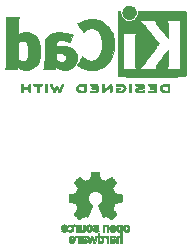
<source format=gbr>
%TF.GenerationSoftware,KiCad,Pcbnew,(6.0.9)*%
%TF.CreationDate,2023-01-13T23:22:46-06:00*%
%TF.ProjectId,PlantHumidifier,506c616e-7448-4756-9d69-646966696572,A*%
%TF.SameCoordinates,Original*%
%TF.FileFunction,Legend,Bot*%
%TF.FilePolarity,Positive*%
%FSLAX46Y46*%
G04 Gerber Fmt 4.6, Leading zero omitted, Abs format (unit mm)*
G04 Created by KiCad (PCBNEW (6.0.9)) date 2023-01-13 23:22:46*
%MOMM*%
%LPD*%
G01*
G04 APERTURE LIST*
%ADD10C,0.010000*%
G04 APERTURE END LIST*
%TO.C,REF\u002A\u002A*%
G36*
X86617825Y-93166121D02*
G01*
X86617615Y-93168014D01*
X86599535Y-93256325D01*
X86566870Y-93324986D01*
X86518601Y-93375506D01*
X86453713Y-93409393D01*
X86441801Y-93413268D01*
X86367971Y-93424688D01*
X86291614Y-93418320D01*
X86220626Y-93395563D01*
X86162904Y-93357819D01*
X86119667Y-93317872D01*
X86165625Y-93281532D01*
X86211583Y-93245193D01*
X86266969Y-93272101D01*
X86331056Y-93293905D01*
X86387632Y-93294558D01*
X86433920Y-93274525D01*
X86467230Y-93234315D01*
X86479171Y-93210222D01*
X86485837Y-93189630D01*
X86481980Y-93175720D01*
X86464675Y-93167181D01*
X86430997Y-93162704D01*
X86378021Y-93160978D01*
X86302822Y-93160693D01*
X86120495Y-93160693D01*
X86120495Y-93073492D01*
X86121857Y-93035210D01*
X86250234Y-93035210D01*
X86256399Y-93042251D01*
X86274654Y-93045916D01*
X86309352Y-93047306D01*
X86364846Y-93047525D01*
X86394603Y-93047176D01*
X86441562Y-93044867D01*
X86473416Y-93040822D01*
X86485148Y-93035542D01*
X86482146Y-93016062D01*
X86460988Y-92978786D01*
X86425731Y-92948164D01*
X86383699Y-92929668D01*
X86342220Y-92928773D01*
X86310997Y-92943604D01*
X86275618Y-92977355D01*
X86253122Y-93019233D01*
X86251805Y-93023690D01*
X86250234Y-93035210D01*
X86121857Y-93035210D01*
X86122136Y-93027371D01*
X86126955Y-92981740D01*
X86133840Y-92950893D01*
X86138859Y-92939117D01*
X86175390Y-92886667D01*
X86228175Y-92842921D01*
X86289904Y-92814279D01*
X86322102Y-92806457D01*
X86398820Y-92802896D01*
X86467179Y-92821009D01*
X86525299Y-92858779D01*
X86571302Y-92914191D01*
X86603310Y-92985229D01*
X86612900Y-93035542D01*
X86619444Y-93069878D01*
X86617825Y-93166121D01*
G37*
D10*
X86617825Y-93166121D02*
X86617615Y-93168014D01*
X86599535Y-93256325D01*
X86566870Y-93324986D01*
X86518601Y-93375506D01*
X86453713Y-93409393D01*
X86441801Y-93413268D01*
X86367971Y-93424688D01*
X86291614Y-93418320D01*
X86220626Y-93395563D01*
X86162904Y-93357819D01*
X86119667Y-93317872D01*
X86165625Y-93281532D01*
X86211583Y-93245193D01*
X86266969Y-93272101D01*
X86331056Y-93293905D01*
X86387632Y-93294558D01*
X86433920Y-93274525D01*
X86467230Y-93234315D01*
X86479171Y-93210222D01*
X86485837Y-93189630D01*
X86481980Y-93175720D01*
X86464675Y-93167181D01*
X86430997Y-93162704D01*
X86378021Y-93160978D01*
X86302822Y-93160693D01*
X86120495Y-93160693D01*
X86120495Y-93073492D01*
X86121857Y-93035210D01*
X86250234Y-93035210D01*
X86256399Y-93042251D01*
X86274654Y-93045916D01*
X86309352Y-93047306D01*
X86364846Y-93047525D01*
X86394603Y-93047176D01*
X86441562Y-93044867D01*
X86473416Y-93040822D01*
X86485148Y-93035542D01*
X86482146Y-93016062D01*
X86460988Y-92978786D01*
X86425731Y-92948164D01*
X86383699Y-92929668D01*
X86342220Y-92928773D01*
X86310997Y-92943604D01*
X86275618Y-92977355D01*
X86253122Y-93019233D01*
X86251805Y-93023690D01*
X86250234Y-93035210D01*
X86121857Y-93035210D01*
X86122136Y-93027371D01*
X86126955Y-92981740D01*
X86133840Y-92950893D01*
X86138859Y-92939117D01*
X86175390Y-92886667D01*
X86228175Y-92842921D01*
X86289904Y-92814279D01*
X86322102Y-92806457D01*
X86398820Y-92802896D01*
X86467179Y-92821009D01*
X86525299Y-92858779D01*
X86571302Y-92914191D01*
X86603310Y-92985229D01*
X86612900Y-93035542D01*
X86619444Y-93069878D01*
X86617825Y-93166121D01*
G36*
X89882605Y-92807424D02*
G01*
X89939926Y-92825434D01*
X89965199Y-92837674D01*
X89977910Y-92838938D01*
X89980792Y-92827798D01*
X89980795Y-92827461D01*
X89987006Y-92816087D01*
X90008428Y-92810256D01*
X90049950Y-92808614D01*
X90119109Y-92808614D01*
X90119109Y-93412179D01*
X89980792Y-93412179D01*
X89980792Y-93204132D01*
X89980697Y-93133879D01*
X89980051Y-93076170D01*
X89978320Y-93035787D01*
X89974974Y-93008615D01*
X89969481Y-92990540D01*
X89961310Y-92977447D01*
X89949928Y-92965221D01*
X89934424Y-92952217D01*
X89889843Y-92934745D01*
X89843047Y-92939873D01*
X89800180Y-92967507D01*
X89787927Y-92980368D01*
X89779132Y-92993384D01*
X89773233Y-93010706D01*
X89769651Y-93036501D01*
X89767809Y-93074939D01*
X89767128Y-93130189D01*
X89767030Y-93206418D01*
X89767030Y-93412179D01*
X89628713Y-93412179D01*
X89628989Y-93188985D01*
X89629008Y-93179044D01*
X89630207Y-93084106D01*
X89633891Y-93010358D01*
X89641006Y-92954214D01*
X89652500Y-92912087D01*
X89669318Y-92880391D01*
X89692409Y-92855541D01*
X89722717Y-92833950D01*
X89754012Y-92819002D01*
X89817037Y-92805421D01*
X89882605Y-92807424D01*
G37*
X89882605Y-92807424D02*
X89939926Y-92825434D01*
X89965199Y-92837674D01*
X89977910Y-92838938D01*
X89980792Y-92827798D01*
X89980795Y-92827461D01*
X89987006Y-92816087D01*
X90008428Y-92810256D01*
X90049950Y-92808614D01*
X90119109Y-92808614D01*
X90119109Y-93412179D01*
X89980792Y-93412179D01*
X89980792Y-93204132D01*
X89980697Y-93133879D01*
X89980051Y-93076170D01*
X89978320Y-93035787D01*
X89974974Y-93008615D01*
X89969481Y-92990540D01*
X89961310Y-92977447D01*
X89949928Y-92965221D01*
X89934424Y-92952217D01*
X89889843Y-92934745D01*
X89843047Y-92939873D01*
X89800180Y-92967507D01*
X89787927Y-92980368D01*
X89779132Y-92993384D01*
X89773233Y-93010706D01*
X89769651Y-93036501D01*
X89767809Y-93074939D01*
X89767128Y-93130189D01*
X89767030Y-93206418D01*
X89767030Y-93412179D01*
X89628713Y-93412179D01*
X89628989Y-93188985D01*
X89629008Y-93179044D01*
X89630207Y-93084106D01*
X89633891Y-93010358D01*
X89641006Y-92954214D01*
X89652500Y-92912087D01*
X89669318Y-92880391D01*
X89692409Y-92855541D01*
X89722717Y-92833950D01*
X89754012Y-92819002D01*
X89817037Y-92805421D01*
X89882605Y-92807424D01*
G36*
X90093960Y-94367822D02*
G01*
X89968218Y-94367822D01*
X89968218Y-94173740D01*
X89968078Y-94128594D01*
X89966649Y-94053823D01*
X89963029Y-93998467D01*
X89956434Y-93958702D01*
X89946079Y-93930700D01*
X89931178Y-93910635D01*
X89910946Y-93894681D01*
X89888859Y-93882792D01*
X89862705Y-93879421D01*
X89825508Y-93886917D01*
X89813555Y-93890038D01*
X89783718Y-93894735D01*
X89762383Y-93888005D01*
X89737655Y-93867177D01*
X89732963Y-93862647D01*
X89707020Y-93834626D01*
X89690291Y-93811843D01*
X89687996Y-93806355D01*
X89692543Y-93786088D01*
X89715602Y-93769884D01*
X89751995Y-93758513D01*
X89796544Y-93752740D01*
X89844072Y-93753334D01*
X89889400Y-93761063D01*
X89927351Y-93776694D01*
X89939381Y-93783993D01*
X89959632Y-93794676D01*
X89967129Y-93792230D01*
X89968218Y-93776647D01*
X89968473Y-93771053D01*
X89974539Y-93758660D01*
X89993356Y-93753020D01*
X90031089Y-93751683D01*
X90093960Y-93751683D01*
X90093960Y-94367822D01*
G37*
X90093960Y-94367822D02*
X89968218Y-94367822D01*
X89968218Y-94173740D01*
X89968078Y-94128594D01*
X89966649Y-94053823D01*
X89963029Y-93998467D01*
X89956434Y-93958702D01*
X89946079Y-93930700D01*
X89931178Y-93910635D01*
X89910946Y-93894681D01*
X89888859Y-93882792D01*
X89862705Y-93879421D01*
X89825508Y-93886917D01*
X89813555Y-93890038D01*
X89783718Y-93894735D01*
X89762383Y-93888005D01*
X89737655Y-93867177D01*
X89732963Y-93862647D01*
X89707020Y-93834626D01*
X89690291Y-93811843D01*
X89687996Y-93806355D01*
X89692543Y-93786088D01*
X89715602Y-93769884D01*
X89751995Y-93758513D01*
X89796544Y-93752740D01*
X89844072Y-93753334D01*
X89889400Y-93761063D01*
X89927351Y-93776694D01*
X89939381Y-93783993D01*
X89959632Y-93794676D01*
X89967129Y-93792230D01*
X89968218Y-93776647D01*
X89968473Y-93771053D01*
X89974539Y-93758660D01*
X89993356Y-93753020D01*
X90031089Y-93751683D01*
X90093960Y-93751683D01*
X90093960Y-94367822D01*
G36*
X91209926Y-94365336D02*
G01*
X91143911Y-94361535D01*
X91140772Y-94160347D01*
X91139844Y-94111425D01*
X91137208Y-94037926D01*
X91132683Y-93983991D01*
X91125438Y-93945995D01*
X91114642Y-93920313D01*
X91099462Y-93903320D01*
X91079066Y-93891389D01*
X91040797Y-93879205D01*
X91002738Y-93883940D01*
X90962549Y-93909979D01*
X90923861Y-93942533D01*
X90923861Y-94367822D01*
X90785544Y-94367822D01*
X90785544Y-94137176D01*
X90785677Y-94064882D01*
X90786413Y-94000641D01*
X90788181Y-93953618D01*
X90791411Y-93919548D01*
X90796530Y-93894170D01*
X90803967Y-93873221D01*
X90814150Y-93852436D01*
X90816564Y-93848024D01*
X90848675Y-93805047D01*
X90886256Y-93775013D01*
X90931564Y-93759243D01*
X90991561Y-93752222D01*
X91051643Y-93756025D01*
X91100525Y-93770868D01*
X91137624Y-93790052D01*
X91137624Y-93374859D01*
X91086792Y-93401354D01*
X91065558Y-93410980D01*
X90998536Y-93424592D01*
X90931930Y-93415184D01*
X90870187Y-93383905D01*
X90817757Y-93331902D01*
X90809543Y-93319680D01*
X90801649Y-93301763D01*
X90796500Y-93277404D01*
X90793527Y-93241927D01*
X90792161Y-93190656D01*
X90791915Y-93137236D01*
X90924749Y-93137236D01*
X90924861Y-93181849D01*
X90928272Y-93211601D01*
X90935937Y-93232835D01*
X90948814Y-93251896D01*
X90965171Y-93269617D01*
X90991329Y-93283028D01*
X91030742Y-93286436D01*
X91065559Y-93283471D01*
X91100020Y-93268631D01*
X91122215Y-93238569D01*
X91134097Y-93190254D01*
X91137624Y-93120650D01*
X91136712Y-93083624D01*
X91127609Y-93013728D01*
X91108828Y-92966464D01*
X91080476Y-92942168D01*
X91051840Y-92935332D01*
X91001970Y-92938537D01*
X90959833Y-92958380D01*
X90949749Y-92967480D01*
X90939063Y-92983223D01*
X90932456Y-93006658D01*
X90928532Y-93043604D01*
X90925897Y-93099880D01*
X90924749Y-93137236D01*
X90791915Y-93137236D01*
X90791831Y-93118917D01*
X90791944Y-93086184D01*
X90793872Y-93010044D01*
X90799240Y-92953166D01*
X90809406Y-92911249D01*
X90825725Y-92879996D01*
X90849553Y-92855106D01*
X90882247Y-92832282D01*
X90908759Y-92819184D01*
X90971615Y-92804739D01*
X91037869Y-92806707D01*
X91096757Y-92825433D01*
X91122030Y-92837673D01*
X91134742Y-92838938D01*
X91137624Y-92827798D01*
X91137626Y-92827461D01*
X91143838Y-92816087D01*
X91165260Y-92810256D01*
X91206782Y-92808614D01*
X91275940Y-92808614D01*
X91275940Y-94369136D01*
X91209926Y-94365336D01*
G37*
X91209926Y-94365336D02*
X91143911Y-94361535D01*
X91140772Y-94160347D01*
X91139844Y-94111425D01*
X91137208Y-94037926D01*
X91132683Y-93983991D01*
X91125438Y-93945995D01*
X91114642Y-93920313D01*
X91099462Y-93903320D01*
X91079066Y-93891389D01*
X91040797Y-93879205D01*
X91002738Y-93883940D01*
X90962549Y-93909979D01*
X90923861Y-93942533D01*
X90923861Y-94367822D01*
X90785544Y-94367822D01*
X90785544Y-94137176D01*
X90785677Y-94064882D01*
X90786413Y-94000641D01*
X90788181Y-93953618D01*
X90791411Y-93919548D01*
X90796530Y-93894170D01*
X90803967Y-93873221D01*
X90814150Y-93852436D01*
X90816564Y-93848024D01*
X90848675Y-93805047D01*
X90886256Y-93775013D01*
X90931564Y-93759243D01*
X90991561Y-93752222D01*
X91051643Y-93756025D01*
X91100525Y-93770868D01*
X91137624Y-93790052D01*
X91137624Y-93374859D01*
X91086792Y-93401354D01*
X91065558Y-93410980D01*
X90998536Y-93424592D01*
X90931930Y-93415184D01*
X90870187Y-93383905D01*
X90817757Y-93331902D01*
X90809543Y-93319680D01*
X90801649Y-93301763D01*
X90796500Y-93277404D01*
X90793527Y-93241927D01*
X90792161Y-93190656D01*
X90791915Y-93137236D01*
X90924749Y-93137236D01*
X90924861Y-93181849D01*
X90928272Y-93211601D01*
X90935937Y-93232835D01*
X90948814Y-93251896D01*
X90965171Y-93269617D01*
X90991329Y-93283028D01*
X91030742Y-93286436D01*
X91065559Y-93283471D01*
X91100020Y-93268631D01*
X91122215Y-93238569D01*
X91134097Y-93190254D01*
X91137624Y-93120650D01*
X91136712Y-93083624D01*
X91127609Y-93013728D01*
X91108828Y-92966464D01*
X91080476Y-92942168D01*
X91051840Y-92935332D01*
X91001970Y-92938537D01*
X90959833Y-92958380D01*
X90949749Y-92967480D01*
X90939063Y-92983223D01*
X90932456Y-93006658D01*
X90928532Y-93043604D01*
X90925897Y-93099880D01*
X90924749Y-93137236D01*
X90791915Y-93137236D01*
X90791831Y-93118917D01*
X90791944Y-93086184D01*
X90793872Y-93010044D01*
X90799240Y-92953166D01*
X90809406Y-92911249D01*
X90825725Y-92879996D01*
X90849553Y-92855106D01*
X90882247Y-92832282D01*
X90908759Y-92819184D01*
X90971615Y-92804739D01*
X91037869Y-92806707D01*
X91096757Y-92825433D01*
X91122030Y-92837673D01*
X91134742Y-92838938D01*
X91137624Y-92827798D01*
X91137626Y-92827461D01*
X91143838Y-92816087D01*
X91165260Y-92810256D01*
X91206782Y-92808614D01*
X91275940Y-92808614D01*
X91275940Y-94369136D01*
X91209926Y-94365336D01*
G36*
X88729349Y-93193565D02*
G01*
X88713844Y-93269538D01*
X88686110Y-93327511D01*
X88643898Y-93371300D01*
X88584960Y-93404722D01*
X88562076Y-93412676D01*
X88502812Y-93422601D01*
X88440447Y-93422331D01*
X88387823Y-93411430D01*
X88386789Y-93411034D01*
X88344381Y-93386087D01*
X88301537Y-93347468D01*
X88265986Y-93303306D01*
X88245459Y-93261727D01*
X88239374Y-93231334D01*
X88234164Y-93174429D01*
X88233291Y-93123705D01*
X88359976Y-93123705D01*
X88367549Y-93184545D01*
X88385341Y-93234538D01*
X88412296Y-93267204D01*
X88422513Y-93272812D01*
X88461473Y-93283007D01*
X88506536Y-93285104D01*
X88544448Y-93278020D01*
X88559244Y-93267861D01*
X88580014Y-93232334D01*
X88593083Y-93176732D01*
X88597624Y-93103766D01*
X88597551Y-93082762D01*
X88595974Y-93040203D01*
X88590728Y-93012439D01*
X88579723Y-92991925D01*
X88560868Y-92971112D01*
X88524989Y-92945887D01*
X88478280Y-92935573D01*
X88433151Y-92945396D01*
X88395680Y-92973805D01*
X88371943Y-93019253D01*
X88363675Y-93058497D01*
X88359976Y-93123705D01*
X88233291Y-93123705D01*
X88233049Y-93109621D01*
X88235844Y-93045116D01*
X88242366Y-92989121D01*
X88252432Y-92949842D01*
X88275877Y-92905372D01*
X88325637Y-92850692D01*
X88389238Y-92816055D01*
X88464790Y-92802345D01*
X88550399Y-92810448D01*
X88564644Y-92813899D01*
X88630982Y-92843664D01*
X88680971Y-92892530D01*
X88714612Y-92960501D01*
X88731906Y-93047580D01*
X88732410Y-93103766D01*
X88732857Y-93153771D01*
X88729349Y-93193565D01*
G37*
X88729349Y-93193565D02*
X88713844Y-93269538D01*
X88686110Y-93327511D01*
X88643898Y-93371300D01*
X88584960Y-93404722D01*
X88562076Y-93412676D01*
X88502812Y-93422601D01*
X88440447Y-93422331D01*
X88387823Y-93411430D01*
X88386789Y-93411034D01*
X88344381Y-93386087D01*
X88301537Y-93347468D01*
X88265986Y-93303306D01*
X88245459Y-93261727D01*
X88239374Y-93231334D01*
X88234164Y-93174429D01*
X88233291Y-93123705D01*
X88359976Y-93123705D01*
X88367549Y-93184545D01*
X88385341Y-93234538D01*
X88412296Y-93267204D01*
X88422513Y-93272812D01*
X88461473Y-93283007D01*
X88506536Y-93285104D01*
X88544448Y-93278020D01*
X88559244Y-93267861D01*
X88580014Y-93232334D01*
X88593083Y-93176732D01*
X88597624Y-93103766D01*
X88597551Y-93082762D01*
X88595974Y-93040203D01*
X88590728Y-93012439D01*
X88579723Y-92991925D01*
X88560868Y-92971112D01*
X88524989Y-92945887D01*
X88478280Y-92935573D01*
X88433151Y-92945396D01*
X88395680Y-92973805D01*
X88371943Y-93019253D01*
X88363675Y-93058497D01*
X88359976Y-93123705D01*
X88233291Y-93123705D01*
X88233049Y-93109621D01*
X88235844Y-93045116D01*
X88242366Y-92989121D01*
X88252432Y-92949842D01*
X88275877Y-92905372D01*
X88325637Y-92850692D01*
X88389238Y-92816055D01*
X88464790Y-92802345D01*
X88550399Y-92810448D01*
X88564644Y-92813899D01*
X88630982Y-92843664D01*
X88680971Y-92892530D01*
X88714612Y-92960501D01*
X88731906Y-93047580D01*
X88732410Y-93103766D01*
X88732857Y-93153771D01*
X88729349Y-93193565D01*
G36*
X89098874Y-92808207D02*
G01*
X89171495Y-92826408D01*
X89224546Y-92860144D01*
X89258329Y-92909642D01*
X89273147Y-92975126D01*
X89270147Y-93037820D01*
X89248493Y-93090699D01*
X89206967Y-93129796D01*
X89144736Y-93155873D01*
X89060969Y-93169695D01*
X89006540Y-93176940D01*
X88956860Y-93192615D01*
X88931211Y-93215314D01*
X88929662Y-93244998D01*
X88939984Y-93263507D01*
X88971951Y-93285443D01*
X89017395Y-93295818D01*
X89070649Y-93294399D01*
X89126048Y-93280952D01*
X89177928Y-93255243D01*
X89229653Y-93221013D01*
X89275148Y-93267049D01*
X89320643Y-93313084D01*
X89282921Y-93343876D01*
X89268253Y-93354574D01*
X89226983Y-93378880D01*
X89182327Y-93399825D01*
X89146984Y-93411845D01*
X89095234Y-93420552D01*
X89031435Y-93420667D01*
X88953200Y-93411081D01*
X88882722Y-93386783D01*
X88832836Y-93348188D01*
X88803423Y-93295198D01*
X88794365Y-93227718D01*
X88800921Y-93168354D01*
X88821970Y-93119752D01*
X88859864Y-93084946D01*
X88917004Y-93061798D01*
X88995785Y-93048170D01*
X89004834Y-93047183D01*
X89053885Y-93040892D01*
X89093675Y-93034309D01*
X89116312Y-93028708D01*
X89123866Y-93024197D01*
X89136637Y-93000941D01*
X89134563Y-92971171D01*
X89117495Y-92945327D01*
X89108533Y-92939691D01*
X89071188Y-92930660D01*
X89022950Y-92931267D01*
X88972650Y-92940878D01*
X88929115Y-92958858D01*
X88883372Y-92985847D01*
X88847890Y-92944384D01*
X88839280Y-92933850D01*
X88819883Y-92905632D01*
X88811897Y-92886508D01*
X88820283Y-92874781D01*
X88846226Y-92856476D01*
X88883688Y-92836777D01*
X88888966Y-92834370D01*
X88938366Y-92815482D01*
X88985983Y-92806452D01*
X89045072Y-92804639D01*
X89098874Y-92808207D01*
G37*
X89098874Y-92808207D02*
X89171495Y-92826408D01*
X89224546Y-92860144D01*
X89258329Y-92909642D01*
X89273147Y-92975126D01*
X89270147Y-93037820D01*
X89248493Y-93090699D01*
X89206967Y-93129796D01*
X89144736Y-93155873D01*
X89060969Y-93169695D01*
X89006540Y-93176940D01*
X88956860Y-93192615D01*
X88931211Y-93215314D01*
X88929662Y-93244998D01*
X88939984Y-93263507D01*
X88971951Y-93285443D01*
X89017395Y-93295818D01*
X89070649Y-93294399D01*
X89126048Y-93280952D01*
X89177928Y-93255243D01*
X89229653Y-93221013D01*
X89275148Y-93267049D01*
X89320643Y-93313084D01*
X89282921Y-93343876D01*
X89268253Y-93354574D01*
X89226983Y-93378880D01*
X89182327Y-93399825D01*
X89146984Y-93411845D01*
X89095234Y-93420552D01*
X89031435Y-93420667D01*
X88953200Y-93411081D01*
X88882722Y-93386783D01*
X88832836Y-93348188D01*
X88803423Y-93295198D01*
X88794365Y-93227718D01*
X88800921Y-93168354D01*
X88821970Y-93119752D01*
X88859864Y-93084946D01*
X88917004Y-93061798D01*
X88995785Y-93048170D01*
X89004834Y-93047183D01*
X89053885Y-93040892D01*
X89093675Y-93034309D01*
X89116312Y-93028708D01*
X89123866Y-93024197D01*
X89136637Y-93000941D01*
X89134563Y-92971171D01*
X89117495Y-92945327D01*
X89108533Y-92939691D01*
X89071188Y-92930660D01*
X89022950Y-92931267D01*
X88972650Y-92940878D01*
X88929115Y-92958858D01*
X88883372Y-92985847D01*
X88847890Y-92944384D01*
X88839280Y-92933850D01*
X88819883Y-92905632D01*
X88811897Y-92886508D01*
X88820283Y-92874781D01*
X88846226Y-92856476D01*
X88883688Y-92836777D01*
X88888966Y-92834370D01*
X88938366Y-92815482D01*
X88985983Y-92806452D01*
X89045072Y-92804639D01*
X89098874Y-92808207D01*
G36*
X87262718Y-94106692D02*
G01*
X87247827Y-94196459D01*
X87217185Y-94267045D01*
X87170524Y-94318952D01*
X87107574Y-94352686D01*
X87087235Y-94358647D01*
X87014612Y-94366971D01*
X86937928Y-94359946D01*
X86868663Y-94338265D01*
X86844262Y-94325959D01*
X86809275Y-94304879D01*
X86788072Y-94287534D01*
X86784942Y-94283571D01*
X86779085Y-94269077D01*
X86787524Y-94253321D01*
X86813221Y-94229460D01*
X86825622Y-94219072D01*
X86850052Y-94200063D01*
X86862861Y-94192293D01*
X86866530Y-94193094D01*
X86887561Y-94201745D01*
X86918960Y-94216931D01*
X86929197Y-94221926D01*
X86989590Y-94240475D01*
X87042057Y-94235694D01*
X87088065Y-94207500D01*
X87093419Y-94202291D01*
X87119013Y-94169659D01*
X87133637Y-94138342D01*
X87141736Y-94103763D01*
X86761782Y-94103763D01*
X86761852Y-94037748D01*
X86761892Y-94031182D01*
X86767022Y-93978218D01*
X86900099Y-93978218D01*
X86901670Y-93989203D01*
X86909738Y-93996773D01*
X86928967Y-94000975D01*
X86964019Y-94002783D01*
X87019554Y-94003169D01*
X87050429Y-94002768D01*
X87096002Y-94000429D01*
X87127348Y-93996465D01*
X87139010Y-93991413D01*
X87129064Y-93949827D01*
X87099947Y-93911013D01*
X87057952Y-93884086D01*
X87009440Y-93874772D01*
X86973723Y-93885272D01*
X86938020Y-93910940D01*
X86910879Y-93944381D01*
X86900099Y-93978218D01*
X86767022Y-93978218D01*
X86769758Y-93949965D01*
X86792655Y-93883895D01*
X86832607Y-93826940D01*
X86856979Y-93802848D01*
X86907315Y-93770597D01*
X86967419Y-93754970D01*
X87043338Y-93753871D01*
X87080010Y-93758179D01*
X87147703Y-93780549D01*
X87199530Y-93821263D01*
X87235945Y-93880949D01*
X87257401Y-93960236D01*
X87259579Y-93991413D01*
X87264353Y-94059753D01*
X87262718Y-94106692D01*
G37*
X87262718Y-94106692D02*
X87247827Y-94196459D01*
X87217185Y-94267045D01*
X87170524Y-94318952D01*
X87107574Y-94352686D01*
X87087235Y-94358647D01*
X87014612Y-94366971D01*
X86937928Y-94359946D01*
X86868663Y-94338265D01*
X86844262Y-94325959D01*
X86809275Y-94304879D01*
X86788072Y-94287534D01*
X86784942Y-94283571D01*
X86779085Y-94269077D01*
X86787524Y-94253321D01*
X86813221Y-94229460D01*
X86825622Y-94219072D01*
X86850052Y-94200063D01*
X86862861Y-94192293D01*
X86866530Y-94193094D01*
X86887561Y-94201745D01*
X86918960Y-94216931D01*
X86929197Y-94221926D01*
X86989590Y-94240475D01*
X87042057Y-94235694D01*
X87088065Y-94207500D01*
X87093419Y-94202291D01*
X87119013Y-94169659D01*
X87133637Y-94138342D01*
X87141736Y-94103763D01*
X86761782Y-94103763D01*
X86761852Y-94037748D01*
X86761892Y-94031182D01*
X86767022Y-93978218D01*
X86900099Y-93978218D01*
X86901670Y-93989203D01*
X86909738Y-93996773D01*
X86928967Y-94000975D01*
X86964019Y-94002783D01*
X87019554Y-94003169D01*
X87050429Y-94002768D01*
X87096002Y-94000429D01*
X87127348Y-93996465D01*
X87139010Y-93991413D01*
X87129064Y-93949827D01*
X87099947Y-93911013D01*
X87057952Y-93884086D01*
X87009440Y-93874772D01*
X86973723Y-93885272D01*
X86938020Y-93910940D01*
X86910879Y-93944381D01*
X86900099Y-93978218D01*
X86767022Y-93978218D01*
X86769758Y-93949965D01*
X86792655Y-93883895D01*
X86832607Y-93826940D01*
X86856979Y-93802848D01*
X86907315Y-93770597D01*
X86967419Y-93754970D01*
X87043338Y-93753871D01*
X87080010Y-93758179D01*
X87147703Y-93780549D01*
X87199530Y-93821263D01*
X87235945Y-93880949D01*
X87257401Y-93960236D01*
X87259579Y-93991413D01*
X87264353Y-94059753D01*
X87262718Y-94106692D01*
G36*
X90707157Y-94201882D02*
G01*
X90691835Y-94266479D01*
X90657753Y-94315063D01*
X90603218Y-94350072D01*
X90575036Y-94358589D01*
X90526764Y-94365228D01*
X90473978Y-94366813D01*
X90426353Y-94363160D01*
X90393566Y-94354083D01*
X90373652Y-94346813D01*
X90354155Y-94354083D01*
X90347023Y-94358295D01*
X90318557Y-94365126D01*
X90280059Y-94367822D01*
X90219703Y-94367822D01*
X90219703Y-94152111D01*
X90358020Y-94152111D01*
X90362668Y-94188904D01*
X90381015Y-94221269D01*
X90391514Y-94228274D01*
X90428988Y-94239191D01*
X90475773Y-94241917D01*
X90521652Y-94236379D01*
X90556410Y-94222505D01*
X90573726Y-94204161D01*
X90584356Y-94171566D01*
X90574929Y-94145729D01*
X90543764Y-94123263D01*
X90493667Y-94108850D01*
X90427582Y-94103763D01*
X90358020Y-94103763D01*
X90358020Y-94152111D01*
X90219703Y-94152111D01*
X90219703Y-94124484D01*
X90219707Y-94103440D01*
X90219937Y-94024122D01*
X90220797Y-93965154D01*
X90222679Y-93922616D01*
X90225974Y-93892592D01*
X90231073Y-93871163D01*
X90238366Y-93854411D01*
X90248246Y-93838419D01*
X90280023Y-93800948D01*
X90325055Y-93772339D01*
X90384210Y-93756555D01*
X90462161Y-93751703D01*
X90464695Y-93751708D01*
X90518880Y-93754155D01*
X90567380Y-93760256D01*
X90600478Y-93768809D01*
X90609552Y-93773096D01*
X90638433Y-93791248D01*
X90664568Y-93812822D01*
X90681764Y-93832236D01*
X90683825Y-93843909D01*
X90679803Y-93847063D01*
X90635976Y-93880739D01*
X90606671Y-93900600D01*
X90587294Y-93908613D01*
X90573253Y-93906746D01*
X90559957Y-93896965D01*
X90535418Y-93884756D01*
X90494064Y-93876615D01*
X90447326Y-93874503D01*
X90405034Y-93878800D01*
X90377017Y-93889887D01*
X90375543Y-93891236D01*
X90362953Y-93916581D01*
X90358020Y-93954411D01*
X90358020Y-94003169D01*
X90474331Y-94003216D01*
X90527760Y-94004061D01*
X90572735Y-94007740D01*
X90604907Y-94015309D01*
X90630899Y-94027808D01*
X90636948Y-94031647D01*
X90680710Y-94073845D01*
X90703987Y-94129647D01*
X90705955Y-94171566D01*
X90707299Y-94200223D01*
X90707157Y-94201882D01*
G37*
X90707157Y-94201882D02*
X90691835Y-94266479D01*
X90657753Y-94315063D01*
X90603218Y-94350072D01*
X90575036Y-94358589D01*
X90526764Y-94365228D01*
X90473978Y-94366813D01*
X90426353Y-94363160D01*
X90393566Y-94354083D01*
X90373652Y-94346813D01*
X90354155Y-94354083D01*
X90347023Y-94358295D01*
X90318557Y-94365126D01*
X90280059Y-94367822D01*
X90219703Y-94367822D01*
X90219703Y-94152111D01*
X90358020Y-94152111D01*
X90362668Y-94188904D01*
X90381015Y-94221269D01*
X90391514Y-94228274D01*
X90428988Y-94239191D01*
X90475773Y-94241917D01*
X90521652Y-94236379D01*
X90556410Y-94222505D01*
X90573726Y-94204161D01*
X90584356Y-94171566D01*
X90574929Y-94145729D01*
X90543764Y-94123263D01*
X90493667Y-94108850D01*
X90427582Y-94103763D01*
X90358020Y-94103763D01*
X90358020Y-94152111D01*
X90219703Y-94152111D01*
X90219703Y-94124484D01*
X90219707Y-94103440D01*
X90219937Y-94024122D01*
X90220797Y-93965154D01*
X90222679Y-93922616D01*
X90225974Y-93892592D01*
X90231073Y-93871163D01*
X90238366Y-93854411D01*
X90248246Y-93838419D01*
X90280023Y-93800948D01*
X90325055Y-93772339D01*
X90384210Y-93756555D01*
X90462161Y-93751703D01*
X90464695Y-93751708D01*
X90518880Y-93754155D01*
X90567380Y-93760256D01*
X90600478Y-93768809D01*
X90609552Y-93773096D01*
X90638433Y-93791248D01*
X90664568Y-93812822D01*
X90681764Y-93832236D01*
X90683825Y-93843909D01*
X90679803Y-93847063D01*
X90635976Y-93880739D01*
X90606671Y-93900600D01*
X90587294Y-93908613D01*
X90573253Y-93906746D01*
X90559957Y-93896965D01*
X90535418Y-93884756D01*
X90494064Y-93876615D01*
X90447326Y-93874503D01*
X90405034Y-93878800D01*
X90377017Y-93889887D01*
X90375543Y-93891236D01*
X90362953Y-93916581D01*
X90358020Y-93954411D01*
X90358020Y-94003169D01*
X90474331Y-94003216D01*
X90527760Y-94004061D01*
X90572735Y-94007740D01*
X90604907Y-94015309D01*
X90630899Y-94027808D01*
X90636948Y-94031647D01*
X90680710Y-94073845D01*
X90703987Y-94129647D01*
X90705955Y-94171566D01*
X90707299Y-94200223D01*
X90707157Y-94201882D01*
G36*
X87470265Y-93759965D02*
G01*
X87508255Y-93777745D01*
X87541386Y-93803806D01*
X87541386Y-93777745D01*
X87542211Y-93767849D01*
X87549893Y-93757358D01*
X87570667Y-93752725D01*
X87610544Y-93751683D01*
X87679703Y-93751683D01*
X87679703Y-94367822D01*
X87541386Y-94367822D01*
X87541386Y-94167226D01*
X87541369Y-94155710D01*
X87540189Y-94074758D01*
X87537294Y-94008817D01*
X87532888Y-93961258D01*
X87527181Y-93935452D01*
X87521940Y-93925710D01*
X87489676Y-93895156D01*
X87445730Y-93881631D01*
X87397743Y-93887941D01*
X87385973Y-93892217D01*
X87360898Y-93899776D01*
X87343762Y-93897428D01*
X87326518Y-93882064D01*
X87301124Y-93850571D01*
X87259936Y-93798568D01*
X87288886Y-93775125D01*
X87316405Y-93761015D01*
X87364745Y-93751486D01*
X87419230Y-93751174D01*
X87470265Y-93759965D01*
G37*
X87470265Y-93759965D02*
X87508255Y-93777745D01*
X87541386Y-93803806D01*
X87541386Y-93777745D01*
X87542211Y-93767849D01*
X87549893Y-93757358D01*
X87570667Y-93752725D01*
X87610544Y-93751683D01*
X87679703Y-93751683D01*
X87679703Y-94367822D01*
X87541386Y-94367822D01*
X87541386Y-94167226D01*
X87541369Y-94155710D01*
X87540189Y-94074758D01*
X87537294Y-94008817D01*
X87532888Y-93961258D01*
X87527181Y-93935452D01*
X87521940Y-93925710D01*
X87489676Y-93895156D01*
X87445730Y-93881631D01*
X87397743Y-93887941D01*
X87385973Y-93892217D01*
X87360898Y-93899776D01*
X87343762Y-93897428D01*
X87326518Y-93882064D01*
X87301124Y-93850571D01*
X87259936Y-93798568D01*
X87288886Y-93775125D01*
X87316405Y-93761015D01*
X87364745Y-93751486D01*
X87419230Y-93751174D01*
X87470265Y-93759965D01*
G36*
X87780297Y-93004342D02*
G01*
X87781357Y-93092394D01*
X87785509Y-93163510D01*
X87793921Y-93215199D01*
X87807757Y-93250360D01*
X87828182Y-93271889D01*
X87856364Y-93282682D01*
X87893465Y-93285636D01*
X87928890Y-93283000D01*
X87957500Y-93272679D01*
X87978296Y-93251772D01*
X87992442Y-93217381D01*
X88001103Y-93166610D01*
X88005445Y-93096563D01*
X88006633Y-93004342D01*
X88006633Y-92808614D01*
X88132376Y-92808614D01*
X88132376Y-93044578D01*
X88132160Y-93107561D01*
X88130484Y-93189007D01*
X88126277Y-93251121D01*
X88118521Y-93297458D01*
X88106196Y-93331573D01*
X88088285Y-93357022D01*
X88063767Y-93377362D01*
X88031623Y-93396147D01*
X87964125Y-93419928D01*
X87893681Y-93421480D01*
X87827264Y-93399580D01*
X87798286Y-93385383D01*
X87783909Y-93383261D01*
X87780297Y-93393293D01*
X87774299Y-93404556D01*
X87752830Y-93410489D01*
X87711138Y-93412179D01*
X87641980Y-93412179D01*
X87641980Y-92808614D01*
X87780297Y-92808614D01*
X87780297Y-93004342D01*
G37*
X87780297Y-93004342D02*
X87781357Y-93092394D01*
X87785509Y-93163510D01*
X87793921Y-93215199D01*
X87807757Y-93250360D01*
X87828182Y-93271889D01*
X87856364Y-93282682D01*
X87893465Y-93285636D01*
X87928890Y-93283000D01*
X87957500Y-93272679D01*
X87978296Y-93251772D01*
X87992442Y-93217381D01*
X88001103Y-93166610D01*
X88005445Y-93096563D01*
X88006633Y-93004342D01*
X88006633Y-92808614D01*
X88132376Y-92808614D01*
X88132376Y-93044578D01*
X88132160Y-93107561D01*
X88130484Y-93189007D01*
X88126277Y-93251121D01*
X88118521Y-93297458D01*
X88106196Y-93331573D01*
X88088285Y-93357022D01*
X88063767Y-93377362D01*
X88031623Y-93396147D01*
X87964125Y-93419928D01*
X87893681Y-93421480D01*
X87827264Y-93399580D01*
X87798286Y-93385383D01*
X87783909Y-93383261D01*
X87780297Y-93393293D01*
X87774299Y-93404556D01*
X87752830Y-93410489D01*
X87711138Y-93412179D01*
X87641980Y-93412179D01*
X87641980Y-92808614D01*
X87780297Y-92808614D01*
X87780297Y-93004342D01*
G36*
X88274244Y-94259419D02*
G01*
X88241277Y-94308255D01*
X88191270Y-94343386D01*
X88186362Y-94345521D01*
X88131646Y-94360903D01*
X88069993Y-94366899D01*
X88011376Y-94363233D01*
X87965767Y-94349629D01*
X87947549Y-94340754D01*
X87934179Y-94338637D01*
X87931188Y-94349706D01*
X87925524Y-94359942D01*
X87903607Y-94366038D01*
X87861068Y-94367822D01*
X87790948Y-94367822D01*
X87794680Y-94147773D01*
X87931188Y-94147773D01*
X87935924Y-94180666D01*
X87956336Y-94216931D01*
X87963871Y-94223597D01*
X87994753Y-94237620D01*
X88041213Y-94241228D01*
X88069090Y-94239819D01*
X88121255Y-94229204D01*
X88153587Y-94209425D01*
X88164492Y-94181824D01*
X88152374Y-94147743D01*
X88145304Y-94138824D01*
X88113724Y-94118818D01*
X88063744Y-94107395D01*
X87992487Y-94103763D01*
X87931188Y-94103763D01*
X87931188Y-94147773D01*
X87794680Y-94147773D01*
X87795053Y-94125768D01*
X87796169Y-94069794D01*
X87799106Y-93985996D01*
X87804058Y-93921920D01*
X87812002Y-93874073D01*
X87823917Y-93838962D01*
X87840780Y-93813093D01*
X87863572Y-93792974D01*
X87893269Y-93775110D01*
X87908589Y-93768290D01*
X87961589Y-93755417D01*
X88025513Y-93750095D01*
X88091602Y-93752227D01*
X88151099Y-93761714D01*
X88195247Y-93778461D01*
X88210604Y-93788185D01*
X88245960Y-93817005D01*
X88257926Y-93841137D01*
X88255020Y-93845800D01*
X88236909Y-93862088D01*
X88207672Y-93883817D01*
X88192725Y-93893987D01*
X88167270Y-93908397D01*
X88150728Y-93909773D01*
X88135370Y-93899827D01*
X88097094Y-93879684D01*
X88045590Y-93871400D01*
X87992957Y-93877742D01*
X87991961Y-93878030D01*
X87954838Y-93894158D01*
X87936463Y-93919405D01*
X87931380Y-93961158D01*
X87931188Y-94000879D01*
X88062423Y-94005168D01*
X88083331Y-94005873D01*
X88136043Y-94008326D01*
X88171381Y-94012180D01*
X88195267Y-94018878D01*
X88213624Y-94029864D01*
X88232376Y-94046580D01*
X88263337Y-94085244D01*
X88286029Y-94142456D01*
X88288254Y-94181824D01*
X88289413Y-94202333D01*
X88274244Y-94259419D01*
G37*
X88274244Y-94259419D02*
X88241277Y-94308255D01*
X88191270Y-94343386D01*
X88186362Y-94345521D01*
X88131646Y-94360903D01*
X88069993Y-94366899D01*
X88011376Y-94363233D01*
X87965767Y-94349629D01*
X87947549Y-94340754D01*
X87934179Y-94338637D01*
X87931188Y-94349706D01*
X87925524Y-94359942D01*
X87903607Y-94366038D01*
X87861068Y-94367822D01*
X87790948Y-94367822D01*
X87794680Y-94147773D01*
X87931188Y-94147773D01*
X87935924Y-94180666D01*
X87956336Y-94216931D01*
X87963871Y-94223597D01*
X87994753Y-94237620D01*
X88041213Y-94241228D01*
X88069090Y-94239819D01*
X88121255Y-94229204D01*
X88153587Y-94209425D01*
X88164492Y-94181824D01*
X88152374Y-94147743D01*
X88145304Y-94138824D01*
X88113724Y-94118818D01*
X88063744Y-94107395D01*
X87992487Y-94103763D01*
X87931188Y-94103763D01*
X87931188Y-94147773D01*
X87794680Y-94147773D01*
X87795053Y-94125768D01*
X87796169Y-94069794D01*
X87799106Y-93985996D01*
X87804058Y-93921920D01*
X87812002Y-93874073D01*
X87823917Y-93838962D01*
X87840780Y-93813093D01*
X87863572Y-93792974D01*
X87893269Y-93775110D01*
X87908589Y-93768290D01*
X87961589Y-93755417D01*
X88025513Y-93750095D01*
X88091602Y-93752227D01*
X88151099Y-93761714D01*
X88195247Y-93778461D01*
X88210604Y-93788185D01*
X88245960Y-93817005D01*
X88257926Y-93841137D01*
X88255020Y-93845800D01*
X88236909Y-93862088D01*
X88207672Y-93883817D01*
X88192725Y-93893987D01*
X88167270Y-93908397D01*
X88150728Y-93909773D01*
X88135370Y-93899827D01*
X88097094Y-93879684D01*
X88045590Y-93871400D01*
X87992957Y-93877742D01*
X87991961Y-93878030D01*
X87954838Y-93894158D01*
X87936463Y-93919405D01*
X87931380Y-93961158D01*
X87931188Y-94000879D01*
X88062423Y-94005168D01*
X88083331Y-94005873D01*
X88136043Y-94008326D01*
X88171381Y-94012180D01*
X88195267Y-94018878D01*
X88213624Y-94029864D01*
X88232376Y-94046580D01*
X88263337Y-94085244D01*
X88286029Y-94142456D01*
X88288254Y-94181824D01*
X88289413Y-94202333D01*
X88274244Y-94259419D01*
G36*
X89689167Y-94160571D02*
G01*
X89685962Y-94198018D01*
X89685413Y-94201450D01*
X89663838Y-94262835D01*
X89624438Y-94314877D01*
X89572752Y-94350135D01*
X89517248Y-94364729D01*
X89448977Y-94363597D01*
X89386173Y-94344029D01*
X89369815Y-94335771D01*
X89348779Y-94326923D01*
X89340774Y-94329676D01*
X89339505Y-94344029D01*
X89338922Y-94351186D01*
X89331394Y-94361772D01*
X89310488Y-94366645D01*
X89270346Y-94367822D01*
X89201188Y-94367822D01*
X89201188Y-94065930D01*
X89339505Y-94065930D01*
X89340496Y-94118230D01*
X89344519Y-94153050D01*
X89353108Y-94176905D01*
X89367797Y-94196895D01*
X89406584Y-94226618D01*
X89451974Y-94236582D01*
X89495989Y-94224260D01*
X89533060Y-94189888D01*
X89542859Y-94164735D01*
X89550097Y-94120194D01*
X89553279Y-94066155D01*
X89552277Y-94010728D01*
X89546961Y-93962022D01*
X89537204Y-93928148D01*
X89534087Y-93922593D01*
X89504038Y-93894674D01*
X89463315Y-93882306D01*
X89419579Y-93885183D01*
X89380491Y-93903000D01*
X89353710Y-93935452D01*
X89352603Y-93938181D01*
X89345963Y-93968634D01*
X89341278Y-94014139D01*
X89339505Y-94065930D01*
X89201188Y-94065930D01*
X89201188Y-93512773D01*
X89339505Y-93512773D01*
X89339505Y-93805878D01*
X89365124Y-93782693D01*
X89389792Y-93768282D01*
X89436480Y-93756236D01*
X89491056Y-93752354D01*
X89544354Y-93757120D01*
X89587207Y-93771014D01*
X89617878Y-93790779D01*
X89649471Y-93824449D01*
X89670733Y-93869730D01*
X89683514Y-93930981D01*
X89689664Y-94012563D01*
X89690568Y-94045540D01*
X89690633Y-94066155D01*
X89690761Y-94106813D01*
X89689167Y-94160571D01*
G37*
X89689167Y-94160571D02*
X89685962Y-94198018D01*
X89685413Y-94201450D01*
X89663838Y-94262835D01*
X89624438Y-94314877D01*
X89572752Y-94350135D01*
X89517248Y-94364729D01*
X89448977Y-94363597D01*
X89386173Y-94344029D01*
X89369815Y-94335771D01*
X89348779Y-94326923D01*
X89340774Y-94329676D01*
X89339505Y-94344029D01*
X89338922Y-94351186D01*
X89331394Y-94361772D01*
X89310488Y-94366645D01*
X89270346Y-94367822D01*
X89201188Y-94367822D01*
X89201188Y-94065930D01*
X89339505Y-94065930D01*
X89340496Y-94118230D01*
X89344519Y-94153050D01*
X89353108Y-94176905D01*
X89367797Y-94196895D01*
X89406584Y-94226618D01*
X89451974Y-94236582D01*
X89495989Y-94224260D01*
X89533060Y-94189888D01*
X89542859Y-94164735D01*
X89550097Y-94120194D01*
X89553279Y-94066155D01*
X89552277Y-94010728D01*
X89546961Y-93962022D01*
X89537204Y-93928148D01*
X89534087Y-93922593D01*
X89504038Y-93894674D01*
X89463315Y-93882306D01*
X89419579Y-93885183D01*
X89380491Y-93903000D01*
X89353710Y-93935452D01*
X89352603Y-93938181D01*
X89345963Y-93968634D01*
X89341278Y-94014139D01*
X89339505Y-94065930D01*
X89201188Y-94065930D01*
X89201188Y-93512773D01*
X89339505Y-93512773D01*
X89339505Y-93805878D01*
X89365124Y-93782693D01*
X89389792Y-93768282D01*
X89436480Y-93756236D01*
X89491056Y-93752354D01*
X89544354Y-93757120D01*
X89587207Y-93771014D01*
X89617878Y-93790779D01*
X89649471Y-93824449D01*
X89670733Y-93869730D01*
X89683514Y-93930981D01*
X89689664Y-94012563D01*
X89690568Y-94045540D01*
X89690633Y-94066155D01*
X89690761Y-94106813D01*
X89689167Y-94160571D01*
G36*
X89364389Y-88640018D02*
G01*
X89421237Y-88941570D01*
X89631001Y-89028041D01*
X89840764Y-89114512D01*
X90092410Y-88943395D01*
X90142216Y-88909661D01*
X90208244Y-88865381D01*
X90265410Y-88827561D01*
X90310744Y-88798142D01*
X90341280Y-88779067D01*
X90354046Y-88772278D01*
X90361887Y-88777106D01*
X90385325Y-88797339D01*
X90420794Y-88830543D01*
X90465289Y-88873670D01*
X90515805Y-88923670D01*
X90569336Y-88977495D01*
X90622877Y-89032095D01*
X90673423Y-89084423D01*
X90717968Y-89131428D01*
X90753507Y-89170063D01*
X90777034Y-89197278D01*
X90785544Y-89210024D01*
X90783565Y-89215500D01*
X90769857Y-89239927D01*
X90744825Y-89280129D01*
X90710499Y-89332952D01*
X90668907Y-89395247D01*
X90622079Y-89463862D01*
X90596380Y-89501283D01*
X90552173Y-89566432D01*
X90514272Y-89623289D01*
X90484698Y-89668770D01*
X90465472Y-89699793D01*
X90458614Y-89713274D01*
X90458726Y-89714021D01*
X90464776Y-89731110D01*
X90478654Y-89766006D01*
X90498427Y-89814151D01*
X90522160Y-89870986D01*
X90547918Y-89931953D01*
X90573766Y-89992492D01*
X90597771Y-90048047D01*
X90617998Y-90094057D01*
X90632511Y-90125965D01*
X90639377Y-90139212D01*
X90643439Y-90140387D01*
X90668121Y-90145687D01*
X90712111Y-90154467D01*
X90771887Y-90166040D01*
X90843929Y-90179721D01*
X90924716Y-90194823D01*
X90967294Y-90202830D01*
X91045445Y-90218107D01*
X91113775Y-90232215D01*
X91168551Y-90244345D01*
X91206037Y-90253686D01*
X91222500Y-90259427D01*
X91225457Y-90265119D01*
X91230362Y-90292930D01*
X91234216Y-90339250D01*
X91237021Y-90399720D01*
X91238781Y-90469983D01*
X91239499Y-90545680D01*
X91239177Y-90622453D01*
X91237819Y-90695944D01*
X91235428Y-90761794D01*
X91232006Y-90815645D01*
X91227556Y-90853138D01*
X91222082Y-90869916D01*
X91218760Y-90871809D01*
X91193987Y-90879926D01*
X91151011Y-90890666D01*
X91094802Y-90902853D01*
X91030325Y-90915310D01*
X91008570Y-90919277D01*
X90908093Y-90937729D01*
X90829126Y-90952559D01*
X90768934Y-90964380D01*
X90724778Y-90973809D01*
X90693920Y-90981460D01*
X90673625Y-90987948D01*
X90661154Y-90993888D01*
X90653771Y-90999894D01*
X90652913Y-91000902D01*
X90640838Y-91021919D01*
X90622971Y-91060376D01*
X90601042Y-91111761D01*
X90576784Y-91171563D01*
X90551927Y-91235270D01*
X90528205Y-91298371D01*
X90507347Y-91356355D01*
X90491087Y-91404709D01*
X90481156Y-91438922D01*
X90479285Y-91454483D01*
X90480536Y-91456502D01*
X90493486Y-91476028D01*
X90517840Y-91512042D01*
X90551340Y-91561228D01*
X90591727Y-91620267D01*
X90636745Y-91685842D01*
X90649100Y-91703884D01*
X90692545Y-91768599D01*
X90730091Y-91826476D01*
X90759594Y-91874082D01*
X90778914Y-91907985D01*
X90785905Y-91924752D01*
X90784398Y-91929161D01*
X90768695Y-91950882D01*
X90737714Y-91986354D01*
X90693673Y-92033188D01*
X90638790Y-92088996D01*
X90575286Y-92151392D01*
X90538988Y-92186317D01*
X90481595Y-92240711D01*
X90431361Y-92287302D01*
X90390984Y-92323636D01*
X90363161Y-92347261D01*
X90350590Y-92355724D01*
X90341952Y-92352587D01*
X90315360Y-92337747D01*
X90276741Y-92313477D01*
X90231134Y-92282852D01*
X90198707Y-92260503D01*
X90133970Y-92216122D01*
X90064886Y-92168987D01*
X90001787Y-92126155D01*
X89878178Y-92042547D01*
X89774417Y-92098650D01*
X89749984Y-92111599D01*
X89705552Y-92133749D01*
X89671191Y-92149041D01*
X89652828Y-92154743D01*
X89646818Y-92147421D01*
X89631895Y-92119541D01*
X89609852Y-92073575D01*
X89581917Y-92012441D01*
X89549317Y-91939055D01*
X89513276Y-91856335D01*
X89475023Y-91767197D01*
X89435783Y-91674559D01*
X89396783Y-91581337D01*
X89359249Y-91490450D01*
X89324409Y-91404814D01*
X89293488Y-91327345D01*
X89267714Y-91260962D01*
X89248311Y-91208582D01*
X89236508Y-91173121D01*
X89233531Y-91157496D01*
X89233732Y-91157039D01*
X89247601Y-91142595D01*
X89276611Y-91119974D01*
X89314772Y-91093864D01*
X89326817Y-91085892D01*
X89418469Y-91010256D01*
X89494323Y-90920169D01*
X89552581Y-90819381D01*
X89591448Y-90711640D01*
X89609128Y-90600697D01*
X89603826Y-90490303D01*
X89582347Y-90392115D01*
X89543782Y-90292966D01*
X89487562Y-90204512D01*
X89410410Y-90120487D01*
X89380095Y-90093645D01*
X89282094Y-90027510D01*
X89176227Y-89982970D01*
X89065561Y-89959625D01*
X88953164Y-89957078D01*
X88842105Y-89974929D01*
X88735451Y-90012780D01*
X88636270Y-90070232D01*
X88547631Y-90146887D01*
X88472600Y-90242345D01*
X88458175Y-90265985D01*
X88409143Y-90374034D01*
X88383103Y-90486548D01*
X88379372Y-90600614D01*
X88397268Y-90713318D01*
X88436109Y-90821745D01*
X88495214Y-90922982D01*
X88573900Y-91014114D01*
X88671485Y-91092228D01*
X88674654Y-91094333D01*
X88712411Y-91120940D01*
X88740709Y-91143561D01*
X88753634Y-91157496D01*
X88752003Y-91168421D01*
X88741864Y-91200231D01*
X88723884Y-91249534D01*
X88699292Y-91313413D01*
X88669311Y-91388948D01*
X88635170Y-91473223D01*
X88598092Y-91563320D01*
X88559306Y-91656321D01*
X88520036Y-91749308D01*
X88481509Y-91839364D01*
X88444950Y-91923571D01*
X88411586Y-91999010D01*
X88382643Y-92062765D01*
X88359346Y-92111917D01*
X88342923Y-92143549D01*
X88334598Y-92154743D01*
X88327674Y-92153227D01*
X88300477Y-92142331D01*
X88260280Y-92123228D01*
X88213009Y-92098650D01*
X88109248Y-92042547D01*
X87985639Y-92126155D01*
X87949120Y-92150913D01*
X87881194Y-92197171D01*
X87813475Y-92243503D01*
X87756291Y-92282852D01*
X87724732Y-92304297D01*
X87683714Y-92330939D01*
X87653301Y-92349178D01*
X87638446Y-92355941D01*
X87632065Y-92353070D01*
X87608996Y-92335485D01*
X87573433Y-92304523D01*
X87528471Y-92263231D01*
X87477206Y-92214653D01*
X87422733Y-92161835D01*
X87368148Y-92107823D01*
X87316547Y-92055661D01*
X87271024Y-92008396D01*
X87234675Y-91969072D01*
X87210595Y-91940736D01*
X87201881Y-91926432D01*
X87202383Y-91923711D01*
X87212755Y-91901560D01*
X87234912Y-91863235D01*
X87266712Y-91812200D01*
X87306016Y-91751914D01*
X87350681Y-91685842D01*
X87363207Y-91667617D01*
X87407193Y-91603485D01*
X87445937Y-91546789D01*
X87477182Y-91500844D01*
X87498669Y-91468970D01*
X87508140Y-91454483D01*
X87508373Y-91453862D01*
X87505578Y-91436139D01*
X87494903Y-91400235D01*
X87478081Y-91350662D01*
X87456843Y-91291932D01*
X87432921Y-91228556D01*
X87408046Y-91165046D01*
X87383950Y-91105913D01*
X87362365Y-91055669D01*
X87345023Y-91018826D01*
X87333655Y-90999894D01*
X87332516Y-90998719D01*
X87324376Y-90992773D01*
X87310629Y-90986776D01*
X87288537Y-90980114D01*
X87255363Y-90972173D01*
X87208370Y-90962337D01*
X87144820Y-90949991D01*
X87061976Y-90934520D01*
X86957100Y-90915310D01*
X86935348Y-90911267D01*
X86873036Y-90898769D01*
X86820619Y-90886927D01*
X86783066Y-90876917D01*
X86765343Y-90869916D01*
X86762378Y-90864075D01*
X86757435Y-90836016D01*
X86753518Y-90789500D01*
X86750629Y-90728886D01*
X86748773Y-90658532D01*
X86747952Y-90582796D01*
X86748168Y-90506037D01*
X86749426Y-90432612D01*
X86751728Y-90366880D01*
X86755076Y-90313200D01*
X86759474Y-90275930D01*
X86764926Y-90259427D01*
X86770491Y-90256989D01*
X86798178Y-90249305D01*
X86844979Y-90238436D01*
X86907157Y-90225192D01*
X86980979Y-90210384D01*
X87062710Y-90194823D01*
X87107336Y-90186509D01*
X87183824Y-90172092D01*
X87249660Y-90159467D01*
X87301323Y-90149321D01*
X87335293Y-90142341D01*
X87348048Y-90139212D01*
X87348528Y-90138568D01*
X87356651Y-90122181D01*
X87372137Y-90087852D01*
X87393050Y-90040136D01*
X87417455Y-89983586D01*
X87443416Y-89922758D01*
X87468997Y-89862206D01*
X87492262Y-89806485D01*
X87511277Y-89760150D01*
X87524105Y-89727755D01*
X87528812Y-89713855D01*
X87526736Y-89708965D01*
X87512920Y-89685692D01*
X87487860Y-89646519D01*
X87453568Y-89594520D01*
X87412059Y-89532768D01*
X87365346Y-89464336D01*
X87339718Y-89426860D01*
X87295490Y-89361156D01*
X87257570Y-89303492D01*
X87227980Y-89257014D01*
X87208743Y-89224865D01*
X87201881Y-89210190D01*
X87206649Y-89202230D01*
X87226593Y-89178446D01*
X87259313Y-89142451D01*
X87301805Y-89097295D01*
X87351065Y-89046028D01*
X87404091Y-88991701D01*
X87457877Y-88937364D01*
X87509421Y-88886067D01*
X87555720Y-88840859D01*
X87593769Y-88804792D01*
X87620565Y-88780914D01*
X87633105Y-88772278D01*
X87640066Y-88775636D01*
X87665627Y-88791210D01*
X87706874Y-88817715D01*
X87760837Y-88853210D01*
X87824542Y-88895750D01*
X87895016Y-88943395D01*
X88146662Y-89114512D01*
X88566188Y-88941570D01*
X88623036Y-88640018D01*
X88679885Y-88338466D01*
X89307540Y-88338466D01*
X89364389Y-88640018D01*
G37*
X89364389Y-88640018D02*
X89421237Y-88941570D01*
X89631001Y-89028041D01*
X89840764Y-89114512D01*
X90092410Y-88943395D01*
X90142216Y-88909661D01*
X90208244Y-88865381D01*
X90265410Y-88827561D01*
X90310744Y-88798142D01*
X90341280Y-88779067D01*
X90354046Y-88772278D01*
X90361887Y-88777106D01*
X90385325Y-88797339D01*
X90420794Y-88830543D01*
X90465289Y-88873670D01*
X90515805Y-88923670D01*
X90569336Y-88977495D01*
X90622877Y-89032095D01*
X90673423Y-89084423D01*
X90717968Y-89131428D01*
X90753507Y-89170063D01*
X90777034Y-89197278D01*
X90785544Y-89210024D01*
X90783565Y-89215500D01*
X90769857Y-89239927D01*
X90744825Y-89280129D01*
X90710499Y-89332952D01*
X90668907Y-89395247D01*
X90622079Y-89463862D01*
X90596380Y-89501283D01*
X90552173Y-89566432D01*
X90514272Y-89623289D01*
X90484698Y-89668770D01*
X90465472Y-89699793D01*
X90458614Y-89713274D01*
X90458726Y-89714021D01*
X90464776Y-89731110D01*
X90478654Y-89766006D01*
X90498427Y-89814151D01*
X90522160Y-89870986D01*
X90547918Y-89931953D01*
X90573766Y-89992492D01*
X90597771Y-90048047D01*
X90617998Y-90094057D01*
X90632511Y-90125965D01*
X90639377Y-90139212D01*
X90643439Y-90140387D01*
X90668121Y-90145687D01*
X90712111Y-90154467D01*
X90771887Y-90166040D01*
X90843929Y-90179721D01*
X90924716Y-90194823D01*
X90967294Y-90202830D01*
X91045445Y-90218107D01*
X91113775Y-90232215D01*
X91168551Y-90244345D01*
X91206037Y-90253686D01*
X91222500Y-90259427D01*
X91225457Y-90265119D01*
X91230362Y-90292930D01*
X91234216Y-90339250D01*
X91237021Y-90399720D01*
X91238781Y-90469983D01*
X91239499Y-90545680D01*
X91239177Y-90622453D01*
X91237819Y-90695944D01*
X91235428Y-90761794D01*
X91232006Y-90815645D01*
X91227556Y-90853138D01*
X91222082Y-90869916D01*
X91218760Y-90871809D01*
X91193987Y-90879926D01*
X91151011Y-90890666D01*
X91094802Y-90902853D01*
X91030325Y-90915310D01*
X91008570Y-90919277D01*
X90908093Y-90937729D01*
X90829126Y-90952559D01*
X90768934Y-90964380D01*
X90724778Y-90973809D01*
X90693920Y-90981460D01*
X90673625Y-90987948D01*
X90661154Y-90993888D01*
X90653771Y-90999894D01*
X90652913Y-91000902D01*
X90640838Y-91021919D01*
X90622971Y-91060376D01*
X90601042Y-91111761D01*
X90576784Y-91171563D01*
X90551927Y-91235270D01*
X90528205Y-91298371D01*
X90507347Y-91356355D01*
X90491087Y-91404709D01*
X90481156Y-91438922D01*
X90479285Y-91454483D01*
X90480536Y-91456502D01*
X90493486Y-91476028D01*
X90517840Y-91512042D01*
X90551340Y-91561228D01*
X90591727Y-91620267D01*
X90636745Y-91685842D01*
X90649100Y-91703884D01*
X90692545Y-91768599D01*
X90730091Y-91826476D01*
X90759594Y-91874082D01*
X90778914Y-91907985D01*
X90785905Y-91924752D01*
X90784398Y-91929161D01*
X90768695Y-91950882D01*
X90737714Y-91986354D01*
X90693673Y-92033188D01*
X90638790Y-92088996D01*
X90575286Y-92151392D01*
X90538988Y-92186317D01*
X90481595Y-92240711D01*
X90431361Y-92287302D01*
X90390984Y-92323636D01*
X90363161Y-92347261D01*
X90350590Y-92355724D01*
X90341952Y-92352587D01*
X90315360Y-92337747D01*
X90276741Y-92313477D01*
X90231134Y-92282852D01*
X90198707Y-92260503D01*
X90133970Y-92216122D01*
X90064886Y-92168987D01*
X90001787Y-92126155D01*
X89878178Y-92042547D01*
X89774417Y-92098650D01*
X89749984Y-92111599D01*
X89705552Y-92133749D01*
X89671191Y-92149041D01*
X89652828Y-92154743D01*
X89646818Y-92147421D01*
X89631895Y-92119541D01*
X89609852Y-92073575D01*
X89581917Y-92012441D01*
X89549317Y-91939055D01*
X89513276Y-91856335D01*
X89475023Y-91767197D01*
X89435783Y-91674559D01*
X89396783Y-91581337D01*
X89359249Y-91490450D01*
X89324409Y-91404814D01*
X89293488Y-91327345D01*
X89267714Y-91260962D01*
X89248311Y-91208582D01*
X89236508Y-91173121D01*
X89233531Y-91157496D01*
X89233732Y-91157039D01*
X89247601Y-91142595D01*
X89276611Y-91119974D01*
X89314772Y-91093864D01*
X89326817Y-91085892D01*
X89418469Y-91010256D01*
X89494323Y-90920169D01*
X89552581Y-90819381D01*
X89591448Y-90711640D01*
X89609128Y-90600697D01*
X89603826Y-90490303D01*
X89582347Y-90392115D01*
X89543782Y-90292966D01*
X89487562Y-90204512D01*
X89410410Y-90120487D01*
X89380095Y-90093645D01*
X89282094Y-90027510D01*
X89176227Y-89982970D01*
X89065561Y-89959625D01*
X88953164Y-89957078D01*
X88842105Y-89974929D01*
X88735451Y-90012780D01*
X88636270Y-90070232D01*
X88547631Y-90146887D01*
X88472600Y-90242345D01*
X88458175Y-90265985D01*
X88409143Y-90374034D01*
X88383103Y-90486548D01*
X88379372Y-90600614D01*
X88397268Y-90713318D01*
X88436109Y-90821745D01*
X88495214Y-90922982D01*
X88573900Y-91014114D01*
X88671485Y-91092228D01*
X88674654Y-91094333D01*
X88712411Y-91120940D01*
X88740709Y-91143561D01*
X88753634Y-91157496D01*
X88752003Y-91168421D01*
X88741864Y-91200231D01*
X88723884Y-91249534D01*
X88699292Y-91313413D01*
X88669311Y-91388948D01*
X88635170Y-91473223D01*
X88598092Y-91563320D01*
X88559306Y-91656321D01*
X88520036Y-91749308D01*
X88481509Y-91839364D01*
X88444950Y-91923571D01*
X88411586Y-91999010D01*
X88382643Y-92062765D01*
X88359346Y-92111917D01*
X88342923Y-92143549D01*
X88334598Y-92154743D01*
X88327674Y-92153227D01*
X88300477Y-92142331D01*
X88260280Y-92123228D01*
X88213009Y-92098650D01*
X88109248Y-92042547D01*
X87985639Y-92126155D01*
X87949120Y-92150913D01*
X87881194Y-92197171D01*
X87813475Y-92243503D01*
X87756291Y-92282852D01*
X87724732Y-92304297D01*
X87683714Y-92330939D01*
X87653301Y-92349178D01*
X87638446Y-92355941D01*
X87632065Y-92353070D01*
X87608996Y-92335485D01*
X87573433Y-92304523D01*
X87528471Y-92263231D01*
X87477206Y-92214653D01*
X87422733Y-92161835D01*
X87368148Y-92107823D01*
X87316547Y-92055661D01*
X87271024Y-92008396D01*
X87234675Y-91969072D01*
X87210595Y-91940736D01*
X87201881Y-91926432D01*
X87202383Y-91923711D01*
X87212755Y-91901560D01*
X87234912Y-91863235D01*
X87266712Y-91812200D01*
X87306016Y-91751914D01*
X87350681Y-91685842D01*
X87363207Y-91667617D01*
X87407193Y-91603485D01*
X87445937Y-91546789D01*
X87477182Y-91500844D01*
X87498669Y-91468970D01*
X87508140Y-91454483D01*
X87508373Y-91453862D01*
X87505578Y-91436139D01*
X87494903Y-91400235D01*
X87478081Y-91350662D01*
X87456843Y-91291932D01*
X87432921Y-91228556D01*
X87408046Y-91165046D01*
X87383950Y-91105913D01*
X87362365Y-91055669D01*
X87345023Y-91018826D01*
X87333655Y-90999894D01*
X87332516Y-90998719D01*
X87324376Y-90992773D01*
X87310629Y-90986776D01*
X87288537Y-90980114D01*
X87255363Y-90972173D01*
X87208370Y-90962337D01*
X87144820Y-90949991D01*
X87061976Y-90934520D01*
X86957100Y-90915310D01*
X86935348Y-90911267D01*
X86873036Y-90898769D01*
X86820619Y-90886927D01*
X86783066Y-90876917D01*
X86765343Y-90869916D01*
X86762378Y-90864075D01*
X86757435Y-90836016D01*
X86753518Y-90789500D01*
X86750629Y-90728886D01*
X86748773Y-90658532D01*
X86747952Y-90582796D01*
X86748168Y-90506037D01*
X86749426Y-90432612D01*
X86751728Y-90366880D01*
X86755076Y-90313200D01*
X86759474Y-90275930D01*
X86764926Y-90259427D01*
X86770491Y-90256989D01*
X86798178Y-90249305D01*
X86844979Y-90238436D01*
X86907157Y-90225192D01*
X86980979Y-90210384D01*
X87062710Y-90194823D01*
X87107336Y-90186509D01*
X87183824Y-90172092D01*
X87249660Y-90159467D01*
X87301323Y-90149321D01*
X87335293Y-90142341D01*
X87348048Y-90139212D01*
X87348528Y-90138568D01*
X87356651Y-90122181D01*
X87372137Y-90087852D01*
X87393050Y-90040136D01*
X87417455Y-89983586D01*
X87443416Y-89922758D01*
X87468997Y-89862206D01*
X87492262Y-89806485D01*
X87511277Y-89760150D01*
X87524105Y-89727755D01*
X87528812Y-89713855D01*
X87526736Y-89708965D01*
X87512920Y-89685692D01*
X87487860Y-89646519D01*
X87453568Y-89594520D01*
X87412059Y-89532768D01*
X87365346Y-89464336D01*
X87339718Y-89426860D01*
X87295490Y-89361156D01*
X87257570Y-89303492D01*
X87227980Y-89257014D01*
X87208743Y-89224865D01*
X87201881Y-89210190D01*
X87206649Y-89202230D01*
X87226593Y-89178446D01*
X87259313Y-89142451D01*
X87301805Y-89097295D01*
X87351065Y-89046028D01*
X87404091Y-88991701D01*
X87457877Y-88937364D01*
X87509421Y-88886067D01*
X87555720Y-88840859D01*
X87593769Y-88804792D01*
X87620565Y-88780914D01*
X87633105Y-88772278D01*
X87640066Y-88775636D01*
X87665627Y-88791210D01*
X87706874Y-88817715D01*
X87760837Y-88853210D01*
X87824542Y-88895750D01*
X87895016Y-88943395D01*
X88146662Y-89114512D01*
X88566188Y-88941570D01*
X88623036Y-88640018D01*
X88679885Y-88338466D01*
X89307540Y-88338466D01*
X89364389Y-88640018D01*
G36*
X87287128Y-92803945D02*
G01*
X87317954Y-92813568D01*
X87355916Y-92829563D01*
X87374296Y-92838159D01*
X87387561Y-92839713D01*
X87390495Y-92827798D01*
X87390498Y-92827461D01*
X87396709Y-92816087D01*
X87418131Y-92810256D01*
X87459653Y-92808614D01*
X87528812Y-92808614D01*
X87528812Y-93412179D01*
X87390495Y-93412179D01*
X87390495Y-92996027D01*
X87356110Y-92964161D01*
X87345368Y-92955104D01*
X87313370Y-92939630D01*
X87273965Y-92939010D01*
X87220312Y-92952664D01*
X87202225Y-92953529D01*
X87181008Y-92940283D01*
X87152768Y-92908800D01*
X87139069Y-92891385D01*
X87122868Y-92866797D01*
X87120371Y-92851145D01*
X87129442Y-92837941D01*
X87157289Y-92821245D01*
X87200540Y-92808030D01*
X87247464Y-92801478D01*
X87287128Y-92803945D01*
G37*
X87287128Y-92803945D02*
X87317954Y-92813568D01*
X87355916Y-92829563D01*
X87374296Y-92838159D01*
X87387561Y-92839713D01*
X87390495Y-92827798D01*
X87390498Y-92827461D01*
X87396709Y-92816087D01*
X87418131Y-92810256D01*
X87459653Y-92808614D01*
X87528812Y-92808614D01*
X87528812Y-93412179D01*
X87390495Y-93412179D01*
X87390495Y-92996027D01*
X87356110Y-92964161D01*
X87345368Y-92955104D01*
X87313370Y-92939630D01*
X87273965Y-92939010D01*
X87220312Y-92952664D01*
X87202225Y-92953529D01*
X87181008Y-92940283D01*
X87152768Y-92908800D01*
X87139069Y-92891385D01*
X87122868Y-92866797D01*
X87120371Y-92851145D01*
X87129442Y-92837941D01*
X87157289Y-92821245D01*
X87200540Y-92808030D01*
X87247464Y-92801478D01*
X87287128Y-92803945D01*
G36*
X88832997Y-93949130D02*
G01*
X88849997Y-93999850D01*
X88870107Y-94055997D01*
X88886899Y-94098532D01*
X88898986Y-94123990D01*
X88904980Y-94128903D01*
X88906426Y-94124630D01*
X88914254Y-94098422D01*
X88926723Y-94054649D01*
X88942447Y-93998211D01*
X88960043Y-93934010D01*
X89007914Y-93757971D01*
X89081007Y-93754152D01*
X89087177Y-93753846D01*
X89126592Y-93753441D01*
X89145533Y-93757487D01*
X89147945Y-93766726D01*
X89144898Y-93775749D01*
X89134874Y-93806632D01*
X89119180Y-93855544D01*
X89098934Y-93918987D01*
X89075256Y-93993462D01*
X89049263Y-94075471D01*
X88956736Y-94367822D01*
X88840993Y-94367822D01*
X88786457Y-94182352D01*
X88776386Y-94148294D01*
X88757775Y-94086378D01*
X88741872Y-94034787D01*
X88730109Y-93998130D01*
X88723918Y-93981018D01*
X88722154Y-93979741D01*
X88713571Y-93990779D01*
X88701316Y-94019969D01*
X88687426Y-94062750D01*
X88686692Y-94065263D01*
X88668096Y-94128400D01*
X88646818Y-94199889D01*
X88627321Y-94264734D01*
X88595705Y-94369122D01*
X88537402Y-94365328D01*
X88479098Y-94361535D01*
X88425098Y-94191782D01*
X88401390Y-94117193D01*
X88374833Y-94033539D01*
X88349404Y-93953342D01*
X88328354Y-93886857D01*
X88285609Y-93751683D01*
X88428612Y-93751683D01*
X88463274Y-93880570D01*
X88472488Y-93914625D01*
X88489915Y-93978115D01*
X88506054Y-94035874D01*
X88518322Y-94078614D01*
X88538709Y-94147773D01*
X88668745Y-93757971D01*
X88718476Y-93754237D01*
X88768206Y-93750504D01*
X88832997Y-93949130D01*
G37*
X88832997Y-93949130D02*
X88849997Y-93999850D01*
X88870107Y-94055997D01*
X88886899Y-94098532D01*
X88898986Y-94123990D01*
X88904980Y-94128903D01*
X88906426Y-94124630D01*
X88914254Y-94098422D01*
X88926723Y-94054649D01*
X88942447Y-93998211D01*
X88960043Y-93934010D01*
X89007914Y-93757971D01*
X89081007Y-93754152D01*
X89087177Y-93753846D01*
X89126592Y-93753441D01*
X89145533Y-93757487D01*
X89147945Y-93766726D01*
X89144898Y-93775749D01*
X89134874Y-93806632D01*
X89119180Y-93855544D01*
X89098934Y-93918987D01*
X89075256Y-93993462D01*
X89049263Y-94075471D01*
X88956736Y-94367822D01*
X88840993Y-94367822D01*
X88786457Y-94182352D01*
X88776386Y-94148294D01*
X88757775Y-94086378D01*
X88741872Y-94034787D01*
X88730109Y-93998130D01*
X88723918Y-93981018D01*
X88722154Y-93979741D01*
X88713571Y-93990779D01*
X88701316Y-94019969D01*
X88687426Y-94062750D01*
X88686692Y-94065263D01*
X88668096Y-94128400D01*
X88646818Y-94199889D01*
X88627321Y-94264734D01*
X88595705Y-94369122D01*
X88537402Y-94365328D01*
X88479098Y-94361535D01*
X88425098Y-94191782D01*
X88401390Y-94117193D01*
X88374833Y-94033539D01*
X88349404Y-93953342D01*
X88328354Y-93886857D01*
X88285609Y-93751683D01*
X88428612Y-93751683D01*
X88463274Y-93880570D01*
X88472488Y-93914625D01*
X88489915Y-93978115D01*
X88506054Y-94035874D01*
X88518322Y-94078614D01*
X88538709Y-94147773D01*
X88668745Y-93757971D01*
X88718476Y-93754237D01*
X88768206Y-93750504D01*
X88832997Y-93949130D01*
G36*
X90711421Y-93122936D02*
G01*
X90710322Y-93161371D01*
X90697926Y-93245367D01*
X90670608Y-93311595D01*
X90626941Y-93362784D01*
X90565495Y-93401663D01*
X90505888Y-93419812D01*
X90431110Y-93423284D01*
X90355664Y-93409930D01*
X90288366Y-93380425D01*
X90263428Y-93364012D01*
X90235951Y-93342973D01*
X90223414Y-93329129D01*
X90224124Y-93323417D01*
X90238158Y-93303955D01*
X90264533Y-93280376D01*
X90310240Y-93245513D01*
X90363799Y-93272262D01*
X90378282Y-93278882D01*
X90420916Y-93293273D01*
X90456649Y-93299010D01*
X90482998Y-93294282D01*
X90524347Y-93271514D01*
X90559104Y-93236170D01*
X90578983Y-93195273D01*
X90587083Y-93160693D01*
X90207129Y-93160693D01*
X90207199Y-93094679D01*
X90207774Y-93073757D01*
X90211972Y-93028862D01*
X90345445Y-93028862D01*
X90345690Y-93031434D01*
X90352604Y-93039443D01*
X90372141Y-93044364D01*
X90408467Y-93046843D01*
X90465748Y-93047525D01*
X90484575Y-93047517D01*
X90533470Y-93047065D01*
X90562863Y-93045113D01*
X90577115Y-93040558D01*
X90580582Y-93032299D01*
X90577625Y-93019233D01*
X90577173Y-93017752D01*
X90551699Y-92972285D01*
X90511539Y-92940981D01*
X90463651Y-92929327D01*
X90445949Y-92930259D01*
X90413094Y-92941408D01*
X90381575Y-92969763D01*
X90373085Y-92979789D01*
X90353336Y-93008423D01*
X90345445Y-93028862D01*
X90211972Y-93028862D01*
X90212512Y-93023091D01*
X90220459Y-92981166D01*
X90229168Y-92957696D01*
X90259790Y-92906646D01*
X90300799Y-92860283D01*
X90344168Y-92828514D01*
X90356699Y-92822614D01*
X90429661Y-92803046D01*
X90504168Y-92805109D01*
X90574217Y-92827931D01*
X90633807Y-92870639D01*
X90666038Y-92910025D01*
X90692392Y-92965510D01*
X90706482Y-93032299D01*
X90707022Y-93034861D01*
X90711421Y-93122936D01*
G37*
X90711421Y-93122936D02*
X90710322Y-93161371D01*
X90697926Y-93245367D01*
X90670608Y-93311595D01*
X90626941Y-93362784D01*
X90565495Y-93401663D01*
X90505888Y-93419812D01*
X90431110Y-93423284D01*
X90355664Y-93409930D01*
X90288366Y-93380425D01*
X90263428Y-93364012D01*
X90235951Y-93342973D01*
X90223414Y-93329129D01*
X90224124Y-93323417D01*
X90238158Y-93303955D01*
X90264533Y-93280376D01*
X90310240Y-93245513D01*
X90363799Y-93272262D01*
X90378282Y-93278882D01*
X90420916Y-93293273D01*
X90456649Y-93299010D01*
X90482998Y-93294282D01*
X90524347Y-93271514D01*
X90559104Y-93236170D01*
X90578983Y-93195273D01*
X90587083Y-93160693D01*
X90207129Y-93160693D01*
X90207199Y-93094679D01*
X90207774Y-93073757D01*
X90211972Y-93028862D01*
X90345445Y-93028862D01*
X90345690Y-93031434D01*
X90352604Y-93039443D01*
X90372141Y-93044364D01*
X90408467Y-93046843D01*
X90465748Y-93047525D01*
X90484575Y-93047517D01*
X90533470Y-93047065D01*
X90562863Y-93045113D01*
X90577115Y-93040558D01*
X90580582Y-93032299D01*
X90577625Y-93019233D01*
X90577173Y-93017752D01*
X90551699Y-92972285D01*
X90511539Y-92940981D01*
X90463651Y-92929327D01*
X90445949Y-92930259D01*
X90413094Y-92941408D01*
X90381575Y-92969763D01*
X90373085Y-92979789D01*
X90353336Y-93008423D01*
X90345445Y-93028862D01*
X90211972Y-93028862D01*
X90212512Y-93023091D01*
X90220459Y-92981166D01*
X90229168Y-92957696D01*
X90259790Y-92906646D01*
X90300799Y-92860283D01*
X90344168Y-92828514D01*
X90356699Y-92822614D01*
X90429661Y-92803046D01*
X90504168Y-92805109D01*
X90574217Y-92827931D01*
X90633807Y-92870639D01*
X90666038Y-92910025D01*
X90692392Y-92965510D01*
X90706482Y-93032299D01*
X90707022Y-93034861D01*
X90711421Y-93122936D01*
G36*
X91863373Y-93184310D02*
G01*
X91859688Y-93232332D01*
X91853410Y-93266368D01*
X91843044Y-93293338D01*
X91827092Y-93320158D01*
X91826412Y-93321175D01*
X91787132Y-93364629D01*
X91739072Y-93397772D01*
X91683185Y-93417439D01*
X91609666Y-93423824D01*
X91537609Y-93411268D01*
X91473201Y-93381011D01*
X91422627Y-93334294D01*
X91408108Y-93312221D01*
X91380993Y-93243602D01*
X91367546Y-93158939D01*
X91367776Y-93137523D01*
X91502920Y-93137523D01*
X91503174Y-93177574D01*
X91507421Y-93204313D01*
X91517096Y-93224859D01*
X91533638Y-93246331D01*
X91556593Y-93267639D01*
X91602505Y-93286653D01*
X91651802Y-93283122D01*
X91698917Y-93256694D01*
X91712207Y-93244072D01*
X91726397Y-93222465D01*
X91734266Y-93192094D01*
X91738726Y-93144770D01*
X91739955Y-93109219D01*
X91733224Y-93036620D01*
X91712567Y-92984642D01*
X91677894Y-92952999D01*
X91637249Y-92937847D01*
X91588777Y-92939123D01*
X91543845Y-92964703D01*
X91533103Y-92974442D01*
X91519548Y-92991480D01*
X91511505Y-93013772D01*
X91507043Y-93047947D01*
X91504228Y-93100638D01*
X91502920Y-93137523D01*
X91367776Y-93137523D01*
X91368583Y-93062351D01*
X91369907Y-93048651D01*
X91388374Y-92960908D01*
X91422540Y-92892793D01*
X91472479Y-92844231D01*
X91538261Y-92815148D01*
X91619961Y-92805471D01*
X91650828Y-92806379D01*
X91714128Y-92817493D01*
X91765889Y-92844021D01*
X91814147Y-92889436D01*
X91821865Y-92898551D01*
X91842681Y-92929248D01*
X91856362Y-92964007D01*
X91863948Y-93008056D01*
X91866479Y-93066621D01*
X91865672Y-93109219D01*
X91864997Y-93144931D01*
X91863373Y-93184310D01*
G37*
X91863373Y-93184310D02*
X91859688Y-93232332D01*
X91853410Y-93266368D01*
X91843044Y-93293338D01*
X91827092Y-93320158D01*
X91826412Y-93321175D01*
X91787132Y-93364629D01*
X91739072Y-93397772D01*
X91683185Y-93417439D01*
X91609666Y-93423824D01*
X91537609Y-93411268D01*
X91473201Y-93381011D01*
X91422627Y-93334294D01*
X91408108Y-93312221D01*
X91380993Y-93243602D01*
X91367546Y-93158939D01*
X91367776Y-93137523D01*
X91502920Y-93137523D01*
X91503174Y-93177574D01*
X91507421Y-93204313D01*
X91517096Y-93224859D01*
X91533638Y-93246331D01*
X91556593Y-93267639D01*
X91602505Y-93286653D01*
X91651802Y-93283122D01*
X91698917Y-93256694D01*
X91712207Y-93244072D01*
X91726397Y-93222465D01*
X91734266Y-93192094D01*
X91738726Y-93144770D01*
X91739955Y-93109219D01*
X91733224Y-93036620D01*
X91712567Y-92984642D01*
X91677894Y-92952999D01*
X91637249Y-92937847D01*
X91588777Y-92939123D01*
X91543845Y-92964703D01*
X91533103Y-92974442D01*
X91519548Y-92991480D01*
X91511505Y-93013772D01*
X91507043Y-93047947D01*
X91504228Y-93100638D01*
X91502920Y-93137523D01*
X91367776Y-93137523D01*
X91368583Y-93062351D01*
X91369907Y-93048651D01*
X91388374Y-92960908D01*
X91422540Y-92892793D01*
X91472479Y-92844231D01*
X91538261Y-92815148D01*
X91619961Y-92805471D01*
X91650828Y-92806379D01*
X91714128Y-92817493D01*
X91765889Y-92844021D01*
X91814147Y-92889436D01*
X91821865Y-92898551D01*
X91842681Y-92929248D01*
X91856362Y-92964007D01*
X91863948Y-93008056D01*
X91866479Y-93066621D01*
X91865672Y-93109219D01*
X91864997Y-93144931D01*
X91863373Y-93184310D01*
G36*
X86933409Y-92811493D02*
G01*
X87002021Y-92838224D01*
X87060048Y-92882351D01*
X87102907Y-92942958D01*
X87105801Y-92949137D01*
X87124176Y-93009409D01*
X87133357Y-93081407D01*
X87133285Y-93156369D01*
X87123901Y-93225536D01*
X87105149Y-93280149D01*
X87081995Y-93318212D01*
X87031030Y-93372135D01*
X86967306Y-93406411D01*
X86912785Y-93420272D01*
X86829767Y-93421785D01*
X86750326Y-93400882D01*
X86679879Y-93358464D01*
X86634284Y-93320880D01*
X86675351Y-93278510D01*
X86701296Y-93253409D01*
X86724764Y-93239434D01*
X86746524Y-93242511D01*
X86774356Y-93261287D01*
X86785454Y-93268638D01*
X86832337Y-93283683D01*
X86886224Y-93283673D01*
X86936675Y-93268168D01*
X86955672Y-93255716D01*
X86983537Y-93218946D01*
X86997506Y-93164939D01*
X86998405Y-93091331D01*
X86998403Y-93091289D01*
X86988009Y-93025433D01*
X86965114Y-92979772D01*
X86927439Y-92951528D01*
X86872708Y-92937920D01*
X86838241Y-92936090D01*
X86808126Y-92943584D01*
X86777240Y-92965295D01*
X86737272Y-92998926D01*
X86686656Y-92958250D01*
X86668163Y-92942667D01*
X86645065Y-92920340D01*
X86636039Y-92907183D01*
X86639236Y-92901253D01*
X86657646Y-92883048D01*
X86686973Y-92859895D01*
X86709920Y-92844830D01*
X86782774Y-92813880D01*
X86858799Y-92803073D01*
X86933409Y-92811493D01*
G37*
X86933409Y-92811493D02*
X87002021Y-92838224D01*
X87060048Y-92882351D01*
X87102907Y-92942958D01*
X87105801Y-92949137D01*
X87124176Y-93009409D01*
X87133357Y-93081407D01*
X87133285Y-93156369D01*
X87123901Y-93225536D01*
X87105149Y-93280149D01*
X87081995Y-93318212D01*
X87031030Y-93372135D01*
X86967306Y-93406411D01*
X86912785Y-93420272D01*
X86829767Y-93421785D01*
X86750326Y-93400882D01*
X86679879Y-93358464D01*
X86634284Y-93320880D01*
X86675351Y-93278510D01*
X86701296Y-93253409D01*
X86724764Y-93239434D01*
X86746524Y-93242511D01*
X86774356Y-93261287D01*
X86785454Y-93268638D01*
X86832337Y-93283683D01*
X86886224Y-93283673D01*
X86936675Y-93268168D01*
X86955672Y-93255716D01*
X86983537Y-93218946D01*
X86997506Y-93164939D01*
X86998405Y-93091331D01*
X86998403Y-93091289D01*
X86988009Y-93025433D01*
X86965114Y-92979772D01*
X86927439Y-92951528D01*
X86872708Y-92937920D01*
X86838241Y-92936090D01*
X86808126Y-92943584D01*
X86777240Y-92965295D01*
X86737272Y-92998926D01*
X86686656Y-92958250D01*
X86668163Y-92942667D01*
X86645065Y-92920340D01*
X86636039Y-92907183D01*
X86639236Y-92901253D01*
X86657646Y-92883048D01*
X86686973Y-92859895D01*
X86709920Y-92844830D01*
X86782774Y-92813880D01*
X86858799Y-92803073D01*
X86933409Y-92811493D01*
G36*
X85285481Y-80899518D02*
G01*
X85303442Y-80918029D01*
X85324042Y-80949111D01*
X85348874Y-80994796D01*
X85379529Y-81057118D01*
X85417599Y-81138111D01*
X85432233Y-81169494D01*
X85461982Y-81232678D01*
X85488076Y-81287284D01*
X85509071Y-81330330D01*
X85523518Y-81358833D01*
X85529970Y-81369810D01*
X85531329Y-81369229D01*
X85541321Y-81355282D01*
X85558612Y-81325744D01*
X85581209Y-81284127D01*
X85607117Y-81233943D01*
X85623090Y-81202454D01*
X85652040Y-81147101D01*
X85674528Y-81108084D01*
X85692744Y-81082606D01*
X85708875Y-81067871D01*
X85725109Y-81061082D01*
X85743636Y-81059440D01*
X85754139Y-81059915D01*
X85770255Y-81064122D01*
X85785569Y-81074986D01*
X85802167Y-81095259D01*
X85822136Y-81127694D01*
X85847562Y-81175044D01*
X85880531Y-81240062D01*
X85890264Y-81259317D01*
X85914722Y-81305986D01*
X85934957Y-81342149D01*
X85949090Y-81364537D01*
X85955239Y-81369885D01*
X85956606Y-81366613D01*
X85965981Y-81345704D01*
X85982841Y-81308765D01*
X86005758Y-81258914D01*
X86033299Y-81199266D01*
X86064034Y-81132938D01*
X86090749Y-81075717D01*
X86120372Y-81013728D01*
X86143443Y-80967989D01*
X86161422Y-80935948D01*
X86175769Y-80915054D01*
X86187945Y-80902758D01*
X86199411Y-80896506D01*
X86208821Y-80893614D01*
X86233926Y-80893465D01*
X86261069Y-80908808D01*
X86262369Y-80909793D01*
X86284453Y-80932428D01*
X86295502Y-80954653D01*
X86295548Y-80955293D01*
X86291007Y-80972955D01*
X86278143Y-81007521D01*
X86258384Y-81055866D01*
X86233160Y-81114865D01*
X86203898Y-81181395D01*
X86172029Y-81252331D01*
X86138980Y-81324547D01*
X86106180Y-81394920D01*
X86075059Y-81460325D01*
X86047044Y-81517637D01*
X86023565Y-81563732D01*
X86006051Y-81595486D01*
X85995930Y-81609773D01*
X85961522Y-81623142D01*
X85919825Y-81616781D01*
X85914460Y-81612084D01*
X85898631Y-81589933D01*
X85876429Y-81553172D01*
X85850012Y-81505455D01*
X85821539Y-81450433D01*
X85741765Y-81291190D01*
X85668578Y-81437782D01*
X85658882Y-81457072D01*
X85631904Y-81509420D01*
X85607875Y-81554210D01*
X85589111Y-81587194D01*
X85577925Y-81604129D01*
X85576779Y-81605372D01*
X85548658Y-81620659D01*
X85513596Y-81622342D01*
X85482555Y-81609773D01*
X85480129Y-81606924D01*
X85467869Y-81586299D01*
X85448131Y-81548748D01*
X85422227Y-81496920D01*
X85391464Y-81433463D01*
X85357154Y-81361025D01*
X85320604Y-81282256D01*
X85300364Y-81238133D01*
X85263591Y-81157405D01*
X85235134Y-81093727D01*
X85214110Y-81044792D01*
X85199633Y-81008297D01*
X85190818Y-80981935D01*
X85186783Y-80963401D01*
X85186641Y-80950392D01*
X85189509Y-80940601D01*
X85204166Y-80919718D01*
X85230769Y-80899417D01*
X85231524Y-80899075D01*
X85251114Y-80892074D01*
X85268569Y-80891544D01*
X85285481Y-80899518D01*
G37*
X85285481Y-80899518D02*
X85303442Y-80918029D01*
X85324042Y-80949111D01*
X85348874Y-80994796D01*
X85379529Y-81057118D01*
X85417599Y-81138111D01*
X85432233Y-81169494D01*
X85461982Y-81232678D01*
X85488076Y-81287284D01*
X85509071Y-81330330D01*
X85523518Y-81358833D01*
X85529970Y-81369810D01*
X85531329Y-81369229D01*
X85541321Y-81355282D01*
X85558612Y-81325744D01*
X85581209Y-81284127D01*
X85607117Y-81233943D01*
X85623090Y-81202454D01*
X85652040Y-81147101D01*
X85674528Y-81108084D01*
X85692744Y-81082606D01*
X85708875Y-81067871D01*
X85725109Y-81061082D01*
X85743636Y-81059440D01*
X85754139Y-81059915D01*
X85770255Y-81064122D01*
X85785569Y-81074986D01*
X85802167Y-81095259D01*
X85822136Y-81127694D01*
X85847562Y-81175044D01*
X85880531Y-81240062D01*
X85890264Y-81259317D01*
X85914722Y-81305986D01*
X85934957Y-81342149D01*
X85949090Y-81364537D01*
X85955239Y-81369885D01*
X85956606Y-81366613D01*
X85965981Y-81345704D01*
X85982841Y-81308765D01*
X86005758Y-81258914D01*
X86033299Y-81199266D01*
X86064034Y-81132938D01*
X86090749Y-81075717D01*
X86120372Y-81013728D01*
X86143443Y-80967989D01*
X86161422Y-80935948D01*
X86175769Y-80915054D01*
X86187945Y-80902758D01*
X86199411Y-80896506D01*
X86208821Y-80893614D01*
X86233926Y-80893465D01*
X86261069Y-80908808D01*
X86262369Y-80909793D01*
X86284453Y-80932428D01*
X86295502Y-80954653D01*
X86295548Y-80955293D01*
X86291007Y-80972955D01*
X86278143Y-81007521D01*
X86258384Y-81055866D01*
X86233160Y-81114865D01*
X86203898Y-81181395D01*
X86172029Y-81252331D01*
X86138980Y-81324547D01*
X86106180Y-81394920D01*
X86075059Y-81460325D01*
X86047044Y-81517637D01*
X86023565Y-81563732D01*
X86006051Y-81595486D01*
X85995930Y-81609773D01*
X85961522Y-81623142D01*
X85919825Y-81616781D01*
X85914460Y-81612084D01*
X85898631Y-81589933D01*
X85876429Y-81553172D01*
X85850012Y-81505455D01*
X85821539Y-81450433D01*
X85741765Y-81291190D01*
X85668578Y-81437782D01*
X85658882Y-81457072D01*
X85631904Y-81509420D01*
X85607875Y-81554210D01*
X85589111Y-81587194D01*
X85577925Y-81604129D01*
X85576779Y-81605372D01*
X85548658Y-81620659D01*
X85513596Y-81622342D01*
X85482555Y-81609773D01*
X85480129Y-81606924D01*
X85467869Y-81586299D01*
X85448131Y-81548748D01*
X85422227Y-81496920D01*
X85391464Y-81433463D01*
X85357154Y-81361025D01*
X85320604Y-81282256D01*
X85300364Y-81238133D01*
X85263591Y-81157405D01*
X85235134Y-81093727D01*
X85214110Y-81044792D01*
X85199633Y-81008297D01*
X85190818Y-80981935D01*
X85186783Y-80963401D01*
X85186641Y-80950392D01*
X85189509Y-80940601D01*
X85204166Y-80919718D01*
X85230769Y-80899417D01*
X85231524Y-80899075D01*
X85251114Y-80892074D01*
X85268569Y-80891544D01*
X85285481Y-80899518D01*
G36*
X90327672Y-80888932D02*
G01*
X90339080Y-80895069D01*
X90349629Y-80905731D01*
X90360915Y-80919851D01*
X90365368Y-80925812D01*
X90371367Y-80936308D01*
X90375946Y-80950133D01*
X90379298Y-80970038D01*
X90381612Y-80998772D01*
X90383080Y-81039085D01*
X90383892Y-81093727D01*
X90384239Y-81165447D01*
X90384313Y-81256996D01*
X90384290Y-81315526D01*
X90384071Y-81394613D01*
X90383462Y-81455556D01*
X90382271Y-81501102D01*
X90380308Y-81534003D01*
X90377382Y-81557008D01*
X90373302Y-81572866D01*
X90367876Y-81584326D01*
X90360915Y-81594140D01*
X90330487Y-81618533D01*
X90295544Y-81621412D01*
X90258563Y-81602322D01*
X90254379Y-81598847D01*
X90246203Y-81590319D01*
X90240143Y-81578768D01*
X90235760Y-81560936D01*
X90232618Y-81533564D01*
X90230281Y-81493394D01*
X90228310Y-81437168D01*
X90226268Y-81361629D01*
X90220624Y-81142498D01*
X89955335Y-81383139D01*
X89881501Y-81449915D01*
X89816321Y-81508031D01*
X89764127Y-81552989D01*
X89723052Y-81585911D01*
X89691234Y-81607919D01*
X89666805Y-81620134D01*
X89647903Y-81623679D01*
X89632662Y-81619676D01*
X89619218Y-81609247D01*
X89605706Y-81593514D01*
X89599461Y-81585031D01*
X89593829Y-81574453D01*
X89589618Y-81560295D01*
X89586666Y-81539843D01*
X89584811Y-81510382D01*
X89583892Y-81469201D01*
X89583747Y-81413584D01*
X89584214Y-81340819D01*
X89585131Y-81248191D01*
X89588446Y-80933239D01*
X89615097Y-80911673D01*
X89641162Y-80895481D01*
X89674020Y-80892710D01*
X89708551Y-80911663D01*
X89712863Y-80915248D01*
X89720995Y-80923777D01*
X89727024Y-80935369D01*
X89731385Y-80953275D01*
X89734513Y-80980746D01*
X89736842Y-81021034D01*
X89738808Y-81077391D01*
X89740846Y-81153069D01*
X89746490Y-81372918D01*
X89927113Y-81209124D01*
X90013851Y-81130491D01*
X90089622Y-81062098D01*
X90151759Y-81006748D01*
X90201857Y-80963378D01*
X90241514Y-80930921D01*
X90272327Y-80908313D01*
X90295893Y-80894488D01*
X90313809Y-80888383D01*
X90327672Y-80888932D01*
G37*
X90327672Y-80888932D02*
X90339080Y-80895069D01*
X90349629Y-80905731D01*
X90360915Y-80919851D01*
X90365368Y-80925812D01*
X90371367Y-80936308D01*
X90375946Y-80950133D01*
X90379298Y-80970038D01*
X90381612Y-80998772D01*
X90383080Y-81039085D01*
X90383892Y-81093727D01*
X90384239Y-81165447D01*
X90384313Y-81256996D01*
X90384290Y-81315526D01*
X90384071Y-81394613D01*
X90383462Y-81455556D01*
X90382271Y-81501102D01*
X90380308Y-81534003D01*
X90377382Y-81557008D01*
X90373302Y-81572866D01*
X90367876Y-81584326D01*
X90360915Y-81594140D01*
X90330487Y-81618533D01*
X90295544Y-81621412D01*
X90258563Y-81602322D01*
X90254379Y-81598847D01*
X90246203Y-81590319D01*
X90240143Y-81578768D01*
X90235760Y-81560936D01*
X90232618Y-81533564D01*
X90230281Y-81493394D01*
X90228310Y-81437168D01*
X90226268Y-81361629D01*
X90220624Y-81142498D01*
X89955335Y-81383139D01*
X89881501Y-81449915D01*
X89816321Y-81508031D01*
X89764127Y-81552989D01*
X89723052Y-81585911D01*
X89691234Y-81607919D01*
X89666805Y-81620134D01*
X89647903Y-81623679D01*
X89632662Y-81619676D01*
X89619218Y-81609247D01*
X89605706Y-81593514D01*
X89599461Y-81585031D01*
X89593829Y-81574453D01*
X89589618Y-81560295D01*
X89586666Y-81539843D01*
X89584811Y-81510382D01*
X89583892Y-81469201D01*
X89583747Y-81413584D01*
X89584214Y-81340819D01*
X89585131Y-81248191D01*
X89588446Y-80933239D01*
X89615097Y-80911673D01*
X89641162Y-80895481D01*
X89674020Y-80892710D01*
X89708551Y-80911663D01*
X89712863Y-80915248D01*
X89720995Y-80923777D01*
X89727024Y-80935369D01*
X89731385Y-80953275D01*
X89734513Y-80980746D01*
X89736842Y-81021034D01*
X89738808Y-81077391D01*
X89740846Y-81153069D01*
X89746490Y-81372918D01*
X89927113Y-81209124D01*
X90013851Y-81130491D01*
X90089622Y-81062098D01*
X90151759Y-81006748D01*
X90201857Y-80963378D01*
X90241514Y-80930921D01*
X90272327Y-80908313D01*
X90295893Y-80894488D01*
X90313809Y-80888383D01*
X90327672Y-80888932D01*
G36*
X88178942Y-81534215D02*
G01*
X88176014Y-81557135D01*
X88171937Y-81572937D01*
X88166522Y-81584359D01*
X88159582Y-81594140D01*
X88136185Y-81623885D01*
X87970493Y-81623291D01*
X87935697Y-81622993D01*
X87837214Y-81619562D01*
X87756252Y-81611879D01*
X87689158Y-81599322D01*
X87632275Y-81581267D01*
X87581948Y-81557092D01*
X87578589Y-81555175D01*
X87520777Y-81518457D01*
X87478423Y-81481491D01*
X87445607Y-81438006D01*
X87416407Y-81381729D01*
X87412125Y-81372113D01*
X87389548Y-81308927D01*
X87383813Y-81263373D01*
X87533058Y-81263373D01*
X87538671Y-81288101D01*
X87544397Y-81303979D01*
X87577327Y-81363887D01*
X87624665Y-81409640D01*
X87688431Y-81442776D01*
X87770640Y-81464830D01*
X87773434Y-81465332D01*
X87819719Y-81471295D01*
X87876115Y-81475523D01*
X87931053Y-81477129D01*
X88024935Y-81477129D01*
X88024935Y-81036862D01*
X87937446Y-81037310D01*
X87870526Y-81039786D01*
X87778128Y-81051038D01*
X87698813Y-81070577D01*
X87636839Y-81097551D01*
X87605899Y-81118280D01*
X87577779Y-81148046D01*
X87554439Y-81190474D01*
X87547312Y-81206440D01*
X87535488Y-81238942D01*
X87533058Y-81263373D01*
X87383813Y-81263373D01*
X87382576Y-81253549D01*
X87391178Y-81198523D01*
X87415320Y-81136391D01*
X87416116Y-81134698D01*
X87456567Y-81065276D01*
X87507252Y-81008678D01*
X87569977Y-80964110D01*
X87646553Y-80930781D01*
X87738788Y-80907901D01*
X87848491Y-80894676D01*
X87977470Y-80890315D01*
X87981042Y-80890310D01*
X88041062Y-80890450D01*
X88082993Y-80891486D01*
X88111107Y-80894080D01*
X88129676Y-80898893D01*
X88142973Y-80906584D01*
X88155270Y-80917816D01*
X88182979Y-80945525D01*
X88182979Y-81254960D01*
X88182954Y-81316566D01*
X88182729Y-81395351D01*
X88182111Y-81456061D01*
X88181554Y-81477129D01*
X88180912Y-81501436D01*
X88178942Y-81534215D01*
G37*
X88178942Y-81534215D02*
X88176014Y-81557135D01*
X88171937Y-81572937D01*
X88166522Y-81584359D01*
X88159582Y-81594140D01*
X88136185Y-81623885D01*
X87970493Y-81623291D01*
X87935697Y-81622993D01*
X87837214Y-81619562D01*
X87756252Y-81611879D01*
X87689158Y-81599322D01*
X87632275Y-81581267D01*
X87581948Y-81557092D01*
X87578589Y-81555175D01*
X87520777Y-81518457D01*
X87478423Y-81481491D01*
X87445607Y-81438006D01*
X87416407Y-81381729D01*
X87412125Y-81372113D01*
X87389548Y-81308927D01*
X87383813Y-81263373D01*
X87533058Y-81263373D01*
X87538671Y-81288101D01*
X87544397Y-81303979D01*
X87577327Y-81363887D01*
X87624665Y-81409640D01*
X87688431Y-81442776D01*
X87770640Y-81464830D01*
X87773434Y-81465332D01*
X87819719Y-81471295D01*
X87876115Y-81475523D01*
X87931053Y-81477129D01*
X88024935Y-81477129D01*
X88024935Y-81036862D01*
X87937446Y-81037310D01*
X87870526Y-81039786D01*
X87778128Y-81051038D01*
X87698813Y-81070577D01*
X87636839Y-81097551D01*
X87605899Y-81118280D01*
X87577779Y-81148046D01*
X87554439Y-81190474D01*
X87547312Y-81206440D01*
X87535488Y-81238942D01*
X87533058Y-81263373D01*
X87383813Y-81263373D01*
X87382576Y-81253549D01*
X87391178Y-81198523D01*
X87415320Y-81136391D01*
X87416116Y-81134698D01*
X87456567Y-81065276D01*
X87507252Y-81008678D01*
X87569977Y-80964110D01*
X87646553Y-80930781D01*
X87738788Y-80907901D01*
X87848491Y-80894676D01*
X87977470Y-80890315D01*
X87981042Y-80890310D01*
X88041062Y-80890450D01*
X88082993Y-80891486D01*
X88111107Y-80894080D01*
X88129676Y-80898893D01*
X88142973Y-80906584D01*
X88155270Y-80917816D01*
X88182979Y-80945525D01*
X88182979Y-81254960D01*
X88182954Y-81316566D01*
X88182729Y-81395351D01*
X88182111Y-81456061D01*
X88181554Y-81477129D01*
X88180912Y-81501436D01*
X88178942Y-81534215D01*
G36*
X83475513Y-80912685D02*
G01*
X83481145Y-80918875D01*
X83486235Y-80927081D01*
X83490322Y-80938857D01*
X83493500Y-80956316D01*
X83495866Y-80981570D01*
X83497517Y-81016730D01*
X83498548Y-81063909D01*
X83499056Y-81125217D01*
X83499138Y-81202767D01*
X83498888Y-81298671D01*
X83498404Y-81415040D01*
X83498336Y-81429215D01*
X83497750Y-81490977D01*
X83496427Y-81534660D01*
X83493882Y-81564041D01*
X83489627Y-81582895D01*
X83483175Y-81594999D01*
X83474041Y-81604129D01*
X83440583Y-81621546D01*
X83405635Y-81618644D01*
X83374732Y-81594140D01*
X83365723Y-81580937D01*
X83358271Y-81562401D01*
X83353903Y-81536373D01*
X83351848Y-81497827D01*
X83351335Y-81441740D01*
X83351335Y-81319085D01*
X82854624Y-81319085D01*
X82854624Y-81453911D01*
X82854551Y-81489702D01*
X82853788Y-81536032D01*
X82851612Y-81566566D01*
X82847315Y-81585597D01*
X82840191Y-81597414D01*
X82829534Y-81606311D01*
X82797283Y-81621381D01*
X82761996Y-81618713D01*
X82731265Y-81594140D01*
X82726610Y-81587885D01*
X82720674Y-81577361D01*
X82716143Y-81563431D01*
X82712827Y-81543357D01*
X82710538Y-81514400D01*
X82709087Y-81473820D01*
X82708284Y-81418880D01*
X82707941Y-81346839D01*
X82707868Y-81254960D01*
X82707868Y-80945525D01*
X82735577Y-80917816D01*
X82766956Y-80895573D01*
X82800185Y-80892884D01*
X82832046Y-80912685D01*
X82840332Y-80922455D01*
X82847744Y-80938347D01*
X82852081Y-80962315D01*
X82854117Y-80999188D01*
X82854624Y-81053796D01*
X82854624Y-81172329D01*
X83351335Y-81172329D01*
X83351335Y-81056816D01*
X83351773Y-81005118D01*
X83353737Y-80970594D01*
X83358253Y-80948018D01*
X83366346Y-80932166D01*
X83379044Y-80917816D01*
X83410422Y-80895573D01*
X83443651Y-80892884D01*
X83475513Y-80912685D01*
G37*
X83475513Y-80912685D02*
X83481145Y-80918875D01*
X83486235Y-80927081D01*
X83490322Y-80938857D01*
X83493500Y-80956316D01*
X83495866Y-80981570D01*
X83497517Y-81016730D01*
X83498548Y-81063909D01*
X83499056Y-81125217D01*
X83499138Y-81202767D01*
X83498888Y-81298671D01*
X83498404Y-81415040D01*
X83498336Y-81429215D01*
X83497750Y-81490977D01*
X83496427Y-81534660D01*
X83493882Y-81564041D01*
X83489627Y-81582895D01*
X83483175Y-81594999D01*
X83474041Y-81604129D01*
X83440583Y-81621546D01*
X83405635Y-81618644D01*
X83374732Y-81594140D01*
X83365723Y-81580937D01*
X83358271Y-81562401D01*
X83353903Y-81536373D01*
X83351848Y-81497827D01*
X83351335Y-81441740D01*
X83351335Y-81319085D01*
X82854624Y-81319085D01*
X82854624Y-81453911D01*
X82854551Y-81489702D01*
X82853788Y-81536032D01*
X82851612Y-81566566D01*
X82847315Y-81585597D01*
X82840191Y-81597414D01*
X82829534Y-81606311D01*
X82797283Y-81621381D01*
X82761996Y-81618713D01*
X82731265Y-81594140D01*
X82726610Y-81587885D01*
X82720674Y-81577361D01*
X82716143Y-81563431D01*
X82712827Y-81543357D01*
X82710538Y-81514400D01*
X82709087Y-81473820D01*
X82708284Y-81418880D01*
X82707941Y-81346839D01*
X82707868Y-81254960D01*
X82707868Y-80945525D01*
X82735577Y-80917816D01*
X82766956Y-80895573D01*
X82800185Y-80892884D01*
X82832046Y-80912685D01*
X82840332Y-80922455D01*
X82847744Y-80938347D01*
X82852081Y-80962315D01*
X82854117Y-80999188D01*
X82854624Y-81053796D01*
X82854624Y-81172329D01*
X83351335Y-81172329D01*
X83351335Y-81056816D01*
X83351773Y-81005118D01*
X83353737Y-80970594D01*
X83358253Y-80948018D01*
X83366346Y-80932166D01*
X83379044Y-80917816D01*
X83410422Y-80895573D01*
X83443651Y-80892884D01*
X83475513Y-80912685D01*
G36*
X84851185Y-80895989D02*
G01*
X84876906Y-80911687D01*
X84903557Y-80933267D01*
X84903557Y-81580724D01*
X84876906Y-81602304D01*
X84845546Y-81619779D01*
X84809745Y-81620615D01*
X84778307Y-81600122D01*
X84774431Y-81595456D01*
X84768965Y-81585989D01*
X84764758Y-81572307D01*
X84761646Y-81551788D01*
X84759466Y-81521808D01*
X84758055Y-81479744D01*
X84757250Y-81422972D01*
X84756886Y-81348870D01*
X84756801Y-81254813D01*
X84756801Y-80933267D01*
X84783452Y-80911687D01*
X84807165Y-80896917D01*
X84830179Y-80890107D01*
X84851185Y-80895989D01*
G37*
X84851185Y-80895989D02*
X84876906Y-80911687D01*
X84903557Y-80933267D01*
X84903557Y-81580724D01*
X84876906Y-81602304D01*
X84845546Y-81619779D01*
X84809745Y-81620615D01*
X84778307Y-81600122D01*
X84774431Y-81595456D01*
X84768965Y-81585989D01*
X84764758Y-81572307D01*
X84761646Y-81551788D01*
X84759466Y-81521808D01*
X84758055Y-81479744D01*
X84757250Y-81422972D01*
X84756886Y-81348870D01*
X84756801Y-81254813D01*
X84756801Y-80933267D01*
X84783452Y-80911687D01*
X84807165Y-80896917D01*
X84830179Y-80890107D01*
X84851185Y-80895989D01*
G36*
X96664019Y-79791158D02*
G01*
X96662264Y-79882872D01*
X96660133Y-79960965D01*
X96657589Y-80026572D01*
X96654598Y-80080829D01*
X96651122Y-80124871D01*
X96647127Y-80159833D01*
X96642576Y-80186851D01*
X96637434Y-80207060D01*
X96631666Y-80221595D01*
X96625235Y-80231592D01*
X96618106Y-80238186D01*
X96610242Y-80242513D01*
X96601609Y-80245707D01*
X96592171Y-80248904D01*
X96581891Y-80253239D01*
X96576107Y-80255411D01*
X96565497Y-80257784D01*
X96549732Y-80259958D01*
X96527697Y-80261941D01*
X96498277Y-80263744D01*
X96460356Y-80265373D01*
X96412819Y-80266839D01*
X96354551Y-80268149D01*
X96284437Y-80269313D01*
X96201361Y-80270339D01*
X96104208Y-80271236D01*
X95991863Y-80272013D01*
X95863212Y-80272678D01*
X95717137Y-80273240D01*
X95552525Y-80273708D01*
X95368260Y-80274090D01*
X95163227Y-80274396D01*
X94936311Y-80274633D01*
X94686396Y-80274811D01*
X94412368Y-80274939D01*
X94113110Y-80275024D01*
X93787508Y-80275076D01*
X93684326Y-80275086D01*
X93365790Y-80275093D01*
X93073274Y-80275053D01*
X92805675Y-80274958D01*
X92561891Y-80274801D01*
X92340819Y-80274573D01*
X92141359Y-80274267D01*
X91962408Y-80273873D01*
X91802863Y-80273386D01*
X91661623Y-80272795D01*
X91537586Y-80272095D01*
X91429650Y-80271275D01*
X91336713Y-80270329D01*
X91257672Y-80269248D01*
X91191426Y-80268025D01*
X91136872Y-80266651D01*
X91092909Y-80265119D01*
X91058434Y-80263420D01*
X91032346Y-80261546D01*
X91013543Y-80259490D01*
X91000922Y-80257244D01*
X90993381Y-80254798D01*
X90990982Y-80253710D01*
X90981160Y-80250135D01*
X90972153Y-80247524D01*
X90963924Y-80244741D01*
X90956437Y-80240648D01*
X90949655Y-80234108D01*
X90943542Y-80223985D01*
X90938062Y-80209141D01*
X90933177Y-80188439D01*
X90928851Y-80160743D01*
X90925048Y-80124916D01*
X90921731Y-80079821D01*
X90918863Y-80024320D01*
X90916409Y-79957277D01*
X90914331Y-79877555D01*
X90912594Y-79784018D01*
X90911160Y-79675527D01*
X90910689Y-79625288D01*
X91272742Y-79625288D01*
X91273139Y-79630099D01*
X91280422Y-79633998D01*
X91296876Y-79637080D01*
X91324788Y-79639442D01*
X91366444Y-79641178D01*
X91424129Y-79642384D01*
X91500129Y-79643156D01*
X91596731Y-79643589D01*
X91716221Y-79643779D01*
X91860883Y-79643821D01*
X92466860Y-79643821D01*
X92415633Y-79551146D01*
X92364406Y-79458470D01*
X92364406Y-76767443D01*
X92415633Y-76674767D01*
X92466860Y-76582092D01*
X91383698Y-76582092D01*
X91375866Y-79431010D01*
X91337468Y-79513016D01*
X91317223Y-79553663D01*
X91294300Y-79594380D01*
X91276988Y-79619422D01*
X91276945Y-79619470D01*
X91272742Y-79625288D01*
X90910689Y-79625288D01*
X90909993Y-79550946D01*
X90909057Y-79409138D01*
X90908315Y-79248967D01*
X90907730Y-79069295D01*
X90907266Y-78868985D01*
X90906887Y-78646900D01*
X90906556Y-78401904D01*
X90906236Y-78132860D01*
X90905891Y-77838630D01*
X90905485Y-77518078D01*
X90905432Y-77479272D01*
X90904979Y-77160751D01*
X90904546Y-76868420D01*
X90904164Y-76601141D01*
X90903867Y-76357777D01*
X90903685Y-76137190D01*
X90903652Y-75938243D01*
X90903798Y-75759798D01*
X90904157Y-75600719D01*
X90904761Y-75459867D01*
X90905641Y-75336105D01*
X90906829Y-75228295D01*
X90908358Y-75135301D01*
X90910259Y-75055985D01*
X90912565Y-74989208D01*
X90915308Y-74933835D01*
X90918519Y-74888727D01*
X90922232Y-74852747D01*
X90926477Y-74824757D01*
X90931288Y-74803620D01*
X90936695Y-74788199D01*
X90942732Y-74777356D01*
X90949430Y-74769954D01*
X90956822Y-74764855D01*
X90964938Y-74760921D01*
X90973812Y-74757016D01*
X90983476Y-74752002D01*
X90986304Y-74750404D01*
X91029091Y-74734937D01*
X91075930Y-74728580D01*
X91128731Y-74728582D01*
X91129611Y-74848715D01*
X91129834Y-74862540D01*
X91146616Y-75003063D01*
X91189360Y-75135283D01*
X91257470Y-75257800D01*
X91350355Y-75369211D01*
X91400199Y-75414651D01*
X91511182Y-75489968D01*
X91632275Y-75542491D01*
X91759952Y-75572190D01*
X91890684Y-75579038D01*
X92020947Y-75563007D01*
X92147212Y-75524069D01*
X92251009Y-75469983D01*
X92710394Y-75469983D01*
X92770806Y-75513447D01*
X92821897Y-75554296D01*
X92893890Y-75620924D01*
X92975547Y-75704428D01*
X93063777Y-75801626D01*
X93155487Y-75909335D01*
X93179104Y-75938138D01*
X93219314Y-75987540D01*
X93271874Y-76052353D01*
X93335043Y-76130414D01*
X93407079Y-76219559D01*
X93486241Y-76317626D01*
X93570789Y-76422452D01*
X93658980Y-76531872D01*
X93699431Y-76582092D01*
X93749073Y-76643724D01*
X93839327Y-76755845D01*
X93928002Y-76866072D01*
X94013355Y-76972240D01*
X94093645Y-77072188D01*
X94167131Y-77163751D01*
X94232072Y-77244767D01*
X94286727Y-77313072D01*
X94329353Y-77366503D01*
X94358211Y-77402896D01*
X94371558Y-77420090D01*
X94372660Y-77426551D01*
X94368995Y-77438840D01*
X94359500Y-77458173D01*
X94343225Y-77485922D01*
X94319223Y-77523458D01*
X94286547Y-77572152D01*
X94244248Y-77633377D01*
X94191378Y-77708502D01*
X94126990Y-77798900D01*
X94050135Y-77905942D01*
X93959867Y-78031000D01*
X93855236Y-78175444D01*
X93735296Y-78340646D01*
X93639729Y-78472145D01*
X93523135Y-78632453D01*
X93420575Y-78773235D01*
X93330856Y-78896052D01*
X93252787Y-79002467D01*
X93185175Y-79094043D01*
X93126825Y-79172342D01*
X93076547Y-79238927D01*
X93033148Y-79295359D01*
X92995433Y-79343202D01*
X92962212Y-79384017D01*
X92932290Y-79419368D01*
X92904476Y-79450816D01*
X92877577Y-79479924D01*
X92850400Y-79508254D01*
X92821752Y-79537370D01*
X92716179Y-79643821D01*
X94135541Y-79643879D01*
X94131082Y-79557867D01*
X94130866Y-79553545D01*
X94130019Y-79519161D01*
X94131624Y-79486216D01*
X94136753Y-79452906D01*
X94146480Y-79417426D01*
X94161878Y-79377973D01*
X94184021Y-79332741D01*
X94213982Y-79279925D01*
X94252835Y-79217722D01*
X94301653Y-79144325D01*
X94361509Y-79057932D01*
X94433477Y-78956738D01*
X94518630Y-78838936D01*
X94618041Y-78702724D01*
X94732785Y-78546297D01*
X95137812Y-77994889D01*
X95141380Y-78634230D01*
X95141696Y-78693868D01*
X95142254Y-78854505D01*
X95142000Y-78991137D01*
X95140637Y-79106350D01*
X95137864Y-79202731D01*
X95133385Y-79282864D01*
X95126900Y-79349335D01*
X95118110Y-79404731D01*
X95106717Y-79451636D01*
X95092422Y-79492636D01*
X95074927Y-79530317D01*
X95053934Y-79567265D01*
X95029142Y-79606065D01*
X95004221Y-79643821D01*
X96299371Y-79643821D01*
X96265916Y-79599200D01*
X96260677Y-79592141D01*
X96218789Y-79527442D01*
X96189914Y-79462038D01*
X96170953Y-79387096D01*
X96158808Y-79293781D01*
X96158474Y-79289713D01*
X96156712Y-79251223D01*
X96155120Y-79187004D01*
X96153707Y-79098524D01*
X96152479Y-78987251D01*
X96151443Y-78854651D01*
X96150605Y-78702193D01*
X96149973Y-78531344D01*
X96149554Y-78343570D01*
X96149355Y-78140341D01*
X96149382Y-77923122D01*
X96149642Y-77693383D01*
X96150142Y-77452589D01*
X96150672Y-77236596D01*
X96151239Y-77001483D01*
X96151798Y-76791127D01*
X96152417Y-76604054D01*
X96153168Y-76438790D01*
X96154121Y-76293861D01*
X96155345Y-76167795D01*
X96156910Y-76059116D01*
X96158888Y-75966352D01*
X96161347Y-75888028D01*
X96164358Y-75822670D01*
X96167991Y-75768806D01*
X96172316Y-75724961D01*
X96177403Y-75689661D01*
X96183322Y-75661433D01*
X96190144Y-75638803D01*
X96197938Y-75620297D01*
X96206775Y-75604442D01*
X96216724Y-75589763D01*
X96227856Y-75574788D01*
X96240241Y-75558041D01*
X96252219Y-75541260D01*
X96275372Y-75508079D01*
X96289240Y-75487146D01*
X96289575Y-75486269D01*
X96284733Y-75482310D01*
X96267644Y-75479007D01*
X96236408Y-75476309D01*
X96189122Y-75474165D01*
X96123885Y-75472524D01*
X96038797Y-75471337D01*
X95931954Y-75470551D01*
X95801456Y-75470117D01*
X95645401Y-75469983D01*
X94991209Y-75469983D01*
X95025687Y-75510958D01*
X95045669Y-75539101D01*
X95078930Y-75605456D01*
X95108078Y-75687983D01*
X95130325Y-75779527D01*
X95131743Y-75788217D01*
X95135961Y-75834031D01*
X95139156Y-75904837D01*
X95141336Y-76001123D01*
X95142508Y-76123380D01*
X95142682Y-76272099D01*
X95141865Y-76447770D01*
X95137812Y-77034260D01*
X94719055Y-76504707D01*
X94707061Y-76489538D01*
X94600868Y-76355103D01*
X94510208Y-76239972D01*
X94433638Y-76142187D01*
X94369714Y-76059791D01*
X94316994Y-75990826D01*
X94274036Y-75933334D01*
X94239396Y-75885358D01*
X94211632Y-75844941D01*
X94189301Y-75810124D01*
X94170959Y-75778951D01*
X94155165Y-75749463D01*
X94140475Y-75719703D01*
X94117877Y-75667025D01*
X94103278Y-75611454D01*
X94099395Y-75551514D01*
X94099785Y-75469983D01*
X92710394Y-75469983D01*
X92251009Y-75469983D01*
X92265953Y-75462196D01*
X92373644Y-75377359D01*
X92403581Y-75347450D01*
X92492064Y-75236710D01*
X92554851Y-75116532D01*
X92592276Y-74986139D01*
X92604676Y-74844758D01*
X92604676Y-74728578D01*
X94575575Y-74728578D01*
X94698707Y-74728573D01*
X94963230Y-74728537D01*
X95202189Y-74728511D01*
X95416905Y-74728547D01*
X95608700Y-74728697D01*
X95778894Y-74729014D01*
X95928810Y-74729550D01*
X96059769Y-74730356D01*
X96173092Y-74731486D01*
X96270101Y-74732992D01*
X96352116Y-74734925D01*
X96420461Y-74737339D01*
X96476455Y-74740284D01*
X96521420Y-74743814D01*
X96556678Y-74747981D01*
X96583550Y-74752837D01*
X96603358Y-74758434D01*
X96617422Y-74764824D01*
X96627065Y-74772060D01*
X96633608Y-74780194D01*
X96638372Y-74789279D01*
X96642679Y-74799366D01*
X96647850Y-74810507D01*
X96647942Y-74810689D01*
X96650453Y-74817982D01*
X96652755Y-74830195D01*
X96654859Y-74848453D01*
X96656773Y-74873885D01*
X96658505Y-74907617D01*
X96660065Y-74950776D01*
X96661460Y-75004489D01*
X96662700Y-75069883D01*
X96663794Y-75148086D01*
X96664750Y-75240224D01*
X96665577Y-75347424D01*
X96666284Y-75470814D01*
X96666880Y-75611519D01*
X96667372Y-75770668D01*
X96667771Y-75949388D01*
X96668084Y-76148805D01*
X96668320Y-76370046D01*
X96668489Y-76614238D01*
X96668599Y-76882509D01*
X96668659Y-77175985D01*
X96668676Y-77495794D01*
X96668677Y-77558621D01*
X96668707Y-77875097D01*
X96668754Y-78165463D01*
X96668782Y-78430855D01*
X96668754Y-78672408D01*
X96668637Y-78891258D01*
X96668392Y-79088539D01*
X96667985Y-79265387D01*
X96667380Y-79422938D01*
X96666541Y-79562327D01*
X96665802Y-79643821D01*
X96665432Y-79684688D01*
X96664019Y-79791158D01*
G37*
X96664019Y-79791158D02*
X96662264Y-79882872D01*
X96660133Y-79960965D01*
X96657589Y-80026572D01*
X96654598Y-80080829D01*
X96651122Y-80124871D01*
X96647127Y-80159833D01*
X96642576Y-80186851D01*
X96637434Y-80207060D01*
X96631666Y-80221595D01*
X96625235Y-80231592D01*
X96618106Y-80238186D01*
X96610242Y-80242513D01*
X96601609Y-80245707D01*
X96592171Y-80248904D01*
X96581891Y-80253239D01*
X96576107Y-80255411D01*
X96565497Y-80257784D01*
X96549732Y-80259958D01*
X96527697Y-80261941D01*
X96498277Y-80263744D01*
X96460356Y-80265373D01*
X96412819Y-80266839D01*
X96354551Y-80268149D01*
X96284437Y-80269313D01*
X96201361Y-80270339D01*
X96104208Y-80271236D01*
X95991863Y-80272013D01*
X95863212Y-80272678D01*
X95717137Y-80273240D01*
X95552525Y-80273708D01*
X95368260Y-80274090D01*
X95163227Y-80274396D01*
X94936311Y-80274633D01*
X94686396Y-80274811D01*
X94412368Y-80274939D01*
X94113110Y-80275024D01*
X93787508Y-80275076D01*
X93684326Y-80275086D01*
X93365790Y-80275093D01*
X93073274Y-80275053D01*
X92805675Y-80274958D01*
X92561891Y-80274801D01*
X92340819Y-80274573D01*
X92141359Y-80274267D01*
X91962408Y-80273873D01*
X91802863Y-80273386D01*
X91661623Y-80272795D01*
X91537586Y-80272095D01*
X91429650Y-80271275D01*
X91336713Y-80270329D01*
X91257672Y-80269248D01*
X91191426Y-80268025D01*
X91136872Y-80266651D01*
X91092909Y-80265119D01*
X91058434Y-80263420D01*
X91032346Y-80261546D01*
X91013543Y-80259490D01*
X91000922Y-80257244D01*
X90993381Y-80254798D01*
X90990982Y-80253710D01*
X90981160Y-80250135D01*
X90972153Y-80247524D01*
X90963924Y-80244741D01*
X90956437Y-80240648D01*
X90949655Y-80234108D01*
X90943542Y-80223985D01*
X90938062Y-80209141D01*
X90933177Y-80188439D01*
X90928851Y-80160743D01*
X90925048Y-80124916D01*
X90921731Y-80079821D01*
X90918863Y-80024320D01*
X90916409Y-79957277D01*
X90914331Y-79877555D01*
X90912594Y-79784018D01*
X90911160Y-79675527D01*
X90910689Y-79625288D01*
X91272742Y-79625288D01*
X91273139Y-79630099D01*
X91280422Y-79633998D01*
X91296876Y-79637080D01*
X91324788Y-79639442D01*
X91366444Y-79641178D01*
X91424129Y-79642384D01*
X91500129Y-79643156D01*
X91596731Y-79643589D01*
X91716221Y-79643779D01*
X91860883Y-79643821D01*
X92466860Y-79643821D01*
X92415633Y-79551146D01*
X92364406Y-79458470D01*
X92364406Y-76767443D01*
X92415633Y-76674767D01*
X92466860Y-76582092D01*
X91383698Y-76582092D01*
X91375866Y-79431010D01*
X91337468Y-79513016D01*
X91317223Y-79553663D01*
X91294300Y-79594380D01*
X91276988Y-79619422D01*
X91276945Y-79619470D01*
X91272742Y-79625288D01*
X90910689Y-79625288D01*
X90909993Y-79550946D01*
X90909057Y-79409138D01*
X90908315Y-79248967D01*
X90907730Y-79069295D01*
X90907266Y-78868985D01*
X90906887Y-78646900D01*
X90906556Y-78401904D01*
X90906236Y-78132860D01*
X90905891Y-77838630D01*
X90905485Y-77518078D01*
X90905432Y-77479272D01*
X90904979Y-77160751D01*
X90904546Y-76868420D01*
X90904164Y-76601141D01*
X90903867Y-76357777D01*
X90903685Y-76137190D01*
X90903652Y-75938243D01*
X90903798Y-75759798D01*
X90904157Y-75600719D01*
X90904761Y-75459867D01*
X90905641Y-75336105D01*
X90906829Y-75228295D01*
X90908358Y-75135301D01*
X90910259Y-75055985D01*
X90912565Y-74989208D01*
X90915308Y-74933835D01*
X90918519Y-74888727D01*
X90922232Y-74852747D01*
X90926477Y-74824757D01*
X90931288Y-74803620D01*
X90936695Y-74788199D01*
X90942732Y-74777356D01*
X90949430Y-74769954D01*
X90956822Y-74764855D01*
X90964938Y-74760921D01*
X90973812Y-74757016D01*
X90983476Y-74752002D01*
X90986304Y-74750404D01*
X91029091Y-74734937D01*
X91075930Y-74728580D01*
X91128731Y-74728582D01*
X91129611Y-74848715D01*
X91129834Y-74862540D01*
X91146616Y-75003063D01*
X91189360Y-75135283D01*
X91257470Y-75257800D01*
X91350355Y-75369211D01*
X91400199Y-75414651D01*
X91511182Y-75489968D01*
X91632275Y-75542491D01*
X91759952Y-75572190D01*
X91890684Y-75579038D01*
X92020947Y-75563007D01*
X92147212Y-75524069D01*
X92251009Y-75469983D01*
X92710394Y-75469983D01*
X92770806Y-75513447D01*
X92821897Y-75554296D01*
X92893890Y-75620924D01*
X92975547Y-75704428D01*
X93063777Y-75801626D01*
X93155487Y-75909335D01*
X93179104Y-75938138D01*
X93219314Y-75987540D01*
X93271874Y-76052353D01*
X93335043Y-76130414D01*
X93407079Y-76219559D01*
X93486241Y-76317626D01*
X93570789Y-76422452D01*
X93658980Y-76531872D01*
X93699431Y-76582092D01*
X93749073Y-76643724D01*
X93839327Y-76755845D01*
X93928002Y-76866072D01*
X94013355Y-76972240D01*
X94093645Y-77072188D01*
X94167131Y-77163751D01*
X94232072Y-77244767D01*
X94286727Y-77313072D01*
X94329353Y-77366503D01*
X94358211Y-77402896D01*
X94371558Y-77420090D01*
X94372660Y-77426551D01*
X94368995Y-77438840D01*
X94359500Y-77458173D01*
X94343225Y-77485922D01*
X94319223Y-77523458D01*
X94286547Y-77572152D01*
X94244248Y-77633377D01*
X94191378Y-77708502D01*
X94126990Y-77798900D01*
X94050135Y-77905942D01*
X93959867Y-78031000D01*
X93855236Y-78175444D01*
X93735296Y-78340646D01*
X93639729Y-78472145D01*
X93523135Y-78632453D01*
X93420575Y-78773235D01*
X93330856Y-78896052D01*
X93252787Y-79002467D01*
X93185175Y-79094043D01*
X93126825Y-79172342D01*
X93076547Y-79238927D01*
X93033148Y-79295359D01*
X92995433Y-79343202D01*
X92962212Y-79384017D01*
X92932290Y-79419368D01*
X92904476Y-79450816D01*
X92877577Y-79479924D01*
X92850400Y-79508254D01*
X92821752Y-79537370D01*
X92716179Y-79643821D01*
X94135541Y-79643879D01*
X94131082Y-79557867D01*
X94130866Y-79553545D01*
X94130019Y-79519161D01*
X94131624Y-79486216D01*
X94136753Y-79452906D01*
X94146480Y-79417426D01*
X94161878Y-79377973D01*
X94184021Y-79332741D01*
X94213982Y-79279925D01*
X94252835Y-79217722D01*
X94301653Y-79144325D01*
X94361509Y-79057932D01*
X94433477Y-78956738D01*
X94518630Y-78838936D01*
X94618041Y-78702724D01*
X94732785Y-78546297D01*
X95137812Y-77994889D01*
X95141380Y-78634230D01*
X95141696Y-78693868D01*
X95142254Y-78854505D01*
X95142000Y-78991137D01*
X95140637Y-79106350D01*
X95137864Y-79202731D01*
X95133385Y-79282864D01*
X95126900Y-79349335D01*
X95118110Y-79404731D01*
X95106717Y-79451636D01*
X95092422Y-79492636D01*
X95074927Y-79530317D01*
X95053934Y-79567265D01*
X95029142Y-79606065D01*
X95004221Y-79643821D01*
X96299371Y-79643821D01*
X96265916Y-79599200D01*
X96260677Y-79592141D01*
X96218789Y-79527442D01*
X96189914Y-79462038D01*
X96170953Y-79387096D01*
X96158808Y-79293781D01*
X96158474Y-79289713D01*
X96156712Y-79251223D01*
X96155120Y-79187004D01*
X96153707Y-79098524D01*
X96152479Y-78987251D01*
X96151443Y-78854651D01*
X96150605Y-78702193D01*
X96149973Y-78531344D01*
X96149554Y-78343570D01*
X96149355Y-78140341D01*
X96149382Y-77923122D01*
X96149642Y-77693383D01*
X96150142Y-77452589D01*
X96150672Y-77236596D01*
X96151239Y-77001483D01*
X96151798Y-76791127D01*
X96152417Y-76604054D01*
X96153168Y-76438790D01*
X96154121Y-76293861D01*
X96155345Y-76167795D01*
X96156910Y-76059116D01*
X96158888Y-75966352D01*
X96161347Y-75888028D01*
X96164358Y-75822670D01*
X96167991Y-75768806D01*
X96172316Y-75724961D01*
X96177403Y-75689661D01*
X96183322Y-75661433D01*
X96190144Y-75638803D01*
X96197938Y-75620297D01*
X96206775Y-75604442D01*
X96216724Y-75589763D01*
X96227856Y-75574788D01*
X96240241Y-75558041D01*
X96252219Y-75541260D01*
X96275372Y-75508079D01*
X96289240Y-75487146D01*
X96289575Y-75486269D01*
X96284733Y-75482310D01*
X96267644Y-75479007D01*
X96236408Y-75476309D01*
X96189122Y-75474165D01*
X96123885Y-75472524D01*
X96038797Y-75471337D01*
X95931954Y-75470551D01*
X95801456Y-75470117D01*
X95645401Y-75469983D01*
X94991209Y-75469983D01*
X95025687Y-75510958D01*
X95045669Y-75539101D01*
X95078930Y-75605456D01*
X95108078Y-75687983D01*
X95130325Y-75779527D01*
X95131743Y-75788217D01*
X95135961Y-75834031D01*
X95139156Y-75904837D01*
X95141336Y-76001123D01*
X95142508Y-76123380D01*
X95142682Y-76272099D01*
X95141865Y-76447770D01*
X95137812Y-77034260D01*
X94719055Y-76504707D01*
X94707061Y-76489538D01*
X94600868Y-76355103D01*
X94510208Y-76239972D01*
X94433638Y-76142187D01*
X94369714Y-76059791D01*
X94316994Y-75990826D01*
X94274036Y-75933334D01*
X94239396Y-75885358D01*
X94211632Y-75844941D01*
X94189301Y-75810124D01*
X94170959Y-75778951D01*
X94155165Y-75749463D01*
X94140475Y-75719703D01*
X94117877Y-75667025D01*
X94103278Y-75611454D01*
X94099395Y-75551514D01*
X94099785Y-75469983D01*
X92710394Y-75469983D01*
X92251009Y-75469983D01*
X92265953Y-75462196D01*
X92373644Y-75377359D01*
X92403581Y-75347450D01*
X92492064Y-75236710D01*
X92554851Y-75116532D01*
X92592276Y-74986139D01*
X92604676Y-74844758D01*
X92604676Y-74728578D01*
X94575575Y-74728578D01*
X94698707Y-74728573D01*
X94963230Y-74728537D01*
X95202189Y-74728511D01*
X95416905Y-74728547D01*
X95608700Y-74728697D01*
X95778894Y-74729014D01*
X95928810Y-74729550D01*
X96059769Y-74730356D01*
X96173092Y-74731486D01*
X96270101Y-74732992D01*
X96352116Y-74734925D01*
X96420461Y-74737339D01*
X96476455Y-74740284D01*
X96521420Y-74743814D01*
X96556678Y-74747981D01*
X96583550Y-74752837D01*
X96603358Y-74758434D01*
X96617422Y-74764824D01*
X96627065Y-74772060D01*
X96633608Y-74780194D01*
X96638372Y-74789279D01*
X96642679Y-74799366D01*
X96647850Y-74810507D01*
X96647942Y-74810689D01*
X96650453Y-74817982D01*
X96652755Y-74830195D01*
X96654859Y-74848453D01*
X96656773Y-74873885D01*
X96658505Y-74907617D01*
X96660065Y-74950776D01*
X96661460Y-75004489D01*
X96662700Y-75069883D01*
X96663794Y-75148086D01*
X96664750Y-75240224D01*
X96665577Y-75347424D01*
X96666284Y-75470814D01*
X96666880Y-75611519D01*
X96667372Y-75770668D01*
X96667771Y-75949388D01*
X96668084Y-76148805D01*
X96668320Y-76370046D01*
X96668489Y-76614238D01*
X96668599Y-76882509D01*
X96668659Y-77175985D01*
X96668676Y-77495794D01*
X96668677Y-77558621D01*
X96668707Y-77875097D01*
X96668754Y-78165463D01*
X96668782Y-78430855D01*
X96668754Y-78672408D01*
X96668637Y-78891258D01*
X96668392Y-79088539D01*
X96667985Y-79265387D01*
X96667380Y-79422938D01*
X96666541Y-79562327D01*
X96665802Y-79643821D01*
X96665432Y-79684688D01*
X96664019Y-79791158D01*
G36*
X89175582Y-80919851D02*
G01*
X89180531Y-80926535D01*
X89186375Y-80937106D01*
X89190836Y-80951193D01*
X89194100Y-80971518D01*
X89196353Y-81000805D01*
X89197781Y-81041777D01*
X89198571Y-81097157D01*
X89198908Y-81169668D01*
X89198979Y-81262034D01*
X89198950Y-81327951D01*
X89198718Y-81406268D01*
X89198098Y-81466536D01*
X89196905Y-81511433D01*
X89194958Y-81543642D01*
X89192073Y-81565840D01*
X89188067Y-81580709D01*
X89182758Y-81590929D01*
X89175962Y-81599178D01*
X89171447Y-81603835D01*
X89163217Y-81610322D01*
X89151857Y-81615234D01*
X89134589Y-81618789D01*
X89108634Y-81621207D01*
X89071215Y-81622707D01*
X89019552Y-81623507D01*
X88950868Y-81623827D01*
X88862385Y-81623885D01*
X88842710Y-81623878D01*
X88755685Y-81623612D01*
X88688033Y-81622846D01*
X88637078Y-81621432D01*
X88600146Y-81619220D01*
X88574562Y-81616062D01*
X88557650Y-81611809D01*
X88546736Y-81606311D01*
X88536243Y-81596325D01*
X88522982Y-81565208D01*
X88524165Y-81529320D01*
X88540329Y-81497773D01*
X88542518Y-81495497D01*
X88551206Y-81489229D01*
X88564548Y-81484563D01*
X88585531Y-81481267D01*
X88617142Y-81479108D01*
X88662369Y-81477854D01*
X88724199Y-81477271D01*
X88805618Y-81477129D01*
X89052224Y-81477129D01*
X89052224Y-81319085D01*
X88889785Y-81319085D01*
X88854117Y-81319004D01*
X88798347Y-81318207D01*
X88759209Y-81316202D01*
X88732755Y-81312561D01*
X88715038Y-81306852D01*
X88702108Y-81298647D01*
X88698465Y-81295463D01*
X88680057Y-81264488D01*
X88679423Y-81228152D01*
X88696962Y-81194533D01*
X88697024Y-81194464D01*
X88706695Y-81185838D01*
X88719988Y-81179782D01*
X88740696Y-81175851D01*
X88772607Y-81173596D01*
X88819513Y-81172571D01*
X88885203Y-81172329D01*
X89053350Y-81172329D01*
X89049965Y-81107418D01*
X89046579Y-81042507D01*
X88804502Y-81039454D01*
X88779486Y-81039126D01*
X88697866Y-81037646D01*
X88635547Y-81035262D01*
X88589933Y-81031267D01*
X88558431Y-81024953D01*
X88538446Y-81015614D01*
X88527383Y-81002543D01*
X88522648Y-80985032D01*
X88521646Y-80962375D01*
X88521652Y-80960010D01*
X88522806Y-80939979D01*
X88527603Y-80924186D01*
X88538411Y-80912130D01*
X88557596Y-80903307D01*
X88587524Y-80897215D01*
X88630562Y-80893351D01*
X88689078Y-80891214D01*
X88765436Y-80890300D01*
X88862005Y-80890107D01*
X89152185Y-80890107D01*
X89175582Y-80919851D01*
G37*
X89175582Y-80919851D02*
X89180531Y-80926535D01*
X89186375Y-80937106D01*
X89190836Y-80951193D01*
X89194100Y-80971518D01*
X89196353Y-81000805D01*
X89197781Y-81041777D01*
X89198571Y-81097157D01*
X89198908Y-81169668D01*
X89198979Y-81262034D01*
X89198950Y-81327951D01*
X89198718Y-81406268D01*
X89198098Y-81466536D01*
X89196905Y-81511433D01*
X89194958Y-81543642D01*
X89192073Y-81565840D01*
X89188067Y-81580709D01*
X89182758Y-81590929D01*
X89175962Y-81599178D01*
X89171447Y-81603835D01*
X89163217Y-81610322D01*
X89151857Y-81615234D01*
X89134589Y-81618789D01*
X89108634Y-81621207D01*
X89071215Y-81622707D01*
X89019552Y-81623507D01*
X88950868Y-81623827D01*
X88862385Y-81623885D01*
X88842710Y-81623878D01*
X88755685Y-81623612D01*
X88688033Y-81622846D01*
X88637078Y-81621432D01*
X88600146Y-81619220D01*
X88574562Y-81616062D01*
X88557650Y-81611809D01*
X88546736Y-81606311D01*
X88536243Y-81596325D01*
X88522982Y-81565208D01*
X88524165Y-81529320D01*
X88540329Y-81497773D01*
X88542518Y-81495497D01*
X88551206Y-81489229D01*
X88564548Y-81484563D01*
X88585531Y-81481267D01*
X88617142Y-81479108D01*
X88662369Y-81477854D01*
X88724199Y-81477271D01*
X88805618Y-81477129D01*
X89052224Y-81477129D01*
X89052224Y-81319085D01*
X88889785Y-81319085D01*
X88854117Y-81319004D01*
X88798347Y-81318207D01*
X88759209Y-81316202D01*
X88732755Y-81312561D01*
X88715038Y-81306852D01*
X88702108Y-81298647D01*
X88698465Y-81295463D01*
X88680057Y-81264488D01*
X88679423Y-81228152D01*
X88696962Y-81194533D01*
X88697024Y-81194464D01*
X88706695Y-81185838D01*
X88719988Y-81179782D01*
X88740696Y-81175851D01*
X88772607Y-81173596D01*
X88819513Y-81172571D01*
X88885203Y-81172329D01*
X89053350Y-81172329D01*
X89049965Y-81107418D01*
X89046579Y-81042507D01*
X88804502Y-81039454D01*
X88779486Y-81039126D01*
X88697866Y-81037646D01*
X88635547Y-81035262D01*
X88589933Y-81031267D01*
X88558431Y-81024953D01*
X88538446Y-81015614D01*
X88527383Y-81002543D01*
X88522648Y-80985032D01*
X88521646Y-80962375D01*
X88521652Y-80960010D01*
X88522806Y-80939979D01*
X88527603Y-80924186D01*
X88538411Y-80912130D01*
X88557596Y-80903307D01*
X88587524Y-80897215D01*
X88630562Y-80893351D01*
X88689078Y-80891214D01*
X88765436Y-80890300D01*
X88862005Y-80890107D01*
X89152185Y-80890107D01*
X89175582Y-80919851D01*
G36*
X93852513Y-80890123D02*
G01*
X93929610Y-80890315D01*
X93988556Y-80890900D01*
X94032143Y-80892091D01*
X94063162Y-80894104D01*
X94084404Y-80897152D01*
X94098661Y-80901449D01*
X94108724Y-80907212D01*
X94117385Y-80914652D01*
X94119170Y-80916333D01*
X94126414Y-80923872D01*
X94132056Y-80932890D01*
X94136296Y-80946024D01*
X94139335Y-80965912D01*
X94141373Y-80995191D01*
X94142609Y-81036498D01*
X94143244Y-81092471D01*
X94143479Y-81165747D01*
X94143513Y-81258963D01*
X94143476Y-81331753D01*
X94143227Y-81409929D01*
X94142591Y-81470143D01*
X94141394Y-81515022D01*
X94139463Y-81547192D01*
X94136625Y-81569279D01*
X94132706Y-81583910D01*
X94127534Y-81593710D01*
X94120935Y-81601307D01*
X94117601Y-81604484D01*
X94109079Y-81610594D01*
X94097077Y-81615269D01*
X94078866Y-81618699D01*
X94051719Y-81621076D01*
X94012908Y-81622592D01*
X93959703Y-81623438D01*
X93889377Y-81623805D01*
X93799201Y-81623885D01*
X93757093Y-81623873D01*
X93675946Y-81623691D01*
X93613454Y-81623138D01*
X93566888Y-81622022D01*
X93533520Y-81620153D01*
X93510623Y-81617338D01*
X93495467Y-81613386D01*
X93485325Y-81608106D01*
X93477468Y-81601307D01*
X93462742Y-81579707D01*
X93454890Y-81550507D01*
X93460389Y-81526600D01*
X93477468Y-81499707D01*
X93482447Y-81495099D01*
X93492222Y-81488812D01*
X93506338Y-81484186D01*
X93527833Y-81480970D01*
X93559747Y-81478910D01*
X93605121Y-81477752D01*
X93666992Y-81477242D01*
X93748401Y-81477129D01*
X93996757Y-81477129D01*
X93996757Y-81319085D01*
X93835580Y-81319085D01*
X93799762Y-81318939D01*
X93734138Y-81317216D01*
X93686897Y-81312781D01*
X93655162Y-81304677D01*
X93636056Y-81291946D01*
X93626702Y-81273632D01*
X93624224Y-81248778D01*
X93625021Y-81228522D01*
X93630273Y-81206696D01*
X93643067Y-81191344D01*
X93666407Y-81181349D01*
X93703296Y-81175593D01*
X93756738Y-81172959D01*
X93829737Y-81172329D01*
X93997884Y-81172329D01*
X93994498Y-81107418D01*
X93991113Y-81042507D01*
X93743396Y-81039458D01*
X93680805Y-81038579D01*
X93612344Y-81037135D01*
X93561440Y-81035204D01*
X93525187Y-81032554D01*
X93500680Y-81028950D01*
X93485014Y-81024161D01*
X93475285Y-81017953D01*
X93469270Y-81011550D01*
X93456261Y-80979868D01*
X93459822Y-80944182D01*
X93479597Y-80913124D01*
X93482848Y-80910201D01*
X93491828Y-80903850D01*
X93503932Y-80898997D01*
X93521938Y-80895443D01*
X93548626Y-80892986D01*
X93586776Y-80891425D01*
X93639165Y-80890558D01*
X93708573Y-80890186D01*
X93797780Y-80890107D01*
X93852513Y-80890123D01*
G37*
X93852513Y-80890123D02*
X93929610Y-80890315D01*
X93988556Y-80890900D01*
X94032143Y-80892091D01*
X94063162Y-80894104D01*
X94084404Y-80897152D01*
X94098661Y-80901449D01*
X94108724Y-80907212D01*
X94117385Y-80914652D01*
X94119170Y-80916333D01*
X94126414Y-80923872D01*
X94132056Y-80932890D01*
X94136296Y-80946024D01*
X94139335Y-80965912D01*
X94141373Y-80995191D01*
X94142609Y-81036498D01*
X94143244Y-81092471D01*
X94143479Y-81165747D01*
X94143513Y-81258963D01*
X94143476Y-81331753D01*
X94143227Y-81409929D01*
X94142591Y-81470143D01*
X94141394Y-81515022D01*
X94139463Y-81547192D01*
X94136625Y-81569279D01*
X94132706Y-81583910D01*
X94127534Y-81593710D01*
X94120935Y-81601307D01*
X94117601Y-81604484D01*
X94109079Y-81610594D01*
X94097077Y-81615269D01*
X94078866Y-81618699D01*
X94051719Y-81621076D01*
X94012908Y-81622592D01*
X93959703Y-81623438D01*
X93889377Y-81623805D01*
X93799201Y-81623885D01*
X93757093Y-81623873D01*
X93675946Y-81623691D01*
X93613454Y-81623138D01*
X93566888Y-81622022D01*
X93533520Y-81620153D01*
X93510623Y-81617338D01*
X93495467Y-81613386D01*
X93485325Y-81608106D01*
X93477468Y-81601307D01*
X93462742Y-81579707D01*
X93454890Y-81550507D01*
X93460389Y-81526600D01*
X93477468Y-81499707D01*
X93482447Y-81495099D01*
X93492222Y-81488812D01*
X93506338Y-81484186D01*
X93527833Y-81480970D01*
X93559747Y-81478910D01*
X93605121Y-81477752D01*
X93666992Y-81477242D01*
X93748401Y-81477129D01*
X93996757Y-81477129D01*
X93996757Y-81319085D01*
X93835580Y-81319085D01*
X93799762Y-81318939D01*
X93734138Y-81317216D01*
X93686897Y-81312781D01*
X93655162Y-81304677D01*
X93636056Y-81291946D01*
X93626702Y-81273632D01*
X93624224Y-81248778D01*
X93625021Y-81228522D01*
X93630273Y-81206696D01*
X93643067Y-81191344D01*
X93666407Y-81181349D01*
X93703296Y-81175593D01*
X93756738Y-81172959D01*
X93829737Y-81172329D01*
X93997884Y-81172329D01*
X93994498Y-81107418D01*
X93991113Y-81042507D01*
X93743396Y-81039458D01*
X93680805Y-81038579D01*
X93612344Y-81037135D01*
X93561440Y-81035204D01*
X93525187Y-81032554D01*
X93500680Y-81028950D01*
X93485014Y-81024161D01*
X93475285Y-81017953D01*
X93469270Y-81011550D01*
X93456261Y-80979868D01*
X93459822Y-80944182D01*
X93479597Y-80913124D01*
X93482848Y-80910201D01*
X93491828Y-80903850D01*
X93503932Y-80898997D01*
X93521938Y-80895443D01*
X93548626Y-80892986D01*
X93586776Y-80891425D01*
X93639165Y-80890558D01*
X93708573Y-80890186D01*
X93797780Y-80890107D01*
X93852513Y-80890123D01*
G36*
X87448449Y-78816584D02*
G01*
X87435122Y-78919587D01*
X87415013Y-79005389D01*
X87382927Y-79093666D01*
X87308550Y-79239147D01*
X87213481Y-79367143D01*
X87098705Y-79476781D01*
X86965206Y-79567190D01*
X86813967Y-79637496D01*
X86645974Y-79686829D01*
X86577470Y-79697956D01*
X86479580Y-79705689D01*
X86372971Y-79707428D01*
X86266552Y-79703313D01*
X86169232Y-79693485D01*
X86089920Y-79678084D01*
X86050066Y-79665958D01*
X85959550Y-79630474D01*
X85867539Y-79585423D01*
X85783525Y-79535691D01*
X85717002Y-79486164D01*
X85716184Y-79485449D01*
X85679730Y-79454540D01*
X85651683Y-79432531D01*
X85638056Y-79424146D01*
X85636566Y-79426148D01*
X85633195Y-79447774D01*
X85630852Y-79488108D01*
X85629974Y-79540848D01*
X85629974Y-79657551D01*
X85115109Y-79657551D01*
X85101403Y-79657549D01*
X84986452Y-79657348D01*
X84880951Y-79656847D01*
X84787901Y-79656085D01*
X84710304Y-79655097D01*
X84651161Y-79653922D01*
X84613473Y-79652597D01*
X84600244Y-79651159D01*
X84600552Y-79649902D01*
X84609207Y-79631349D01*
X84627350Y-79596493D01*
X84651731Y-79551618D01*
X84703217Y-79458470D01*
X84710766Y-78538829D01*
X85684893Y-78538829D01*
X85685276Y-78611488D01*
X85687131Y-78687833D01*
X85690766Y-78743016D01*
X85696445Y-78780630D01*
X85704433Y-78804269D01*
X85714709Y-78821149D01*
X85753405Y-78867165D01*
X85805252Y-78915069D01*
X85862079Y-78957752D01*
X85915712Y-78988101D01*
X85945469Y-78999237D01*
X86013986Y-79014064D01*
X86103475Y-79021644D01*
X86197825Y-79020496D01*
X86287421Y-79004904D01*
X86362205Y-78972694D01*
X86426908Y-78922415D01*
X86445109Y-78903818D01*
X86492498Y-78840394D01*
X86518139Y-78772032D01*
X86525839Y-78689773D01*
X86523753Y-78646315D01*
X86503122Y-78556853D01*
X86459782Y-78480067D01*
X86392944Y-78415091D01*
X86301818Y-78361063D01*
X86185615Y-78317118D01*
X86138768Y-78305586D01*
X86082055Y-78297690D01*
X86010682Y-78293305D01*
X85918298Y-78291830D01*
X85903291Y-78291831D01*
X85834176Y-78292675D01*
X85774807Y-78294714D01*
X85731087Y-78297681D01*
X85708920Y-78301309D01*
X85706369Y-78302487D01*
X85698122Y-78309883D01*
X85692281Y-78324747D01*
X85688442Y-78351075D01*
X85686200Y-78392866D01*
X85685152Y-78454118D01*
X85684893Y-78538829D01*
X84710766Y-78538829D01*
X84711163Y-78490524D01*
X84712344Y-78349543D01*
X84713996Y-78169741D01*
X84715730Y-78013647D01*
X84717687Y-77879053D01*
X84720006Y-77763753D01*
X84722827Y-77665537D01*
X84726291Y-77582200D01*
X84730537Y-77511533D01*
X84735707Y-77451328D01*
X84741939Y-77399379D01*
X84749374Y-77353478D01*
X84758153Y-77311417D01*
X84768414Y-77270989D01*
X84780300Y-77229985D01*
X84793948Y-77186200D01*
X84847717Y-77048933D01*
X84921352Y-76922070D01*
X85013053Y-76813456D01*
X85123662Y-76722522D01*
X85254017Y-76648701D01*
X85404958Y-76591423D01*
X85577324Y-76550121D01*
X85771956Y-76524226D01*
X85839982Y-76519077D01*
X85954549Y-76515312D01*
X86068103Y-76518702D01*
X86185960Y-76529820D01*
X86313437Y-76549236D01*
X86455850Y-76577522D01*
X86618514Y-76615251D01*
X86656114Y-76624380D01*
X86750536Y-76646844D01*
X86840030Y-76667527D01*
X86919168Y-76685209D01*
X86982523Y-76698668D01*
X87024667Y-76706681D01*
X87121901Y-76722651D01*
X86985203Y-77053966D01*
X86951010Y-77136688D01*
X86917372Y-77217744D01*
X86888510Y-77286949D01*
X86865842Y-77340916D01*
X86850784Y-77376260D01*
X86844754Y-77389594D01*
X86843806Y-77389785D01*
X86826331Y-77383832D01*
X86791970Y-77368576D01*
X86746921Y-77346731D01*
X86653289Y-77304191D01*
X86524445Y-77257678D01*
X86392573Y-77222058D01*
X86262831Y-77198226D01*
X86140376Y-77187075D01*
X86030364Y-77189502D01*
X85937952Y-77206400D01*
X85873456Y-77233212D01*
X85800207Y-77288158D01*
X85743820Y-77362700D01*
X85705908Y-77454543D01*
X85688086Y-77561395D01*
X85681810Y-77659875D01*
X86009432Y-77660772D01*
X86119919Y-77661699D01*
X86242125Y-77664989D01*
X86346522Y-77671199D01*
X86438511Y-77680932D01*
X86523491Y-77694791D01*
X86606864Y-77713381D01*
X86694028Y-77737306D01*
X86824447Y-77782844D01*
X86977847Y-77857836D01*
X87112475Y-77949695D01*
X87227003Y-78057128D01*
X87320103Y-78178843D01*
X87390448Y-78313549D01*
X87436710Y-78459953D01*
X87443955Y-78499384D01*
X87453243Y-78596981D01*
X87454413Y-78689773D01*
X87454615Y-78705882D01*
X87448449Y-78816584D01*
G37*
X87448449Y-78816584D02*
X87435122Y-78919587D01*
X87415013Y-79005389D01*
X87382927Y-79093666D01*
X87308550Y-79239147D01*
X87213481Y-79367143D01*
X87098705Y-79476781D01*
X86965206Y-79567190D01*
X86813967Y-79637496D01*
X86645974Y-79686829D01*
X86577470Y-79697956D01*
X86479580Y-79705689D01*
X86372971Y-79707428D01*
X86266552Y-79703313D01*
X86169232Y-79693485D01*
X86089920Y-79678084D01*
X86050066Y-79665958D01*
X85959550Y-79630474D01*
X85867539Y-79585423D01*
X85783525Y-79535691D01*
X85717002Y-79486164D01*
X85716184Y-79485449D01*
X85679730Y-79454540D01*
X85651683Y-79432531D01*
X85638056Y-79424146D01*
X85636566Y-79426148D01*
X85633195Y-79447774D01*
X85630852Y-79488108D01*
X85629974Y-79540848D01*
X85629974Y-79657551D01*
X85115109Y-79657551D01*
X85101403Y-79657549D01*
X84986452Y-79657348D01*
X84880951Y-79656847D01*
X84787901Y-79656085D01*
X84710304Y-79655097D01*
X84651161Y-79653922D01*
X84613473Y-79652597D01*
X84600244Y-79651159D01*
X84600552Y-79649902D01*
X84609207Y-79631349D01*
X84627350Y-79596493D01*
X84651731Y-79551618D01*
X84703217Y-79458470D01*
X84710766Y-78538829D01*
X85684893Y-78538829D01*
X85685276Y-78611488D01*
X85687131Y-78687833D01*
X85690766Y-78743016D01*
X85696445Y-78780630D01*
X85704433Y-78804269D01*
X85714709Y-78821149D01*
X85753405Y-78867165D01*
X85805252Y-78915069D01*
X85862079Y-78957752D01*
X85915712Y-78988101D01*
X85945469Y-78999237D01*
X86013986Y-79014064D01*
X86103475Y-79021644D01*
X86197825Y-79020496D01*
X86287421Y-79004904D01*
X86362205Y-78972694D01*
X86426908Y-78922415D01*
X86445109Y-78903818D01*
X86492498Y-78840394D01*
X86518139Y-78772032D01*
X86525839Y-78689773D01*
X86523753Y-78646315D01*
X86503122Y-78556853D01*
X86459782Y-78480067D01*
X86392944Y-78415091D01*
X86301818Y-78361063D01*
X86185615Y-78317118D01*
X86138768Y-78305586D01*
X86082055Y-78297690D01*
X86010682Y-78293305D01*
X85918298Y-78291830D01*
X85903291Y-78291831D01*
X85834176Y-78292675D01*
X85774807Y-78294714D01*
X85731087Y-78297681D01*
X85708920Y-78301309D01*
X85706369Y-78302487D01*
X85698122Y-78309883D01*
X85692281Y-78324747D01*
X85688442Y-78351075D01*
X85686200Y-78392866D01*
X85685152Y-78454118D01*
X85684893Y-78538829D01*
X84710766Y-78538829D01*
X84711163Y-78490524D01*
X84712344Y-78349543D01*
X84713996Y-78169741D01*
X84715730Y-78013647D01*
X84717687Y-77879053D01*
X84720006Y-77763753D01*
X84722827Y-77665537D01*
X84726291Y-77582200D01*
X84730537Y-77511533D01*
X84735707Y-77451328D01*
X84741939Y-77399379D01*
X84749374Y-77353478D01*
X84758153Y-77311417D01*
X84768414Y-77270989D01*
X84780300Y-77229985D01*
X84793948Y-77186200D01*
X84847717Y-77048933D01*
X84921352Y-76922070D01*
X85013053Y-76813456D01*
X85123662Y-76722522D01*
X85254017Y-76648701D01*
X85404958Y-76591423D01*
X85577324Y-76550121D01*
X85771956Y-76524226D01*
X85839982Y-76519077D01*
X85954549Y-76515312D01*
X86068103Y-76518702D01*
X86185960Y-76529820D01*
X86313437Y-76549236D01*
X86455850Y-76577522D01*
X86618514Y-76615251D01*
X86656114Y-76624380D01*
X86750536Y-76646844D01*
X86840030Y-76667527D01*
X86919168Y-76685209D01*
X86982523Y-76698668D01*
X87024667Y-76706681D01*
X87121901Y-76722651D01*
X86985203Y-77053966D01*
X86951010Y-77136688D01*
X86917372Y-77217744D01*
X86888510Y-77286949D01*
X86865842Y-77340916D01*
X86850784Y-77376260D01*
X86844754Y-77389594D01*
X86843806Y-77389785D01*
X86826331Y-77383832D01*
X86791970Y-77368576D01*
X86746921Y-77346731D01*
X86653289Y-77304191D01*
X86524445Y-77257678D01*
X86392573Y-77222058D01*
X86262831Y-77198226D01*
X86140376Y-77187075D01*
X86030364Y-77189502D01*
X85937952Y-77206400D01*
X85873456Y-77233212D01*
X85800207Y-77288158D01*
X85743820Y-77362700D01*
X85705908Y-77454543D01*
X85688086Y-77561395D01*
X85681810Y-77659875D01*
X86009432Y-77660772D01*
X86119919Y-77661699D01*
X86242125Y-77664989D01*
X86346522Y-77671199D01*
X86438511Y-77680932D01*
X86523491Y-77694791D01*
X86606864Y-77713381D01*
X86694028Y-77737306D01*
X86824447Y-77782844D01*
X86977847Y-77857836D01*
X87112475Y-77949695D01*
X87227003Y-78057128D01*
X87320103Y-78178843D01*
X87390448Y-78313549D01*
X87436710Y-78459953D01*
X87443955Y-78499384D01*
X87453243Y-78596981D01*
X87454413Y-78689773D01*
X87454615Y-78705882D01*
X87448449Y-78816584D01*
G36*
X91981916Y-80894503D02*
G01*
X92016070Y-80917816D01*
X92043779Y-80945525D01*
X92043779Y-81258577D01*
X92043738Y-81342607D01*
X92043480Y-81416829D01*
X92042809Y-81473581D01*
X92041531Y-81515552D01*
X92039452Y-81545429D01*
X92036378Y-81565901D01*
X92032113Y-81579654D01*
X92026463Y-81589377D01*
X92019234Y-81597757D01*
X91987770Y-81619221D01*
X91952605Y-81620987D01*
X91919601Y-81601307D01*
X91914295Y-81595438D01*
X91908845Y-81586354D01*
X91904679Y-81573013D01*
X91901625Y-81552797D01*
X91899511Y-81523089D01*
X91898165Y-81481272D01*
X91897417Y-81424729D01*
X91897093Y-81350842D01*
X91897024Y-81256996D01*
X91897063Y-81181334D01*
X91897318Y-81103425D01*
X91897962Y-81043415D01*
X91899166Y-80998688D01*
X91901103Y-80966625D01*
X91903943Y-80944611D01*
X91907858Y-80930027D01*
X91913021Y-80920258D01*
X91919601Y-80912685D01*
X91948785Y-80893663D01*
X91981916Y-80894503D01*
G37*
X91981916Y-80894503D02*
X92016070Y-80917816D01*
X92043779Y-80945525D01*
X92043779Y-81258577D01*
X92043738Y-81342607D01*
X92043480Y-81416829D01*
X92042809Y-81473581D01*
X92041531Y-81515552D01*
X92039452Y-81545429D01*
X92036378Y-81565901D01*
X92032113Y-81579654D01*
X92026463Y-81589377D01*
X92019234Y-81597757D01*
X91987770Y-81619221D01*
X91952605Y-81620987D01*
X91919601Y-81601307D01*
X91914295Y-81595438D01*
X91908845Y-81586354D01*
X91904679Y-81573013D01*
X91901625Y-81552797D01*
X91899511Y-81523089D01*
X91898165Y-81481272D01*
X91897417Y-81424729D01*
X91897093Y-81350842D01*
X91897024Y-81256996D01*
X91897063Y-81181334D01*
X91897318Y-81103425D01*
X91897962Y-81043415D01*
X91899166Y-80998688D01*
X91901103Y-80966625D01*
X91903943Y-80944611D01*
X91907858Y-80930027D01*
X91913021Y-80920258D01*
X91919601Y-80912685D01*
X91948785Y-80893663D01*
X91981916Y-80894503D01*
G36*
X91124929Y-80895219D02*
G01*
X91230936Y-80911534D01*
X91324748Y-80939585D01*
X91403544Y-80978492D01*
X91464498Y-81027374D01*
X91490568Y-81060235D01*
X91520076Y-81109434D01*
X91545347Y-81163292D01*
X91562997Y-81214459D01*
X91569637Y-81255584D01*
X91568077Y-81275299D01*
X91555136Y-81326632D01*
X91531973Y-81383158D01*
X91502081Y-81437075D01*
X91468952Y-81480579D01*
X91458756Y-81490927D01*
X91391671Y-81542702D01*
X91311545Y-81582594D01*
X91225335Y-81606996D01*
X91170371Y-81615108D01*
X91076918Y-81621713D01*
X90987137Y-81619626D01*
X90904648Y-81609380D01*
X90833065Y-81591510D01*
X90776007Y-81566548D01*
X90737090Y-81535028D01*
X90735715Y-81533052D01*
X90728627Y-81507826D01*
X90724388Y-81460575D01*
X90722979Y-81391111D01*
X90723839Y-81328878D01*
X90728559Y-81281496D01*
X90740249Y-81249393D01*
X90762018Y-81229840D01*
X90796977Y-81220110D01*
X90848235Y-81217473D01*
X90918902Y-81219201D01*
X90967522Y-81222213D01*
X91017718Y-81230406D01*
X91050212Y-81244459D01*
X91067671Y-81265694D01*
X91072762Y-81295434D01*
X91072656Y-81299976D01*
X91063954Y-81334770D01*
X91039944Y-81358187D01*
X90998679Y-81371387D01*
X90938210Y-81375529D01*
X90869735Y-81375529D01*
X90869735Y-81413881D01*
X90869785Y-81423016D01*
X90872006Y-81440267D01*
X90881273Y-81450561D01*
X90902654Y-81457499D01*
X90941215Y-81464681D01*
X90946689Y-81465615D01*
X91043639Y-81475518D01*
X91133631Y-81472599D01*
X91214539Y-81457869D01*
X91284238Y-81432339D01*
X91340603Y-81397018D01*
X91381508Y-81352919D01*
X91404830Y-81301052D01*
X91408442Y-81242428D01*
X91402924Y-81213534D01*
X91376240Y-81157644D01*
X91330052Y-81111985D01*
X91265070Y-81077148D01*
X91182008Y-81053730D01*
X91157334Y-81049281D01*
X91068005Y-81038782D01*
X90988198Y-81040011D01*
X90910105Y-81052946D01*
X90874962Y-81059736D01*
X90829524Y-81060753D01*
X90798209Y-81048222D01*
X90778056Y-81021435D01*
X90771672Y-80993188D01*
X90781158Y-80961964D01*
X90790487Y-80948539D01*
X90824722Y-80925007D01*
X90877344Y-80907135D01*
X90945860Y-80895639D01*
X91027779Y-80891232D01*
X91124929Y-80895219D01*
G37*
X91124929Y-80895219D02*
X91230936Y-80911534D01*
X91324748Y-80939585D01*
X91403544Y-80978492D01*
X91464498Y-81027374D01*
X91490568Y-81060235D01*
X91520076Y-81109434D01*
X91545347Y-81163292D01*
X91562997Y-81214459D01*
X91569637Y-81255584D01*
X91568077Y-81275299D01*
X91555136Y-81326632D01*
X91531973Y-81383158D01*
X91502081Y-81437075D01*
X91468952Y-81480579D01*
X91458756Y-81490927D01*
X91391671Y-81542702D01*
X91311545Y-81582594D01*
X91225335Y-81606996D01*
X91170371Y-81615108D01*
X91076918Y-81621713D01*
X90987137Y-81619626D01*
X90904648Y-81609380D01*
X90833065Y-81591510D01*
X90776007Y-81566548D01*
X90737090Y-81535028D01*
X90735715Y-81533052D01*
X90728627Y-81507826D01*
X90724388Y-81460575D01*
X90722979Y-81391111D01*
X90723839Y-81328878D01*
X90728559Y-81281496D01*
X90740249Y-81249393D01*
X90762018Y-81229840D01*
X90796977Y-81220110D01*
X90848235Y-81217473D01*
X90918902Y-81219201D01*
X90967522Y-81222213D01*
X91017718Y-81230406D01*
X91050212Y-81244459D01*
X91067671Y-81265694D01*
X91072762Y-81295434D01*
X91072656Y-81299976D01*
X91063954Y-81334770D01*
X91039944Y-81358187D01*
X90998679Y-81371387D01*
X90938210Y-81375529D01*
X90869735Y-81375529D01*
X90869735Y-81413881D01*
X90869785Y-81423016D01*
X90872006Y-81440267D01*
X90881273Y-81450561D01*
X90902654Y-81457499D01*
X90941215Y-81464681D01*
X90946689Y-81465615D01*
X91043639Y-81475518D01*
X91133631Y-81472599D01*
X91214539Y-81457869D01*
X91284238Y-81432339D01*
X91340603Y-81397018D01*
X91381508Y-81352919D01*
X91404830Y-81301052D01*
X91408442Y-81242428D01*
X91402924Y-81213534D01*
X91376240Y-81157644D01*
X91330052Y-81111985D01*
X91265070Y-81077148D01*
X91182008Y-81053730D01*
X91157334Y-81049281D01*
X91068005Y-81038782D01*
X90988198Y-81040011D01*
X90910105Y-81052946D01*
X90874962Y-81059736D01*
X90829524Y-81060753D01*
X90798209Y-81048222D01*
X90778056Y-81021435D01*
X90771672Y-80993188D01*
X90781158Y-80961964D01*
X90790487Y-80948539D01*
X90824722Y-80925007D01*
X90877344Y-80907135D01*
X90945860Y-80895639D01*
X91027779Y-80891232D01*
X91124929Y-80895219D01*
G36*
X84348329Y-78400905D02*
G01*
X84339999Y-78512957D01*
X84325607Y-78616100D01*
X84304508Y-78716429D01*
X84276057Y-78820038D01*
X84232915Y-78943881D01*
X84153677Y-79111064D01*
X84056480Y-79260809D01*
X83942812Y-79391700D01*
X83814159Y-79502322D01*
X83672008Y-79591260D01*
X83517846Y-79657098D01*
X83353161Y-79698422D01*
X83351179Y-79698754D01*
X83230824Y-79710334D01*
X83098586Y-79708789D01*
X82963891Y-79695070D01*
X82836171Y-79670131D01*
X82724853Y-79634925D01*
X82677338Y-79613501D01*
X82615456Y-79580938D01*
X82551867Y-79543694D01*
X82493208Y-79505869D01*
X82446113Y-79471562D01*
X82417217Y-79444872D01*
X82410584Y-79437544D01*
X82402676Y-79434983D01*
X82397390Y-79447699D01*
X82393495Y-79479747D01*
X82389758Y-79535179D01*
X82382893Y-79650686D01*
X81857056Y-79654282D01*
X81331219Y-79657879D01*
X81367603Y-79595794D01*
X81369772Y-79592124D01*
X81380352Y-79574892D01*
X81389950Y-79559541D01*
X81398618Y-79544737D01*
X81406407Y-79529147D01*
X81413369Y-79511437D01*
X81419556Y-79490272D01*
X81425018Y-79464321D01*
X81429809Y-79432248D01*
X81433979Y-79392720D01*
X81437581Y-79344405D01*
X81440665Y-79285967D01*
X81443284Y-79216074D01*
X81445489Y-79133392D01*
X81447331Y-79036587D01*
X81448863Y-78924325D01*
X81450099Y-78799053D01*
X82451541Y-78799053D01*
X82520190Y-78844081D01*
X82546590Y-78860301D01*
X82607039Y-78892705D01*
X82664352Y-78918509D01*
X82689452Y-78927246D01*
X82769318Y-78944689D01*
X82870298Y-78953596D01*
X82921646Y-78955449D01*
X82969310Y-78955027D01*
X83004791Y-78950267D01*
X83036616Y-78939862D01*
X83073310Y-78922507D01*
X83143829Y-78876017D01*
X83204922Y-78810254D01*
X83253824Y-78725506D01*
X83291002Y-78620445D01*
X83316919Y-78493743D01*
X83332043Y-78344070D01*
X83336837Y-78170100D01*
X83336604Y-78130548D01*
X83329712Y-77947292D01*
X83312975Y-77787833D01*
X83285988Y-77650491D01*
X83248342Y-77533582D01*
X83199631Y-77435425D01*
X83139448Y-77354336D01*
X83114480Y-77329588D01*
X83037100Y-77278029D01*
X82946263Y-77246655D01*
X82845906Y-77235643D01*
X82739962Y-77245172D01*
X82632366Y-77275420D01*
X82527055Y-77326566D01*
X82451541Y-77371830D01*
X82451541Y-78799053D01*
X81450099Y-78799053D01*
X81450136Y-78795273D01*
X81451202Y-78648098D01*
X81452112Y-78481466D01*
X81452918Y-78294042D01*
X81453672Y-78084494D01*
X81454425Y-77851488D01*
X81455229Y-77593690D01*
X81456136Y-77309767D01*
X81463001Y-75215983D01*
X82008758Y-75212393D01*
X82048446Y-75212152D01*
X82165217Y-75211673D01*
X82272022Y-75211575D01*
X82365945Y-75211840D01*
X82444071Y-75212447D01*
X82503485Y-75213376D01*
X82541271Y-75214607D01*
X82554514Y-75216120D01*
X82552820Y-75220917D01*
X82540181Y-75243658D01*
X82519247Y-75276729D01*
X82517159Y-75279891D01*
X82500929Y-75305425D01*
X82487320Y-75330269D01*
X82476103Y-75356982D01*
X82467046Y-75388122D01*
X82459918Y-75426250D01*
X82454490Y-75473923D01*
X82450530Y-75533701D01*
X82447807Y-75608143D01*
X82446092Y-75699808D01*
X82445152Y-75811256D01*
X82444757Y-75945044D01*
X82444676Y-76103733D01*
X82444820Y-76227629D01*
X82445261Y-76349267D01*
X82445966Y-76459559D01*
X82446904Y-76555821D01*
X82448044Y-76635367D01*
X82449352Y-76695511D01*
X82450797Y-76733566D01*
X82452346Y-76746848D01*
X82457345Y-76744787D01*
X82479318Y-76730270D01*
X82510698Y-76706429D01*
X82556191Y-76674367D01*
X82641665Y-76627127D01*
X82739359Y-76584988D01*
X82840153Y-76552218D01*
X82924839Y-76535508D01*
X83030310Y-76524857D01*
X83144458Y-76521166D01*
X83258476Y-76524442D01*
X83363554Y-76534688D01*
X83450883Y-76551908D01*
X83539804Y-76580916D01*
X83688145Y-76651237D01*
X83825497Y-76744725D01*
X83949328Y-76859225D01*
X84057102Y-76992587D01*
X84146286Y-77142656D01*
X84168427Y-77188674D01*
X84230474Y-77343896D01*
X84278983Y-77512361D01*
X84314567Y-77697040D01*
X84337840Y-77900901D01*
X84349414Y-78126915D01*
X84349952Y-78170100D01*
X84351242Y-78273849D01*
X84348329Y-78400905D01*
G37*
X84348329Y-78400905D02*
X84339999Y-78512957D01*
X84325607Y-78616100D01*
X84304508Y-78716429D01*
X84276057Y-78820038D01*
X84232915Y-78943881D01*
X84153677Y-79111064D01*
X84056480Y-79260809D01*
X83942812Y-79391700D01*
X83814159Y-79502322D01*
X83672008Y-79591260D01*
X83517846Y-79657098D01*
X83353161Y-79698422D01*
X83351179Y-79698754D01*
X83230824Y-79710334D01*
X83098586Y-79708789D01*
X82963891Y-79695070D01*
X82836171Y-79670131D01*
X82724853Y-79634925D01*
X82677338Y-79613501D01*
X82615456Y-79580938D01*
X82551867Y-79543694D01*
X82493208Y-79505869D01*
X82446113Y-79471562D01*
X82417217Y-79444872D01*
X82410584Y-79437544D01*
X82402676Y-79434983D01*
X82397390Y-79447699D01*
X82393495Y-79479747D01*
X82389758Y-79535179D01*
X82382893Y-79650686D01*
X81857056Y-79654282D01*
X81331219Y-79657879D01*
X81367603Y-79595794D01*
X81369772Y-79592124D01*
X81380352Y-79574892D01*
X81389950Y-79559541D01*
X81398618Y-79544737D01*
X81406407Y-79529147D01*
X81413369Y-79511437D01*
X81419556Y-79490272D01*
X81425018Y-79464321D01*
X81429809Y-79432248D01*
X81433979Y-79392720D01*
X81437581Y-79344405D01*
X81440665Y-79285967D01*
X81443284Y-79216074D01*
X81445489Y-79133392D01*
X81447331Y-79036587D01*
X81448863Y-78924325D01*
X81450099Y-78799053D01*
X82451541Y-78799053D01*
X82520190Y-78844081D01*
X82546590Y-78860301D01*
X82607039Y-78892705D01*
X82664352Y-78918509D01*
X82689452Y-78927246D01*
X82769318Y-78944689D01*
X82870298Y-78953596D01*
X82921646Y-78955449D01*
X82969310Y-78955027D01*
X83004791Y-78950267D01*
X83036616Y-78939862D01*
X83073310Y-78922507D01*
X83143829Y-78876017D01*
X83204922Y-78810254D01*
X83253824Y-78725506D01*
X83291002Y-78620445D01*
X83316919Y-78493743D01*
X83332043Y-78344070D01*
X83336837Y-78170100D01*
X83336604Y-78130548D01*
X83329712Y-77947292D01*
X83312975Y-77787833D01*
X83285988Y-77650491D01*
X83248342Y-77533582D01*
X83199631Y-77435425D01*
X83139448Y-77354336D01*
X83114480Y-77329588D01*
X83037100Y-77278029D01*
X82946263Y-77246655D01*
X82845906Y-77235643D01*
X82739962Y-77245172D01*
X82632366Y-77275420D01*
X82527055Y-77326566D01*
X82451541Y-77371830D01*
X82451541Y-78799053D01*
X81450099Y-78799053D01*
X81450136Y-78795273D01*
X81451202Y-78648098D01*
X81452112Y-78481466D01*
X81452918Y-78294042D01*
X81453672Y-78084494D01*
X81454425Y-77851488D01*
X81455229Y-77593690D01*
X81456136Y-77309767D01*
X81463001Y-75215983D01*
X82008758Y-75212393D01*
X82048446Y-75212152D01*
X82165217Y-75211673D01*
X82272022Y-75211575D01*
X82365945Y-75211840D01*
X82444071Y-75212447D01*
X82503485Y-75213376D01*
X82541271Y-75214607D01*
X82554514Y-75216120D01*
X82552820Y-75220917D01*
X82540181Y-75243658D01*
X82519247Y-75276729D01*
X82517159Y-75279891D01*
X82500929Y-75305425D01*
X82487320Y-75330269D01*
X82476103Y-75356982D01*
X82467046Y-75388122D01*
X82459918Y-75426250D01*
X82454490Y-75473923D01*
X82450530Y-75533701D01*
X82447807Y-75608143D01*
X82446092Y-75699808D01*
X82445152Y-75811256D01*
X82444757Y-75945044D01*
X82444676Y-76103733D01*
X82444820Y-76227629D01*
X82445261Y-76349267D01*
X82445966Y-76459559D01*
X82446904Y-76555821D01*
X82448044Y-76635367D01*
X82449352Y-76695511D01*
X82450797Y-76733566D01*
X82452346Y-76746848D01*
X82457345Y-76744787D01*
X82479318Y-76730270D01*
X82510698Y-76706429D01*
X82556191Y-76674367D01*
X82641665Y-76627127D01*
X82739359Y-76584988D01*
X82840153Y-76552218D01*
X82924839Y-76535508D01*
X83030310Y-76524857D01*
X83144458Y-76521166D01*
X83258476Y-76524442D01*
X83363554Y-76534688D01*
X83450883Y-76551908D01*
X83539804Y-76580916D01*
X83688145Y-76651237D01*
X83825497Y-76744725D01*
X83949328Y-76859225D01*
X84057102Y-76992587D01*
X84146286Y-77142656D01*
X84168427Y-77188674D01*
X84230474Y-77343896D01*
X84278983Y-77512361D01*
X84314567Y-77697040D01*
X84337840Y-77900901D01*
X84349414Y-78126915D01*
X84349952Y-78170100D01*
X84351242Y-78273849D01*
X84348329Y-78400905D01*
G36*
X92836632Y-80890976D02*
G01*
X92902879Y-80896406D01*
X92958179Y-80906004D01*
X93009062Y-80920865D01*
X93080374Y-80953998D01*
X93131531Y-80996680D01*
X93162354Y-81048745D01*
X93172668Y-81110023D01*
X93171731Y-81141272D01*
X93165939Y-81166069D01*
X93151132Y-81187739D01*
X93123159Y-81215089D01*
X93115181Y-81222418D01*
X93091471Y-81243321D01*
X93069077Y-81260291D01*
X93045044Y-81274245D01*
X93016416Y-81286096D01*
X92980239Y-81296760D01*
X92933559Y-81307151D01*
X92873420Y-81318186D01*
X92796869Y-81330778D01*
X92700950Y-81345844D01*
X92682587Y-81348878D01*
X92620257Y-81362498D01*
X92575039Y-81378232D01*
X92548755Y-81395303D01*
X92543226Y-81412937D01*
X92545847Y-81417208D01*
X92563779Y-81432273D01*
X92591905Y-81448907D01*
X92604705Y-81454897D01*
X92626003Y-81462090D01*
X92652389Y-81466867D01*
X92688233Y-81469686D01*
X92737907Y-81471004D01*
X92805779Y-81471277D01*
X92823564Y-81471204D01*
X92891185Y-81470093D01*
X92956124Y-81467868D01*
X93011749Y-81464802D01*
X93051430Y-81461167D01*
X93086941Y-81457099D01*
X93116194Y-81456316D01*
X93135094Y-81460916D01*
X93150208Y-81471591D01*
X93153864Y-81475184D01*
X93170206Y-81506958D01*
X93168886Y-81542612D01*
X93149929Y-81573230D01*
X93129559Y-81584836D01*
X93093575Y-81597531D01*
X93051151Y-81607581D01*
X93047701Y-81608180D01*
X93005031Y-81613396D01*
X92947645Y-81617770D01*
X92882628Y-81620858D01*
X92817068Y-81622217D01*
X92800836Y-81622258D01*
X92702523Y-81619781D01*
X92622471Y-81611775D01*
X92557292Y-81597243D01*
X92503596Y-81575189D01*
X92457995Y-81544616D01*
X92417102Y-81504526D01*
X92396981Y-81478299D01*
X92385355Y-81448752D01*
X92382446Y-81409035D01*
X92382587Y-81397066D01*
X92386460Y-81364385D01*
X92398844Y-81337859D01*
X92424009Y-81307011D01*
X92445221Y-81284871D01*
X92471617Y-81262325D01*
X92501334Y-81243957D01*
X92537564Y-81228701D01*
X92583496Y-81215489D01*
X92642323Y-81203254D01*
X92717235Y-81190929D01*
X92811424Y-81177446D01*
X92856736Y-81170436D01*
X92924690Y-81155877D01*
X92973826Y-81139377D01*
X93003393Y-81121479D01*
X93012643Y-81102725D01*
X93000827Y-81083655D01*
X92967195Y-81064811D01*
X92964149Y-81063597D01*
X92917790Y-81051519D01*
X92855140Y-81043319D01*
X92781706Y-81039159D01*
X92702996Y-81039201D01*
X92624518Y-81043609D01*
X92551779Y-81052545D01*
X92547852Y-81053194D01*
X92499036Y-81060901D01*
X92466784Y-81064513D01*
X92445787Y-81063916D01*
X92430733Y-81058994D01*
X92416313Y-81049636D01*
X92415143Y-81048765D01*
X92390626Y-81018391D01*
X92385833Y-80982890D01*
X92401639Y-80948309D01*
X92406185Y-80943853D01*
X92435799Y-80928713D01*
X92482781Y-80915590D01*
X92543085Y-80904790D01*
X92612667Y-80896621D01*
X92687482Y-80891391D01*
X92763485Y-80889407D01*
X92836632Y-80890976D01*
G37*
X92836632Y-80890976D02*
X92902879Y-80896406D01*
X92958179Y-80906004D01*
X93009062Y-80920865D01*
X93080374Y-80953998D01*
X93131531Y-80996680D01*
X93162354Y-81048745D01*
X93172668Y-81110023D01*
X93171731Y-81141272D01*
X93165939Y-81166069D01*
X93151132Y-81187739D01*
X93123159Y-81215089D01*
X93115181Y-81222418D01*
X93091471Y-81243321D01*
X93069077Y-81260291D01*
X93045044Y-81274245D01*
X93016416Y-81286096D01*
X92980239Y-81296760D01*
X92933559Y-81307151D01*
X92873420Y-81318186D01*
X92796869Y-81330778D01*
X92700950Y-81345844D01*
X92682587Y-81348878D01*
X92620257Y-81362498D01*
X92575039Y-81378232D01*
X92548755Y-81395303D01*
X92543226Y-81412937D01*
X92545847Y-81417208D01*
X92563779Y-81432273D01*
X92591905Y-81448907D01*
X92604705Y-81454897D01*
X92626003Y-81462090D01*
X92652389Y-81466867D01*
X92688233Y-81469686D01*
X92737907Y-81471004D01*
X92805779Y-81471277D01*
X92823564Y-81471204D01*
X92891185Y-81470093D01*
X92956124Y-81467868D01*
X93011749Y-81464802D01*
X93051430Y-81461167D01*
X93086941Y-81457099D01*
X93116194Y-81456316D01*
X93135094Y-81460916D01*
X93150208Y-81471591D01*
X93153864Y-81475184D01*
X93170206Y-81506958D01*
X93168886Y-81542612D01*
X93149929Y-81573230D01*
X93129559Y-81584836D01*
X93093575Y-81597531D01*
X93051151Y-81607581D01*
X93047701Y-81608180D01*
X93005031Y-81613396D01*
X92947645Y-81617770D01*
X92882628Y-81620858D01*
X92817068Y-81622217D01*
X92800836Y-81622258D01*
X92702523Y-81619781D01*
X92622471Y-81611775D01*
X92557292Y-81597243D01*
X92503596Y-81575189D01*
X92457995Y-81544616D01*
X92417102Y-81504526D01*
X92396981Y-81478299D01*
X92385355Y-81448752D01*
X92382446Y-81409035D01*
X92382587Y-81397066D01*
X92386460Y-81364385D01*
X92398844Y-81337859D01*
X92424009Y-81307011D01*
X92445221Y-81284871D01*
X92471617Y-81262325D01*
X92501334Y-81243957D01*
X92537564Y-81228701D01*
X92583496Y-81215489D01*
X92642323Y-81203254D01*
X92717235Y-81190929D01*
X92811424Y-81177446D01*
X92856736Y-81170436D01*
X92924690Y-81155877D01*
X92973826Y-81139377D01*
X93003393Y-81121479D01*
X93012643Y-81102725D01*
X93000827Y-81083655D01*
X92967195Y-81064811D01*
X92964149Y-81063597D01*
X92917790Y-81051519D01*
X92855140Y-81043319D01*
X92781706Y-81039159D01*
X92702996Y-81039201D01*
X92624518Y-81043609D01*
X92551779Y-81052545D01*
X92547852Y-81053194D01*
X92499036Y-81060901D01*
X92466784Y-81064513D01*
X92445787Y-81063916D01*
X92430733Y-81058994D01*
X92416313Y-81049636D01*
X92415143Y-81048765D01*
X92390626Y-81018391D01*
X92385833Y-80982890D01*
X92401639Y-80948309D01*
X92406185Y-80943853D01*
X92435799Y-80928713D01*
X92482781Y-80915590D01*
X92543085Y-80904790D01*
X92612667Y-80896621D01*
X92687482Y-80891391D01*
X92763485Y-80889407D01*
X92836632Y-80890976D01*
G36*
X91948499Y-74281429D02*
G01*
X92054023Y-74307284D01*
X92154047Y-74353689D01*
X92245421Y-74420651D01*
X92324992Y-74508176D01*
X92389607Y-74616274D01*
X92406930Y-74654354D01*
X92420964Y-74692951D01*
X92428839Y-74731537D01*
X92432290Y-74779263D01*
X92433055Y-74845281D01*
X92432592Y-74900229D01*
X92429806Y-74950728D01*
X92422974Y-74990128D01*
X92410391Y-75027476D01*
X92390351Y-75071821D01*
X92384553Y-75083639D01*
X92316032Y-75191849D01*
X92229852Y-75280881D01*
X92128459Y-75348645D01*
X92014298Y-75393054D01*
X91955721Y-75405446D01*
X91836886Y-75411245D01*
X91721787Y-75392482D01*
X91613799Y-75351080D01*
X91516296Y-75288963D01*
X91432655Y-75208055D01*
X91366250Y-75110280D01*
X91320456Y-74997562D01*
X91303701Y-74905319D01*
X91302192Y-74803525D01*
X91315819Y-74704508D01*
X91343932Y-74618740D01*
X91376417Y-74557421D01*
X91448734Y-74460136D01*
X91534465Y-74383355D01*
X91630460Y-74327086D01*
X91733566Y-74291338D01*
X91840629Y-74276116D01*
X91948499Y-74281429D01*
G37*
X91948499Y-74281429D02*
X92054023Y-74307284D01*
X92154047Y-74353689D01*
X92245421Y-74420651D01*
X92324992Y-74508176D01*
X92389607Y-74616274D01*
X92406930Y-74654354D01*
X92420964Y-74692951D01*
X92428839Y-74731537D01*
X92432290Y-74779263D01*
X92433055Y-74845281D01*
X92432592Y-74900229D01*
X92429806Y-74950728D01*
X92422974Y-74990128D01*
X92410391Y-75027476D01*
X92390351Y-75071821D01*
X92384553Y-75083639D01*
X92316032Y-75191849D01*
X92229852Y-75280881D01*
X92128459Y-75348645D01*
X92014298Y-75393054D01*
X91955721Y-75405446D01*
X91836886Y-75411245D01*
X91721787Y-75392482D01*
X91613799Y-75351080D01*
X91516296Y-75288963D01*
X91432655Y-75208055D01*
X91366250Y-75110280D01*
X91320456Y-74997562D01*
X91303701Y-74905319D01*
X91302192Y-74803525D01*
X91315819Y-74704508D01*
X91343932Y-74618740D01*
X91376417Y-74557421D01*
X91448734Y-74460136D01*
X91534465Y-74383355D01*
X91630460Y-74327086D01*
X91733566Y-74291338D01*
X91840629Y-74276116D01*
X91948499Y-74281429D01*
G36*
X88836334Y-75412926D02*
G01*
X89020835Y-75429863D01*
X89192236Y-75464022D01*
X89356914Y-75516839D01*
X89521243Y-75589753D01*
X89683911Y-75682849D01*
X89858486Y-75809762D01*
X90020375Y-75956498D01*
X90166015Y-76119424D01*
X90291839Y-76294907D01*
X90394284Y-76479316D01*
X90403583Y-76499044D01*
X90481460Y-76689461D01*
X90540635Y-76887325D01*
X90581874Y-77096418D01*
X90605939Y-77320518D01*
X90613598Y-77563407D01*
X90604286Y-77814491D01*
X90574731Y-78061760D01*
X90524474Y-78293231D01*
X90453064Y-78510547D01*
X90360053Y-78715350D01*
X90244991Y-78909281D01*
X90136909Y-79057442D01*
X89987671Y-79224148D01*
X89825008Y-79366937D01*
X89648992Y-79485762D01*
X89459694Y-79580577D01*
X89257184Y-79651335D01*
X89041535Y-79697990D01*
X89039074Y-79698353D01*
X88997545Y-79701997D01*
X88934875Y-79704700D01*
X88856860Y-79706335D01*
X88769295Y-79706778D01*
X88677974Y-79705900D01*
X88613971Y-79704615D01*
X88519010Y-79701638D01*
X88442915Y-79697376D01*
X88380199Y-79691374D01*
X88325372Y-79683177D01*
X88272947Y-79672330D01*
X88213964Y-79658313D01*
X88152427Y-79642351D01*
X88096773Y-79625606D01*
X88041950Y-79606116D01*
X87982909Y-79581921D01*
X87914598Y-79551058D01*
X87831965Y-79511567D01*
X87729960Y-79461487D01*
X87447839Y-79322063D01*
X87673800Y-78950915D01*
X87703383Y-78902338D01*
X87756530Y-78815137D01*
X87804101Y-78737179D01*
X87844355Y-78671306D01*
X87875555Y-78620364D01*
X87895963Y-78587195D01*
X87903839Y-78574643D01*
X87906029Y-78575018D01*
X87923675Y-78587302D01*
X87954676Y-78612795D01*
X87994134Y-78647542D01*
X88064407Y-78707577D01*
X88189858Y-78796354D01*
X88311576Y-78858242D01*
X88399532Y-78889148D01*
X88548304Y-78920733D01*
X88694476Y-78926332D01*
X88835930Y-78906325D01*
X88970545Y-78861094D01*
X89096201Y-78791021D01*
X89210780Y-78696487D01*
X89274536Y-78626859D01*
X89364354Y-78498072D01*
X89438054Y-78348621D01*
X89495988Y-78177740D01*
X89538508Y-77984665D01*
X89540438Y-77972679D01*
X89549350Y-77894991D01*
X89555984Y-77798465D01*
X89560287Y-77689697D01*
X89562206Y-77575282D01*
X89561685Y-77461816D01*
X89558672Y-77355894D01*
X89553113Y-77264111D01*
X89544954Y-77193065D01*
X89513681Y-77032128D01*
X89461061Y-76844134D01*
X89394882Y-76679548D01*
X89315234Y-76538497D01*
X89222204Y-76421108D01*
X89115881Y-76327511D01*
X88996354Y-76257830D01*
X88863711Y-76212195D01*
X88834282Y-76206531D01*
X88760531Y-76199136D01*
X88674343Y-76196722D01*
X88585371Y-76199156D01*
X88503273Y-76206308D01*
X88437704Y-76218043D01*
X88328473Y-76255409D01*
X88201714Y-76323626D01*
X88088845Y-76413398D01*
X88068924Y-76432309D01*
X88032827Y-76465766D01*
X88007316Y-76488286D01*
X87996951Y-76495776D01*
X87994400Y-76492194D01*
X87978693Y-76469571D01*
X87950319Y-76428495D01*
X87911151Y-76371684D01*
X87863065Y-76301860D01*
X87807935Y-76221741D01*
X87747636Y-76134049D01*
X87501001Y-75775250D01*
X87556098Y-75758743D01*
X87561847Y-75756872D01*
X87599272Y-75742014D01*
X87653231Y-75718056D01*
X87717389Y-75687879D01*
X87785416Y-75654365D01*
X87815059Y-75639548D01*
X87979663Y-75563049D01*
X88131377Y-75503893D01*
X88276035Y-75460566D01*
X88419473Y-75431555D01*
X88567525Y-75415347D01*
X88726028Y-75410428D01*
X88836334Y-75412926D01*
G37*
X88836334Y-75412926D02*
X89020835Y-75429863D01*
X89192236Y-75464022D01*
X89356914Y-75516839D01*
X89521243Y-75589753D01*
X89683911Y-75682849D01*
X89858486Y-75809762D01*
X90020375Y-75956498D01*
X90166015Y-76119424D01*
X90291839Y-76294907D01*
X90394284Y-76479316D01*
X90403583Y-76499044D01*
X90481460Y-76689461D01*
X90540635Y-76887325D01*
X90581874Y-77096418D01*
X90605939Y-77320518D01*
X90613598Y-77563407D01*
X90604286Y-77814491D01*
X90574731Y-78061760D01*
X90524474Y-78293231D01*
X90453064Y-78510547D01*
X90360053Y-78715350D01*
X90244991Y-78909281D01*
X90136909Y-79057442D01*
X89987671Y-79224148D01*
X89825008Y-79366937D01*
X89648992Y-79485762D01*
X89459694Y-79580577D01*
X89257184Y-79651335D01*
X89041535Y-79697990D01*
X89039074Y-79698353D01*
X88997545Y-79701997D01*
X88934875Y-79704700D01*
X88856860Y-79706335D01*
X88769295Y-79706778D01*
X88677974Y-79705900D01*
X88613971Y-79704615D01*
X88519010Y-79701638D01*
X88442915Y-79697376D01*
X88380199Y-79691374D01*
X88325372Y-79683177D01*
X88272947Y-79672330D01*
X88213964Y-79658313D01*
X88152427Y-79642351D01*
X88096773Y-79625606D01*
X88041950Y-79606116D01*
X87982909Y-79581921D01*
X87914598Y-79551058D01*
X87831965Y-79511567D01*
X87729960Y-79461487D01*
X87447839Y-79322063D01*
X87673800Y-78950915D01*
X87703383Y-78902338D01*
X87756530Y-78815137D01*
X87804101Y-78737179D01*
X87844355Y-78671306D01*
X87875555Y-78620364D01*
X87895963Y-78587195D01*
X87903839Y-78574643D01*
X87906029Y-78575018D01*
X87923675Y-78587302D01*
X87954676Y-78612795D01*
X87994134Y-78647542D01*
X88064407Y-78707577D01*
X88189858Y-78796354D01*
X88311576Y-78858242D01*
X88399532Y-78889148D01*
X88548304Y-78920733D01*
X88694476Y-78926332D01*
X88835930Y-78906325D01*
X88970545Y-78861094D01*
X89096201Y-78791021D01*
X89210780Y-78696487D01*
X89274536Y-78626859D01*
X89364354Y-78498072D01*
X89438054Y-78348621D01*
X89495988Y-78177740D01*
X89538508Y-77984665D01*
X89540438Y-77972679D01*
X89549350Y-77894991D01*
X89555984Y-77798465D01*
X89560287Y-77689697D01*
X89562206Y-77575282D01*
X89561685Y-77461816D01*
X89558672Y-77355894D01*
X89553113Y-77264111D01*
X89544954Y-77193065D01*
X89513681Y-77032128D01*
X89461061Y-76844134D01*
X89394882Y-76679548D01*
X89315234Y-76538497D01*
X89222204Y-76421108D01*
X89115881Y-76327511D01*
X88996354Y-76257830D01*
X88863711Y-76212195D01*
X88834282Y-76206531D01*
X88760531Y-76199136D01*
X88674343Y-76196722D01*
X88585371Y-76199156D01*
X88503273Y-76206308D01*
X88437704Y-76218043D01*
X88328473Y-76255409D01*
X88201714Y-76323626D01*
X88088845Y-76413398D01*
X88068924Y-76432309D01*
X88032827Y-76465766D01*
X88007316Y-76488286D01*
X87996951Y-76495776D01*
X87994400Y-76492194D01*
X87978693Y-76469571D01*
X87950319Y-76428495D01*
X87911151Y-76371684D01*
X87863065Y-76301860D01*
X87807935Y-76221741D01*
X87747636Y-76134049D01*
X87501001Y-75775250D01*
X87556098Y-75758743D01*
X87561847Y-75756872D01*
X87599272Y-75742014D01*
X87653231Y-75718056D01*
X87717389Y-75687879D01*
X87785416Y-75654365D01*
X87815059Y-75639548D01*
X87979663Y-75563049D01*
X88131377Y-75503893D01*
X88276035Y-75460566D01*
X88419473Y-75431555D01*
X88567525Y-75415347D01*
X88726028Y-75410428D01*
X88836334Y-75412926D01*
G36*
X84151546Y-80890108D02*
G01*
X84245669Y-80890198D01*
X84320184Y-80890538D01*
X84377590Y-80891279D01*
X84420390Y-80892575D01*
X84451083Y-80894577D01*
X84472170Y-80897436D01*
X84486152Y-80901306D01*
X84495529Y-80906338D01*
X84502801Y-80912685D01*
X84521607Y-80945402D01*
X84523054Y-80982979D01*
X84506696Y-81016218D01*
X84505336Y-81017671D01*
X84494133Y-81026032D01*
X84477031Y-81031587D01*
X84449861Y-81034880D01*
X84408457Y-81036458D01*
X84348652Y-81036862D01*
X84209290Y-81036862D01*
X84209290Y-81300629D01*
X84209215Y-81376457D01*
X84208807Y-81443123D01*
X84207825Y-81492907D01*
X84206029Y-81528824D01*
X84203178Y-81553890D01*
X84199032Y-81571121D01*
X84193350Y-81583532D01*
X84185893Y-81594140D01*
X84183603Y-81596946D01*
X84152425Y-81619588D01*
X84118045Y-81621152D01*
X84085113Y-81601307D01*
X84078134Y-81593231D01*
X84072662Y-81582633D01*
X84068642Y-81566789D01*
X84065851Y-81542813D01*
X84064067Y-81507814D01*
X84063068Y-81458904D01*
X84062631Y-81393194D01*
X84062535Y-81307796D01*
X84062535Y-81036862D01*
X83916599Y-81036862D01*
X83905499Y-81036861D01*
X83848981Y-81036636D01*
X83810137Y-81035497D01*
X83784744Y-81032697D01*
X83768583Y-81027490D01*
X83757431Y-81019129D01*
X83747068Y-81006866D01*
X83731220Y-80976178D01*
X83734322Y-80942398D01*
X83759966Y-80909862D01*
X83764908Y-80906145D01*
X83775117Y-80901309D01*
X83790543Y-80897546D01*
X83813665Y-80894723D01*
X83846962Y-80892710D01*
X83892916Y-80891373D01*
X83954007Y-80890582D01*
X84032714Y-80890203D01*
X84131519Y-80890107D01*
X84151546Y-80890108D01*
G37*
X84151546Y-80890108D02*
X84245669Y-80890198D01*
X84320184Y-80890538D01*
X84377590Y-80891279D01*
X84420390Y-80892575D01*
X84451083Y-80894577D01*
X84472170Y-80897436D01*
X84486152Y-80901306D01*
X84495529Y-80906338D01*
X84502801Y-80912685D01*
X84521607Y-80945402D01*
X84523054Y-80982979D01*
X84506696Y-81016218D01*
X84505336Y-81017671D01*
X84494133Y-81026032D01*
X84477031Y-81031587D01*
X84449861Y-81034880D01*
X84408457Y-81036458D01*
X84348652Y-81036862D01*
X84209290Y-81036862D01*
X84209290Y-81300629D01*
X84209215Y-81376457D01*
X84208807Y-81443123D01*
X84207825Y-81492907D01*
X84206029Y-81528824D01*
X84203178Y-81553890D01*
X84199032Y-81571121D01*
X84193350Y-81583532D01*
X84185893Y-81594140D01*
X84183603Y-81596946D01*
X84152425Y-81619588D01*
X84118045Y-81621152D01*
X84085113Y-81601307D01*
X84078134Y-81593231D01*
X84072662Y-81582633D01*
X84068642Y-81566789D01*
X84065851Y-81542813D01*
X84064067Y-81507814D01*
X84063068Y-81458904D01*
X84062631Y-81393194D01*
X84062535Y-81307796D01*
X84062535Y-81036862D01*
X83916599Y-81036862D01*
X83905499Y-81036861D01*
X83848981Y-81036636D01*
X83810137Y-81035497D01*
X83784744Y-81032697D01*
X83768583Y-81027490D01*
X83757431Y-81019129D01*
X83747068Y-81006866D01*
X83731220Y-80976178D01*
X83734322Y-80942398D01*
X83759966Y-80909862D01*
X83764908Y-80906145D01*
X83775117Y-80901309D01*
X83790543Y-80897546D01*
X83813665Y-80894723D01*
X83846962Y-80892710D01*
X83892916Y-80891373D01*
X83954007Y-80890582D01*
X84032714Y-80890203D01*
X84131519Y-80890107D01*
X84151546Y-80890108D01*
G36*
X95272649Y-81156081D02*
G01*
X95272401Y-81256996D01*
X95272362Y-81332657D01*
X95272107Y-81410566D01*
X95271463Y-81470576D01*
X95270259Y-81515304D01*
X95268322Y-81547366D01*
X95265482Y-81569380D01*
X95261567Y-81583964D01*
X95256405Y-81593734D01*
X95249824Y-81601307D01*
X95242856Y-81607541D01*
X95229858Y-81614841D01*
X95210710Y-81619594D01*
X95181307Y-81622332D01*
X95137541Y-81623585D01*
X95075307Y-81623885D01*
X95026361Y-81623509D01*
X94919501Y-81619081D01*
X94830273Y-81608993D01*
X94755475Y-81592405D01*
X94691904Y-81568475D01*
X94636358Y-81536361D01*
X94585633Y-81495222D01*
X94579645Y-81489370D01*
X94542778Y-81440861D01*
X94511678Y-81380053D01*
X94490196Y-81315809D01*
X94484915Y-81277066D01*
X94632132Y-81277066D01*
X94650414Y-81328001D01*
X94680084Y-81373918D01*
X94726781Y-81416327D01*
X94788171Y-81446130D01*
X94867317Y-81465266D01*
X94868807Y-81465504D01*
X94917778Y-81471296D01*
X94976472Y-81475436D01*
X95032513Y-81477044D01*
X95125646Y-81477129D01*
X95125646Y-81036862D01*
X95049446Y-81036848D01*
X95046418Y-81036857D01*
X94995298Y-81038822D01*
X94935195Y-81043547D01*
X94878487Y-81050075D01*
X94828529Y-81059371D01*
X94753777Y-81085640D01*
X94696268Y-81124939D01*
X94654767Y-81177973D01*
X94633550Y-81229240D01*
X94632132Y-81277066D01*
X94484915Y-81277066D01*
X94482179Y-81256996D01*
X94483458Y-81235779D01*
X94495770Y-81178363D01*
X94518299Y-81118453D01*
X94547529Y-81064403D01*
X94579946Y-81024572D01*
X94599487Y-81007550D01*
X94654199Y-80968362D01*
X94714502Y-80938233D01*
X94783698Y-80916272D01*
X94865090Y-80901590D01*
X94961979Y-80893299D01*
X95077668Y-80890507D01*
X95117150Y-80890106D01*
X95162861Y-80889693D01*
X95198662Y-80891497D01*
X95225753Y-80897779D01*
X95245335Y-80910799D01*
X95258609Y-80932818D01*
X95266777Y-80966095D01*
X95271039Y-81012891D01*
X95271636Y-81036862D01*
X95272596Y-81075467D01*
X95272649Y-81156081D01*
G37*
X95272649Y-81156081D02*
X95272401Y-81256996D01*
X95272362Y-81332657D01*
X95272107Y-81410566D01*
X95271463Y-81470576D01*
X95270259Y-81515304D01*
X95268322Y-81547366D01*
X95265482Y-81569380D01*
X95261567Y-81583964D01*
X95256405Y-81593734D01*
X95249824Y-81601307D01*
X95242856Y-81607541D01*
X95229858Y-81614841D01*
X95210710Y-81619594D01*
X95181307Y-81622332D01*
X95137541Y-81623585D01*
X95075307Y-81623885D01*
X95026361Y-81623509D01*
X94919501Y-81619081D01*
X94830273Y-81608993D01*
X94755475Y-81592405D01*
X94691904Y-81568475D01*
X94636358Y-81536361D01*
X94585633Y-81495222D01*
X94579645Y-81489370D01*
X94542778Y-81440861D01*
X94511678Y-81380053D01*
X94490196Y-81315809D01*
X94484915Y-81277066D01*
X94632132Y-81277066D01*
X94650414Y-81328001D01*
X94680084Y-81373918D01*
X94726781Y-81416327D01*
X94788171Y-81446130D01*
X94867317Y-81465266D01*
X94868807Y-81465504D01*
X94917778Y-81471296D01*
X94976472Y-81475436D01*
X95032513Y-81477044D01*
X95125646Y-81477129D01*
X95125646Y-81036862D01*
X95049446Y-81036848D01*
X95046418Y-81036857D01*
X94995298Y-81038822D01*
X94935195Y-81043547D01*
X94878487Y-81050075D01*
X94828529Y-81059371D01*
X94753777Y-81085640D01*
X94696268Y-81124939D01*
X94654767Y-81177973D01*
X94633550Y-81229240D01*
X94632132Y-81277066D01*
X94484915Y-81277066D01*
X94482179Y-81256996D01*
X94483458Y-81235779D01*
X94495770Y-81178363D01*
X94518299Y-81118453D01*
X94547529Y-81064403D01*
X94579946Y-81024572D01*
X94599487Y-81007550D01*
X94654199Y-80968362D01*
X94714502Y-80938233D01*
X94783698Y-80916272D01*
X94865090Y-80901590D01*
X94961979Y-80893299D01*
X95077668Y-80890507D01*
X95117150Y-80890106D01*
X95162861Y-80889693D01*
X95198662Y-80891497D01*
X95225753Y-80897779D01*
X95245335Y-80910799D01*
X95258609Y-80932818D01*
X95266777Y-80966095D01*
X95271039Y-81012891D01*
X95271636Y-81036862D01*
X95272596Y-81075467D01*
X95272649Y-81156081D01*
%TD*%
M02*

</source>
